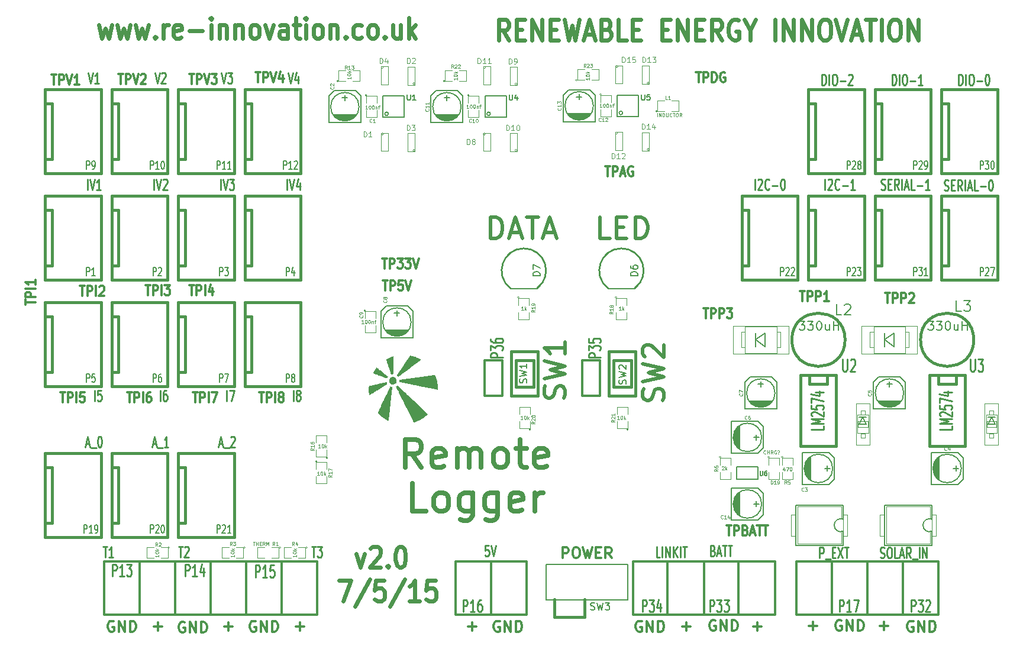
<source format=gto>
G04 (created by PCBNEW (2013-07-07 BZR 4022)-stable) date 07/05/2015 17:00:17*
%MOIN*%
G04 Gerber Fmt 3.4, Leading zero omitted, Abs format*
%FSLAX34Y34*%
G01*
G70*
G90*
G04 APERTURE LIST*
%ADD10C,0.00590551*%
%ADD11C,0.0246063*%
%ADD12C,0.0275591*%
%ADD13C,0.015*%
%ADD14C,0.0031*%
%ADD15C,0.0039*%
%ADD16C,0.011811*%
%ADD17C,0.008*%
%ADD18C,0.01*%
%ADD19C,0.005*%
%ADD20C,0.0026*%
%ADD21C,0.002*%
%ADD22C,0.004*%
%ADD23C,0.012*%
%ADD24C,0.006*%
%ADD25C,0.0001*%
%ADD26C,0.019685*%
%ADD27C,0.0047*%
%ADD28C,0.0043*%
%ADD29C,0.0107*%
%ADD30C,0.0147638*%
%ADD31C,0.01125*%
%ADD32C,0.00787402*%
G04 APERTURE END LIST*
G54D10*
G54D11*
X6597Y9659D02*
X6785Y8871D01*
X6972Y9434D01*
X7160Y8871D01*
X7347Y9659D01*
X7629Y9659D02*
X7816Y8871D01*
X8004Y9434D01*
X8191Y8871D01*
X8379Y9659D01*
X8660Y9659D02*
X8847Y8871D01*
X9035Y9434D01*
X9222Y8871D01*
X9410Y9659D01*
X9785Y8984D02*
X9831Y8928D01*
X9785Y8871D01*
X9738Y8928D01*
X9785Y8984D01*
X9785Y8871D01*
X10253Y8871D02*
X10253Y9659D01*
X10253Y9434D02*
X10300Y9546D01*
X10347Y9603D01*
X10441Y9659D01*
X10535Y9659D01*
X11238Y8928D02*
X11144Y8871D01*
X10956Y8871D01*
X10863Y8928D01*
X10816Y9040D01*
X10816Y9490D01*
X10863Y9603D01*
X10956Y9659D01*
X11144Y9659D01*
X11238Y9603D01*
X11284Y9490D01*
X11284Y9378D01*
X10816Y9265D01*
X11706Y9321D02*
X12456Y9321D01*
X12925Y8871D02*
X12925Y9659D01*
X12925Y10053D02*
X12878Y9996D01*
X12925Y9940D01*
X12972Y9996D01*
X12925Y10053D01*
X12925Y9940D01*
X13394Y9659D02*
X13394Y8871D01*
X13394Y9546D02*
X13440Y9603D01*
X13534Y9659D01*
X13675Y9659D01*
X13768Y9603D01*
X13815Y9490D01*
X13815Y8871D01*
X14284Y9659D02*
X14284Y8871D01*
X14284Y9546D02*
X14331Y9603D01*
X14425Y9659D01*
X14565Y9659D01*
X14659Y9603D01*
X14706Y9490D01*
X14706Y8871D01*
X15315Y8871D02*
X15221Y8928D01*
X15175Y8984D01*
X15128Y9096D01*
X15128Y9434D01*
X15175Y9546D01*
X15221Y9603D01*
X15315Y9659D01*
X15456Y9659D01*
X15550Y9603D01*
X15596Y9546D01*
X15643Y9434D01*
X15643Y9096D01*
X15596Y8984D01*
X15550Y8928D01*
X15456Y8871D01*
X15315Y8871D01*
X15971Y9659D02*
X16206Y8871D01*
X16440Y9659D01*
X17237Y8871D02*
X17237Y9490D01*
X17190Y9603D01*
X17096Y9659D01*
X16909Y9659D01*
X16815Y9603D01*
X17237Y8928D02*
X17143Y8871D01*
X16909Y8871D01*
X16815Y8928D01*
X16768Y9040D01*
X16768Y9153D01*
X16815Y9265D01*
X16909Y9321D01*
X17143Y9321D01*
X17237Y9378D01*
X17565Y9659D02*
X17940Y9659D01*
X17705Y10053D02*
X17705Y9040D01*
X17752Y8928D01*
X17846Y8871D01*
X17940Y8871D01*
X18268Y8871D02*
X18268Y9659D01*
X18268Y10053D02*
X18221Y9996D01*
X18268Y9940D01*
X18315Y9996D01*
X18268Y10053D01*
X18268Y9940D01*
X18877Y8871D02*
X18783Y8928D01*
X18737Y8984D01*
X18690Y9096D01*
X18690Y9434D01*
X18737Y9546D01*
X18783Y9603D01*
X18877Y9659D01*
X19018Y9659D01*
X19112Y9603D01*
X19158Y9546D01*
X19205Y9434D01*
X19205Y9096D01*
X19158Y8984D01*
X19112Y8928D01*
X19018Y8871D01*
X18877Y8871D01*
X19627Y9659D02*
X19627Y8871D01*
X19627Y9546D02*
X19674Y9603D01*
X19768Y9659D01*
X19908Y9659D01*
X20002Y9603D01*
X20049Y9490D01*
X20049Y8871D01*
X20518Y8984D02*
X20564Y8928D01*
X20518Y8871D01*
X20471Y8928D01*
X20518Y8984D01*
X20518Y8871D01*
X21408Y8928D02*
X21314Y8871D01*
X21127Y8871D01*
X21033Y8928D01*
X20986Y8984D01*
X20939Y9096D01*
X20939Y9434D01*
X20986Y9546D01*
X21033Y9603D01*
X21127Y9659D01*
X21314Y9659D01*
X21408Y9603D01*
X21971Y8871D02*
X21877Y8928D01*
X21830Y8984D01*
X21783Y9096D01*
X21783Y9434D01*
X21830Y9546D01*
X21877Y9603D01*
X21971Y9659D01*
X22111Y9659D01*
X22205Y9603D01*
X22252Y9546D01*
X22299Y9434D01*
X22299Y9096D01*
X22252Y8984D01*
X22205Y8928D01*
X22111Y8871D01*
X21971Y8871D01*
X22720Y8984D02*
X22767Y8928D01*
X22720Y8871D01*
X22674Y8928D01*
X22720Y8984D01*
X22720Y8871D01*
X23611Y9659D02*
X23611Y8871D01*
X23189Y9659D02*
X23189Y9040D01*
X23236Y8928D01*
X23330Y8871D01*
X23470Y8871D01*
X23564Y8928D01*
X23611Y8984D01*
X24080Y8871D02*
X24080Y10053D01*
X24173Y9321D02*
X24455Y8871D01*
X24455Y9659D02*
X24080Y9209D01*
X21118Y-20140D02*
X21353Y-20928D01*
X21587Y-20140D01*
X21915Y-19859D02*
X21962Y-19803D01*
X22056Y-19746D01*
X22290Y-19746D01*
X22384Y-19803D01*
X22431Y-19859D01*
X22478Y-19971D01*
X22478Y-20084D01*
X22431Y-20253D01*
X21868Y-20928D01*
X22478Y-20928D01*
X22900Y-20815D02*
X22946Y-20871D01*
X22900Y-20928D01*
X22853Y-20871D01*
X22900Y-20815D01*
X22900Y-20928D01*
X23556Y-19746D02*
X23649Y-19746D01*
X23743Y-19803D01*
X23790Y-19859D01*
X23837Y-19971D01*
X23884Y-20196D01*
X23884Y-20478D01*
X23837Y-20703D01*
X23790Y-20815D01*
X23743Y-20871D01*
X23649Y-20928D01*
X23556Y-20928D01*
X23462Y-20871D01*
X23415Y-20815D01*
X23368Y-20703D01*
X23321Y-20478D01*
X23321Y-20196D01*
X23368Y-19971D01*
X23415Y-19859D01*
X23462Y-19803D01*
X23556Y-19746D01*
X20134Y-21646D02*
X20790Y-21646D01*
X20369Y-22827D01*
X21868Y-21590D02*
X21025Y-23108D01*
X22665Y-21646D02*
X22196Y-21646D01*
X22150Y-22208D01*
X22196Y-22152D01*
X22290Y-22096D01*
X22525Y-22096D01*
X22618Y-22152D01*
X22665Y-22208D01*
X22712Y-22321D01*
X22712Y-22602D01*
X22665Y-22715D01*
X22618Y-22771D01*
X22525Y-22827D01*
X22290Y-22827D01*
X22196Y-22771D01*
X22150Y-22715D01*
X23837Y-21590D02*
X22993Y-23108D01*
X24681Y-22827D02*
X24118Y-22827D01*
X24399Y-22827D02*
X24399Y-21646D01*
X24306Y-21815D01*
X24212Y-21927D01*
X24118Y-21984D01*
X25571Y-21646D02*
X25102Y-21646D01*
X25055Y-22208D01*
X25102Y-22152D01*
X25196Y-22096D01*
X25430Y-22096D01*
X25524Y-22152D01*
X25571Y-22208D01*
X25618Y-22321D01*
X25618Y-22602D01*
X25571Y-22715D01*
X25524Y-22771D01*
X25430Y-22827D01*
X25196Y-22827D01*
X25102Y-22771D01*
X25055Y-22715D01*
G54D12*
X24775Y-15287D02*
X24250Y-14537D01*
X23875Y-15287D02*
X23875Y-13712D01*
X24475Y-13712D01*
X24625Y-13787D01*
X24700Y-13862D01*
X24775Y-14012D01*
X24775Y-14237D01*
X24700Y-14387D01*
X24625Y-14462D01*
X24475Y-14537D01*
X23875Y-14537D01*
X26050Y-15212D02*
X25900Y-15287D01*
X25600Y-15287D01*
X25450Y-15212D01*
X25375Y-15062D01*
X25375Y-14462D01*
X25450Y-14312D01*
X25600Y-14237D01*
X25900Y-14237D01*
X26050Y-14312D01*
X26125Y-14462D01*
X26125Y-14612D01*
X25375Y-14762D01*
X26800Y-15287D02*
X26800Y-14237D01*
X26800Y-14387D02*
X26875Y-14312D01*
X27025Y-14237D01*
X27250Y-14237D01*
X27400Y-14312D01*
X27475Y-14462D01*
X27475Y-15287D01*
X27475Y-14462D02*
X27550Y-14312D01*
X27700Y-14237D01*
X27924Y-14237D01*
X28074Y-14312D01*
X28149Y-14462D01*
X28149Y-15287D01*
X29124Y-15287D02*
X28974Y-15212D01*
X28899Y-15137D01*
X28824Y-14987D01*
X28824Y-14537D01*
X28899Y-14387D01*
X28974Y-14312D01*
X29124Y-14237D01*
X29349Y-14237D01*
X29499Y-14312D01*
X29574Y-14387D01*
X29649Y-14537D01*
X29649Y-14987D01*
X29574Y-15137D01*
X29499Y-15212D01*
X29349Y-15287D01*
X29124Y-15287D01*
X30099Y-14237D02*
X30699Y-14237D01*
X30324Y-13712D02*
X30324Y-15062D01*
X30399Y-15212D01*
X30549Y-15287D01*
X30699Y-15287D01*
X31824Y-15212D02*
X31674Y-15287D01*
X31374Y-15287D01*
X31224Y-15212D01*
X31149Y-15062D01*
X31149Y-14462D01*
X31224Y-14312D01*
X31374Y-14237D01*
X31674Y-14237D01*
X31824Y-14312D01*
X31899Y-14462D01*
X31899Y-14612D01*
X31149Y-14762D01*
X25037Y-17767D02*
X24287Y-17767D01*
X24287Y-16192D01*
X25787Y-17767D02*
X25637Y-17692D01*
X25562Y-17617D01*
X25487Y-17467D01*
X25487Y-17017D01*
X25562Y-16867D01*
X25637Y-16792D01*
X25787Y-16717D01*
X26012Y-16717D01*
X26162Y-16792D01*
X26237Y-16867D01*
X26312Y-17017D01*
X26312Y-17467D01*
X26237Y-17617D01*
X26162Y-17692D01*
X26012Y-17767D01*
X25787Y-17767D01*
X27662Y-16717D02*
X27662Y-17992D01*
X27587Y-18142D01*
X27512Y-18217D01*
X27362Y-18292D01*
X27137Y-18292D01*
X26987Y-18217D01*
X27662Y-17692D02*
X27512Y-17767D01*
X27212Y-17767D01*
X27062Y-17692D01*
X26987Y-17617D01*
X26912Y-17467D01*
X26912Y-17017D01*
X26987Y-16867D01*
X27062Y-16792D01*
X27212Y-16717D01*
X27512Y-16717D01*
X27662Y-16792D01*
X29087Y-16717D02*
X29087Y-17992D01*
X29012Y-18142D01*
X28937Y-18217D01*
X28787Y-18292D01*
X28562Y-18292D01*
X28412Y-18217D01*
X29087Y-17692D02*
X28937Y-17767D01*
X28637Y-17767D01*
X28487Y-17692D01*
X28412Y-17617D01*
X28337Y-17467D01*
X28337Y-17017D01*
X28412Y-16867D01*
X28487Y-16792D01*
X28637Y-16717D01*
X28937Y-16717D01*
X29087Y-16792D01*
X30437Y-17692D02*
X30287Y-17767D01*
X29987Y-17767D01*
X29837Y-17692D01*
X29762Y-17542D01*
X29762Y-16942D01*
X29837Y-16792D01*
X29987Y-16717D01*
X30287Y-16717D01*
X30437Y-16792D01*
X30512Y-16942D01*
X30512Y-17092D01*
X29762Y-17242D01*
X31187Y-17767D02*
X31187Y-16717D01*
X31187Y-17017D02*
X31262Y-16867D01*
X31337Y-16792D01*
X31487Y-16717D01*
X31637Y-16717D01*
G54D11*
X29701Y8771D02*
X29373Y9334D01*
X29138Y8771D02*
X29138Y9953D01*
X29513Y9953D01*
X29607Y9896D01*
X29654Y9840D01*
X29701Y9728D01*
X29701Y9559D01*
X29654Y9446D01*
X29607Y9390D01*
X29513Y9334D01*
X29138Y9334D01*
X30123Y9390D02*
X30451Y9390D01*
X30591Y8771D02*
X30123Y8771D01*
X30123Y9953D01*
X30591Y9953D01*
X31013Y8771D02*
X31013Y9953D01*
X31576Y8771D01*
X31576Y9953D01*
X32044Y9390D02*
X32372Y9390D01*
X32513Y8771D02*
X32044Y8771D01*
X32044Y9953D01*
X32513Y9953D01*
X32841Y9953D02*
X33075Y8771D01*
X33263Y9615D01*
X33450Y8771D01*
X33685Y9953D01*
X34013Y9109D02*
X34482Y9109D01*
X33919Y8771D02*
X34247Y9953D01*
X34575Y8771D01*
X35231Y9390D02*
X35372Y9334D01*
X35419Y9278D01*
X35466Y9165D01*
X35466Y8996D01*
X35419Y8884D01*
X35372Y8828D01*
X35278Y8771D01*
X34903Y8771D01*
X34903Y9953D01*
X35231Y9953D01*
X35325Y9896D01*
X35372Y9840D01*
X35419Y9728D01*
X35419Y9615D01*
X35372Y9503D01*
X35325Y9446D01*
X35231Y9390D01*
X34903Y9390D01*
X36356Y8771D02*
X35888Y8771D01*
X35888Y9953D01*
X36684Y9390D02*
X37012Y9390D01*
X37153Y8771D02*
X36684Y8771D01*
X36684Y9953D01*
X37153Y9953D01*
X38325Y9390D02*
X38653Y9390D01*
X38794Y8771D02*
X38325Y8771D01*
X38325Y9953D01*
X38794Y9953D01*
X39215Y8771D02*
X39215Y9953D01*
X39778Y8771D01*
X39778Y9953D01*
X40246Y9390D02*
X40575Y9390D01*
X40715Y8771D02*
X40246Y8771D01*
X40246Y9953D01*
X40715Y9953D01*
X41699Y8771D02*
X41371Y9334D01*
X41137Y8771D02*
X41137Y9953D01*
X41512Y9953D01*
X41606Y9896D01*
X41653Y9840D01*
X41699Y9728D01*
X41699Y9559D01*
X41653Y9446D01*
X41606Y9390D01*
X41512Y9334D01*
X41137Y9334D01*
X42637Y9896D02*
X42543Y9953D01*
X42402Y9953D01*
X42262Y9896D01*
X42168Y9784D01*
X42121Y9671D01*
X42074Y9446D01*
X42074Y9278D01*
X42121Y9053D01*
X42168Y8940D01*
X42262Y8828D01*
X42402Y8771D01*
X42496Y8771D01*
X42637Y8828D01*
X42684Y8884D01*
X42684Y9278D01*
X42496Y9278D01*
X43293Y9334D02*
X43293Y8771D01*
X42965Y9953D02*
X43293Y9334D01*
X43621Y9953D01*
X44699Y8771D02*
X44699Y9953D01*
X45168Y8771D02*
X45168Y9953D01*
X45730Y8771D01*
X45730Y9953D01*
X46199Y8771D02*
X46199Y9953D01*
X46761Y8771D01*
X46761Y9953D01*
X47417Y9953D02*
X47605Y9953D01*
X47699Y9896D01*
X47792Y9784D01*
X47839Y9559D01*
X47839Y9165D01*
X47792Y8940D01*
X47699Y8828D01*
X47605Y8771D01*
X47417Y8771D01*
X47324Y8828D01*
X47230Y8940D01*
X47183Y9165D01*
X47183Y9559D01*
X47230Y9784D01*
X47324Y9896D01*
X47417Y9953D01*
X48120Y9953D02*
X48449Y8771D01*
X48777Y9953D01*
X49058Y9109D02*
X49527Y9109D01*
X48964Y8771D02*
X49292Y9953D01*
X49620Y8771D01*
X49808Y9953D02*
X50370Y9953D01*
X50089Y8771D02*
X50089Y9953D01*
X50698Y8771D02*
X50698Y9953D01*
X51354Y9953D02*
X51542Y9953D01*
X51636Y9896D01*
X51729Y9784D01*
X51776Y9559D01*
X51776Y9165D01*
X51729Y8940D01*
X51636Y8828D01*
X51542Y8771D01*
X51354Y8771D01*
X51261Y8828D01*
X51167Y8940D01*
X51120Y9165D01*
X51120Y9559D01*
X51167Y9784D01*
X51261Y9896D01*
X51354Y9953D01*
X52198Y8771D02*
X52198Y9953D01*
X52761Y8771D01*
X52761Y9953D01*
G54D13*
X36600Y-9250D02*
X35600Y-9250D01*
X35600Y-9250D02*
X35600Y-10500D01*
X35600Y-10500D02*
X35600Y-10750D01*
X35600Y-10750D02*
X36600Y-10750D01*
X36600Y-10750D02*
X36600Y-9250D01*
X36850Y-8750D02*
X35350Y-8750D01*
X35350Y-8750D02*
X35350Y-11250D01*
X35350Y-11250D02*
X36850Y-11250D01*
X36850Y-11250D02*
X36850Y-8750D01*
X30100Y-10750D02*
X31100Y-10750D01*
X31100Y-10750D02*
X31100Y-9500D01*
X31100Y-9500D02*
X31100Y-9250D01*
X31100Y-9250D02*
X30100Y-9250D01*
X30100Y-9250D02*
X30100Y-10750D01*
X29850Y-11250D02*
X31350Y-11250D01*
X31350Y-11250D02*
X31350Y-8750D01*
X31350Y-8750D02*
X29850Y-8750D01*
X29850Y-8750D02*
X29850Y-11250D01*
G54D14*
X28392Y7245D02*
G75*
G03X28392Y7245I-62J0D01*
G74*
G01*
X28667Y6282D02*
X28267Y6282D01*
X28667Y7307D02*
X28267Y7307D01*
X28267Y6282D02*
X28267Y7307D01*
X28667Y7307D02*
X28667Y6282D01*
X30168Y6319D02*
G75*
G03X30168Y6319I-62J0D01*
G74*
G01*
X29767Y7282D02*
X30167Y7282D01*
X29767Y6257D02*
X30167Y6257D01*
X30167Y7282D02*
X30167Y6257D01*
X29767Y6257D02*
X29767Y7282D01*
X22642Y3495D02*
G75*
G03X22642Y3495I-62J0D01*
G74*
G01*
X22917Y2532D02*
X22517Y2532D01*
X22917Y3557D02*
X22517Y3557D01*
X22517Y2532D02*
X22517Y3557D01*
X22917Y3557D02*
X22917Y2532D01*
X24418Y2569D02*
G75*
G03X24418Y2569I-62J0D01*
G74*
G01*
X24017Y3532D02*
X24417Y3532D01*
X24017Y2507D02*
X24417Y2507D01*
X24417Y3532D02*
X24417Y2507D01*
X24017Y2507D02*
X24017Y3532D01*
X24418Y6319D02*
G75*
G03X24418Y6319I-62J0D01*
G74*
G01*
X24017Y7282D02*
X24417Y7282D01*
X24017Y6257D02*
X24417Y6257D01*
X24417Y7282D02*
X24417Y6257D01*
X24017Y6257D02*
X24017Y7282D01*
X22642Y7245D02*
G75*
G03X22642Y7245I-62J0D01*
G74*
G01*
X22917Y6282D02*
X22517Y6282D01*
X22917Y7307D02*
X22517Y7307D01*
X22517Y6282D02*
X22517Y7307D01*
X22917Y7307D02*
X22917Y6282D01*
X35842Y3545D02*
G75*
G03X35842Y3545I-62J0D01*
G74*
G01*
X36117Y2582D02*
X35717Y2582D01*
X36117Y3607D02*
X35717Y3607D01*
X35717Y2582D02*
X35717Y3607D01*
X36117Y3607D02*
X36117Y2582D01*
X37618Y2619D02*
G75*
G03X37618Y2619I-62J0D01*
G74*
G01*
X37217Y3582D02*
X37617Y3582D01*
X37217Y2557D02*
X37617Y2557D01*
X37617Y3582D02*
X37617Y2557D01*
X37217Y2557D02*
X37217Y3582D01*
X37618Y6369D02*
G75*
G03X37618Y6369I-62J0D01*
G74*
G01*
X37217Y7332D02*
X37617Y7332D01*
X37217Y6307D02*
X37617Y6307D01*
X37617Y7332D02*
X37617Y6307D01*
X37217Y6307D02*
X37217Y7332D01*
X35842Y7295D02*
G75*
G03X35842Y7295I-62J0D01*
G74*
G01*
X36117Y6332D02*
X35717Y6332D01*
X36117Y7357D02*
X35717Y7357D01*
X35717Y6332D02*
X35717Y7357D01*
X36117Y7357D02*
X36117Y6332D01*
X30168Y2569D02*
G75*
G03X30168Y2569I-62J0D01*
G74*
G01*
X29767Y3532D02*
X30167Y3532D01*
X29767Y2507D02*
X30167Y2507D01*
X30167Y3532D02*
X30167Y2507D01*
X29767Y2507D02*
X29767Y3532D01*
X28392Y3495D02*
G75*
G03X28392Y3495I-62J0D01*
G74*
G01*
X28667Y2532D02*
X28267Y2532D01*
X28667Y3557D02*
X28267Y3557D01*
X28267Y2532D02*
X28267Y3557D01*
X28667Y3557D02*
X28667Y2532D01*
G54D15*
X35800Y-5700D02*
G75*
G03X35800Y-5700I-50J0D01*
G74*
G01*
X35750Y-6150D02*
X35750Y-5750D01*
X35750Y-5750D02*
X36350Y-5750D01*
X36350Y-5750D02*
X36350Y-6150D01*
X36350Y-6550D02*
X36350Y-6950D01*
X36350Y-6950D02*
X35750Y-6950D01*
X35750Y-6950D02*
X35750Y-6550D01*
X26117Y6482D02*
G75*
G03X26117Y6482I-50J0D01*
G74*
G01*
X26517Y6482D02*
X26117Y6482D01*
X26117Y6482D02*
X26117Y7082D01*
X26117Y7082D02*
X26517Y7082D01*
X26917Y7082D02*
X27317Y7082D01*
X27317Y7082D02*
X27317Y6482D01*
X27317Y6482D02*
X26917Y6482D01*
X27467Y5682D02*
G75*
G03X27467Y5682I-50J0D01*
G74*
G01*
X27417Y5232D02*
X27417Y5632D01*
X27417Y5632D02*
X28017Y5632D01*
X28017Y5632D02*
X28017Y5232D01*
X28017Y4832D02*
X28017Y4432D01*
X28017Y4432D02*
X27417Y4432D01*
X27417Y4432D02*
X27417Y4832D01*
X36450Y-13150D02*
G75*
G03X36450Y-13150I-50J0D01*
G74*
G01*
X36400Y-12700D02*
X36400Y-13100D01*
X36400Y-13100D02*
X35800Y-13100D01*
X35800Y-13100D02*
X35800Y-12700D01*
X35800Y-12300D02*
X35800Y-11900D01*
X35800Y-11900D02*
X36400Y-11900D01*
X36400Y-11900D02*
X36400Y-12300D01*
X30950Y-13150D02*
G75*
G03X30950Y-13150I-50J0D01*
G74*
G01*
X30900Y-12700D02*
X30900Y-13100D01*
X30900Y-13100D02*
X30300Y-13100D01*
X30300Y-13100D02*
X30300Y-12700D01*
X30300Y-12300D02*
X30300Y-11900D01*
X30300Y-11900D02*
X30900Y-11900D01*
X30900Y-11900D02*
X30900Y-12300D01*
X18900Y-14950D02*
G75*
G03X18900Y-14950I-50J0D01*
G74*
G01*
X18850Y-15400D02*
X18850Y-15000D01*
X18850Y-15000D02*
X19450Y-15000D01*
X19450Y-15000D02*
X19450Y-15400D01*
X19450Y-15800D02*
X19450Y-16200D01*
X19450Y-16200D02*
X18850Y-16200D01*
X18850Y-16200D02*
X18850Y-15800D01*
X19500Y-14750D02*
G75*
G03X19500Y-14750I-50J0D01*
G74*
G01*
X19450Y-14300D02*
X19450Y-14700D01*
X19450Y-14700D02*
X18850Y-14700D01*
X18850Y-14700D02*
X18850Y-14300D01*
X18850Y-13900D02*
X18850Y-13500D01*
X18850Y-13500D02*
X19450Y-13500D01*
X19450Y-13500D02*
X19450Y-13900D01*
X30300Y-5700D02*
G75*
G03X30300Y-5700I-50J0D01*
G74*
G01*
X30250Y-6150D02*
X30250Y-5750D01*
X30250Y-5750D02*
X30850Y-5750D01*
X30850Y-5750D02*
X30850Y-6150D01*
X30850Y-6550D02*
X30850Y-6950D01*
X30850Y-6950D02*
X30250Y-6950D01*
X30250Y-6950D02*
X30250Y-6550D01*
X20117Y6482D02*
G75*
G03X20117Y6482I-50J0D01*
G74*
G01*
X20517Y6482D02*
X20117Y6482D01*
X20117Y6482D02*
X20117Y7082D01*
X20117Y7082D02*
X20517Y7082D01*
X20917Y7082D02*
X21317Y7082D01*
X21317Y7082D02*
X21317Y6482D01*
X21317Y6482D02*
X20917Y6482D01*
X21650Y-6450D02*
G75*
G03X21650Y-6450I-50J0D01*
G74*
G01*
X21600Y-6900D02*
X21600Y-6500D01*
X21600Y-6500D02*
X22200Y-6500D01*
X22200Y-6500D02*
X22200Y-6900D01*
X22200Y-7300D02*
X22200Y-7700D01*
X22200Y-7700D02*
X21600Y-7700D01*
X21600Y-7700D02*
X21600Y-7300D01*
X38067Y4782D02*
G75*
G03X38067Y4782I-50J0D01*
G74*
G01*
X38467Y4782D02*
X38067Y4782D01*
X38067Y4782D02*
X38067Y5382D01*
X38067Y5382D02*
X38467Y5382D01*
X38867Y5382D02*
X39267Y5382D01*
X39267Y5382D02*
X39267Y4782D01*
X39267Y4782D02*
X38867Y4782D01*
X21717Y5682D02*
G75*
G03X21717Y5682I-50J0D01*
G74*
G01*
X21667Y5232D02*
X21667Y5632D01*
X21667Y5632D02*
X22267Y5632D01*
X22267Y5632D02*
X22267Y5232D01*
X22267Y4832D02*
X22267Y4432D01*
X22267Y4432D02*
X21667Y4432D01*
X21667Y4432D02*
X21667Y4832D01*
X16850Y-19800D02*
G75*
G03X16850Y-19800I-50J0D01*
G74*
G01*
X16350Y-19800D02*
X16750Y-19800D01*
X16750Y-19800D02*
X16750Y-20400D01*
X16750Y-20400D02*
X16350Y-20400D01*
X15950Y-20400D02*
X15550Y-20400D01*
X15550Y-20400D02*
X15550Y-19800D01*
X15550Y-19800D02*
X15950Y-19800D01*
X34917Y5732D02*
G75*
G03X34917Y5732I-50J0D01*
G74*
G01*
X34867Y5282D02*
X34867Y5682D01*
X34867Y5682D02*
X35467Y5682D01*
X35467Y5682D02*
X35467Y5282D01*
X35467Y4882D02*
X35467Y4482D01*
X35467Y4482D02*
X34867Y4482D01*
X34867Y4482D02*
X34867Y4882D01*
X33567Y6532D02*
G75*
G03X33567Y6532I-50J0D01*
G74*
G01*
X33967Y6532D02*
X33567Y6532D01*
X33567Y6532D02*
X33567Y7132D01*
X33567Y7132D02*
X33967Y7132D01*
X34367Y7132D02*
X34767Y7132D01*
X34767Y7132D02*
X34767Y6532D01*
X34767Y6532D02*
X34367Y6532D01*
X18350Y-19800D02*
G75*
G03X18350Y-19800I-50J0D01*
G74*
G01*
X17850Y-19800D02*
X18250Y-19800D01*
X18250Y-19800D02*
X18250Y-20400D01*
X18250Y-20400D02*
X17850Y-20400D01*
X17450Y-20400D02*
X17050Y-20400D01*
X17050Y-20400D02*
X17050Y-19800D01*
X17050Y-19800D02*
X17450Y-19800D01*
X14850Y-19800D02*
G75*
G03X14850Y-19800I-50J0D01*
G74*
G01*
X14350Y-19800D02*
X14750Y-19800D01*
X14750Y-19800D02*
X14750Y-20400D01*
X14750Y-20400D02*
X14350Y-20400D01*
X13950Y-20400D02*
X13550Y-20400D01*
X13550Y-20400D02*
X13550Y-19800D01*
X13550Y-19800D02*
X13950Y-19800D01*
X10600Y-19800D02*
G75*
G03X10600Y-19800I-50J0D01*
G74*
G01*
X10100Y-19800D02*
X10500Y-19800D01*
X10500Y-19800D02*
X10500Y-20400D01*
X10500Y-20400D02*
X10100Y-20400D01*
X9700Y-20400D02*
X9300Y-20400D01*
X9300Y-20400D02*
X9300Y-19800D01*
X9300Y-19800D02*
X9700Y-19800D01*
G54D16*
X45900Y-23600D02*
X49900Y-23600D01*
X45900Y-20600D02*
X49900Y-20600D01*
X49900Y-23600D02*
X49900Y-20600D01*
X47900Y-20600D02*
X47900Y-23600D01*
X45900Y-23600D02*
X45900Y-20600D01*
X6900Y-23600D02*
X10900Y-23600D01*
X6900Y-20600D02*
X10900Y-20600D01*
X10900Y-23600D02*
X10900Y-20600D01*
X8900Y-20600D02*
X8900Y-23600D01*
X6900Y-23600D02*
X6900Y-20600D01*
X10900Y-23600D02*
X14900Y-23600D01*
X10900Y-20600D02*
X14900Y-20600D01*
X14900Y-23600D02*
X14900Y-20600D01*
X12900Y-20600D02*
X12900Y-23600D01*
X10900Y-23600D02*
X10900Y-20600D01*
X14900Y-23600D02*
X18900Y-23600D01*
X14900Y-20600D02*
X18900Y-20600D01*
X18900Y-23600D02*
X18900Y-20600D01*
X16900Y-20600D02*
X16900Y-23600D01*
X14900Y-23600D02*
X14900Y-20600D01*
X26700Y-23600D02*
X30700Y-23600D01*
X26700Y-20600D02*
X30700Y-20600D01*
X30700Y-23600D02*
X30700Y-20600D01*
X28700Y-20600D02*
X28700Y-23600D01*
X26700Y-23600D02*
X26700Y-20600D01*
G54D17*
X36117Y4682D02*
G75*
G03X36117Y4682I-100J0D01*
G74*
G01*
X37017Y4482D02*
X35817Y4482D01*
X35817Y4482D02*
X35817Y5682D01*
X35817Y5682D02*
X37017Y5682D01*
X37017Y5682D02*
X37017Y4482D01*
X28667Y4632D02*
G75*
G03X28667Y4632I-100J0D01*
G74*
G01*
X29567Y4432D02*
X28367Y4432D01*
X28367Y4432D02*
X28367Y5632D01*
X28367Y5632D02*
X29567Y5632D01*
X29567Y5632D02*
X29567Y4432D01*
X22917Y4632D02*
G75*
G03X22917Y4632I-100J0D01*
G74*
G01*
X23817Y4432D02*
X22617Y4432D01*
X22617Y4432D02*
X22617Y5632D01*
X22617Y5632D02*
X23817Y5632D01*
X23817Y5632D02*
X23817Y4432D01*
X29800Y-5220D02*
X31300Y-5220D01*
G54D18*
X31300Y-5199D02*
G75*
G03X29799Y-5199I-750J999D01*
G74*
G01*
G54D17*
X35300Y-5220D02*
X36800Y-5220D01*
G54D18*
X36800Y-5199D02*
G75*
G03X35299Y-5199I-750J999D01*
G74*
G01*
G54D19*
X26217Y5682D02*
X26217Y5382D01*
X26067Y5532D02*
X26367Y5532D01*
X27117Y5632D02*
X27117Y4132D01*
X25617Y5932D02*
X26817Y5932D01*
X27117Y5632D02*
X26817Y5932D01*
X25317Y5632D02*
X25317Y4132D01*
X25317Y5632D02*
X25617Y5932D01*
X26267Y4232D02*
X26167Y4232D01*
X25967Y4282D02*
X26467Y4282D01*
X26567Y4332D02*
X25867Y4332D01*
X26667Y4382D02*
X25767Y4382D01*
X25717Y4432D02*
X26717Y4432D01*
X26767Y4482D02*
X25667Y4482D01*
X25617Y4532D02*
X26817Y4532D01*
X25567Y4582D02*
X26867Y4582D01*
X27017Y5032D02*
G75*
G03X27017Y5032I-800J0D01*
G74*
G01*
X25317Y4132D02*
X27117Y4132D01*
X20467Y5682D02*
X20467Y5382D01*
X20317Y5532D02*
X20617Y5532D01*
X21367Y5632D02*
X21367Y4132D01*
X19867Y5932D02*
X21067Y5932D01*
X21367Y5632D02*
X21067Y5932D01*
X19567Y5632D02*
X19567Y4132D01*
X19567Y5632D02*
X19867Y5932D01*
X20517Y4232D02*
X20417Y4232D01*
X20217Y4282D02*
X20717Y4282D01*
X20817Y4332D02*
X20117Y4332D01*
X20917Y4382D02*
X20017Y4382D01*
X19967Y4432D02*
X20967Y4432D01*
X21017Y4482D02*
X19917Y4482D01*
X19867Y4532D02*
X21067Y4532D01*
X19817Y4582D02*
X21117Y4582D01*
X21267Y5032D02*
G75*
G03X21267Y5032I-800J0D01*
G74*
G01*
X19567Y4132D02*
X21367Y4132D01*
X23400Y-6450D02*
X23400Y-6750D01*
X23250Y-6600D02*
X23550Y-6600D01*
X24300Y-6500D02*
X24300Y-8000D01*
X22800Y-6200D02*
X24000Y-6200D01*
X24300Y-6500D02*
X24000Y-6200D01*
X22500Y-6500D02*
X22500Y-8000D01*
X22500Y-6500D02*
X22800Y-6200D01*
X23450Y-7900D02*
X23350Y-7900D01*
X23150Y-7850D02*
X23650Y-7850D01*
X23750Y-7800D02*
X23050Y-7800D01*
X23850Y-7750D02*
X22950Y-7750D01*
X22900Y-7700D02*
X23900Y-7700D01*
X23950Y-7650D02*
X22850Y-7650D01*
X22800Y-7600D02*
X24000Y-7600D01*
X22750Y-7550D02*
X24050Y-7550D01*
X24200Y-7100D02*
G75*
G03X24200Y-7100I-800J0D01*
G74*
G01*
X22500Y-8000D02*
X24300Y-8000D01*
X33667Y5732D02*
X33667Y5432D01*
X33517Y5582D02*
X33817Y5582D01*
X34567Y5682D02*
X34567Y4182D01*
X33067Y5982D02*
X34267Y5982D01*
X34567Y5682D02*
X34267Y5982D01*
X32767Y5682D02*
X32767Y4182D01*
X32767Y5682D02*
X33067Y5982D01*
X33717Y4282D02*
X33617Y4282D01*
X33417Y4332D02*
X33917Y4332D01*
X34017Y4382D02*
X33317Y4382D01*
X34117Y4432D02*
X33217Y4432D01*
X33167Y4482D02*
X34167Y4482D01*
X34217Y4532D02*
X33117Y4532D01*
X33067Y4582D02*
X34267Y4582D01*
X33017Y4632D02*
X34317Y4632D01*
X34467Y5082D02*
G75*
G03X34467Y5082I-800J0D01*
G74*
G01*
X32767Y4182D02*
X34567Y4182D01*
G54D10*
X31800Y-22650D02*
X31800Y-20750D01*
X31800Y-20750D02*
X36400Y-20750D01*
X36400Y-20750D02*
X36400Y-22750D01*
X36400Y-22750D02*
X31800Y-22750D01*
X31800Y-22750D02*
X31800Y-22550D01*
G54D13*
X32267Y-22733D02*
X32267Y-23733D01*
X32267Y-23733D02*
X33967Y-23733D01*
X33967Y-23733D02*
X33967Y-22733D01*
G54D19*
X43750Y-15250D02*
X43750Y-15950D01*
X43750Y-15950D02*
X42550Y-15950D01*
X42550Y-15950D02*
X42550Y-15250D01*
X42550Y-15250D02*
X43750Y-15250D01*
G54D20*
X56780Y-12080D02*
X56780Y-12310D01*
X56780Y-12310D02*
X57020Y-12310D01*
X57020Y-12080D02*
X57020Y-12310D01*
X56780Y-12080D02*
X57020Y-12080D01*
X56780Y-13390D02*
X56780Y-13620D01*
X56780Y-13620D02*
X57020Y-13620D01*
X57020Y-13390D02*
X57020Y-13620D01*
X56780Y-13390D02*
X57020Y-13390D01*
X56625Y-12693D02*
X56625Y-13007D01*
X56625Y-13007D02*
X57175Y-13007D01*
X57175Y-12693D02*
X57175Y-13007D01*
X56625Y-12693D02*
X57175Y-12693D01*
G54D21*
X57287Y-11680D02*
X57287Y-14020D01*
X56513Y-14020D02*
X56513Y-11680D01*
X56513Y-11680D02*
X57287Y-11680D01*
X57287Y-14020D02*
X56513Y-14020D01*
G54D22*
X57209Y-12330D02*
X57209Y-13370D01*
X56591Y-12330D02*
X56591Y-13370D01*
X56591Y-12330D02*
X57209Y-12330D01*
X56591Y-13370D02*
X57209Y-13370D01*
G54D17*
X56900Y-12457D02*
X57096Y-12850D01*
X57096Y-12850D02*
X56704Y-12850D01*
X56704Y-12850D02*
X56900Y-12457D01*
X57096Y-12457D02*
X56900Y-12457D01*
X56900Y-12457D02*
X56704Y-12457D01*
G54D15*
X44400Y-14700D02*
G75*
G03X44400Y-14700I-50J0D01*
G74*
G01*
X44350Y-15150D02*
X44350Y-14750D01*
X44350Y-14750D02*
X44950Y-14750D01*
X44950Y-14750D02*
X44950Y-15150D01*
X44950Y-15550D02*
X44950Y-15950D01*
X44950Y-15950D02*
X44350Y-15950D01*
X44350Y-15950D02*
X44350Y-15550D01*
G54D16*
X49900Y-23600D02*
X53900Y-23600D01*
X49900Y-20600D02*
X53900Y-20600D01*
X53900Y-23600D02*
X53900Y-20600D01*
X51900Y-20600D02*
X51900Y-23600D01*
X49900Y-23600D02*
X49900Y-20600D01*
G54D13*
X55900Y-8100D02*
G75*
G03X55900Y-8100I-1500J0D01*
G74*
G01*
G54D19*
X51150Y-10450D02*
X51150Y-10750D01*
X51000Y-10600D02*
X51300Y-10600D01*
X52050Y-10500D02*
X52050Y-12000D01*
X50550Y-10200D02*
X51750Y-10200D01*
X52050Y-10500D02*
X51750Y-10200D01*
X50250Y-10500D02*
X50250Y-12000D01*
X50250Y-10500D02*
X50550Y-10200D01*
X51200Y-11900D02*
X51100Y-11900D01*
X50900Y-11850D02*
X51400Y-11850D01*
X51500Y-11800D02*
X50800Y-11800D01*
X51600Y-11750D02*
X50700Y-11750D01*
X50650Y-11700D02*
X51650Y-11700D01*
X51700Y-11650D02*
X50600Y-11650D01*
X50550Y-11600D02*
X51750Y-11600D01*
X50500Y-11550D02*
X51800Y-11550D01*
X51950Y-11100D02*
G75*
G03X51950Y-11100I-800J0D01*
G74*
G01*
X50250Y-12000D02*
X52050Y-12000D01*
X43800Y-17350D02*
X43500Y-17350D01*
X43650Y-17200D02*
X43650Y-17500D01*
X43750Y-18250D02*
X42250Y-18250D01*
X44050Y-16750D02*
X44050Y-17950D01*
X43750Y-18250D02*
X44050Y-17950D01*
X43750Y-16450D02*
X42250Y-16450D01*
X43750Y-16450D02*
X44050Y-16750D01*
X42350Y-17400D02*
X42350Y-17300D01*
X42400Y-17100D02*
X42400Y-17600D01*
X42450Y-17700D02*
X42450Y-17000D01*
X42500Y-17800D02*
X42500Y-16900D01*
X42550Y-16850D02*
X42550Y-17850D01*
X42600Y-17900D02*
X42600Y-16800D01*
X42650Y-16750D02*
X42650Y-17950D01*
X42700Y-16700D02*
X42700Y-18000D01*
X43950Y-17350D02*
G75*
G03X43950Y-17350I-800J0D01*
G74*
G01*
X42250Y-16450D02*
X42250Y-18250D01*
G54D20*
X42800Y-8529D02*
X43010Y-8529D01*
X43010Y-8529D02*
X43010Y-7671D01*
X42800Y-7671D02*
X43010Y-7671D01*
X42800Y-8529D02*
X42800Y-7671D01*
X44790Y-8529D02*
X45000Y-8529D01*
X45000Y-8529D02*
X45000Y-7671D01*
X44790Y-7671D02*
X45000Y-7671D01*
X44790Y-8529D02*
X44790Y-7671D01*
G54D21*
X42336Y-7320D02*
X45464Y-7320D01*
X45464Y-8880D02*
X42336Y-8880D01*
X42336Y-8880D02*
X42336Y-7320D01*
X45464Y-7320D02*
X45464Y-8880D01*
G54D22*
X43010Y-7350D02*
X44790Y-7350D01*
X43010Y-8850D02*
X44790Y-8850D01*
X43010Y-8850D02*
X43010Y-7350D01*
X44790Y-8850D02*
X44790Y-7350D01*
G54D17*
X44153Y-7707D02*
X43613Y-8100D01*
X43613Y-8100D02*
X44153Y-8493D01*
X44153Y-8493D02*
X44153Y-7707D01*
X43613Y-7707D02*
X43613Y-8493D01*
G54D20*
X50050Y-8529D02*
X50260Y-8529D01*
X50260Y-8529D02*
X50260Y-7671D01*
X50050Y-7671D02*
X50260Y-7671D01*
X50050Y-8529D02*
X50050Y-7671D01*
X52040Y-8529D02*
X52250Y-8529D01*
X52250Y-8529D02*
X52250Y-7671D01*
X52040Y-7671D02*
X52250Y-7671D01*
X52040Y-8529D02*
X52040Y-7671D01*
G54D21*
X49586Y-7320D02*
X52714Y-7320D01*
X52714Y-8880D02*
X49586Y-8880D01*
X49586Y-8880D02*
X49586Y-7320D01*
X52714Y-7320D02*
X52714Y-8880D01*
G54D22*
X50260Y-7350D02*
X52040Y-7350D01*
X50260Y-8850D02*
X52040Y-8850D01*
X50260Y-8850D02*
X50260Y-7350D01*
X52040Y-8850D02*
X52040Y-7350D01*
G54D17*
X51403Y-7707D02*
X50863Y-8100D01*
X50863Y-8100D02*
X51403Y-8493D01*
X51403Y-8493D02*
X51403Y-7707D01*
X50863Y-7707D02*
X50863Y-8493D01*
G54D13*
X54900Y-10100D02*
X54900Y-10600D01*
X54900Y-10600D02*
X53900Y-10600D01*
X53900Y-10600D02*
X53900Y-10100D01*
X55400Y-10100D02*
X55400Y-14100D01*
X55400Y-14100D02*
X53400Y-14100D01*
X53400Y-14100D02*
X53400Y-10100D01*
X53400Y-10100D02*
X55400Y-10100D01*
X47650Y-10100D02*
X47650Y-10600D01*
X47650Y-10600D02*
X46650Y-10600D01*
X46650Y-10600D02*
X46650Y-10100D01*
X48150Y-10100D02*
X48150Y-14100D01*
X48150Y-14100D02*
X46150Y-14100D01*
X46150Y-14100D02*
X46150Y-10100D01*
X46150Y-10100D02*
X48150Y-10100D01*
X48650Y-8100D02*
G75*
G03X48650Y-8100I-1500J0D01*
G74*
G01*
G54D19*
X43800Y-13600D02*
X43500Y-13600D01*
X43650Y-13450D02*
X43650Y-13750D01*
X43750Y-14500D02*
X42250Y-14500D01*
X44050Y-13000D02*
X44050Y-14200D01*
X43750Y-14500D02*
X44050Y-14200D01*
X43750Y-12700D02*
X42250Y-12700D01*
X43750Y-12700D02*
X44050Y-13000D01*
X42350Y-13650D02*
X42350Y-13550D01*
X42400Y-13350D02*
X42400Y-13850D01*
X42450Y-13950D02*
X42450Y-13250D01*
X42500Y-14050D02*
X42500Y-13150D01*
X42550Y-13100D02*
X42550Y-14100D01*
X42600Y-14150D02*
X42600Y-13050D01*
X42650Y-13000D02*
X42650Y-14200D01*
X42700Y-12950D02*
X42700Y-14250D01*
X43950Y-13600D02*
G75*
G03X43950Y-13600I-800J0D01*
G74*
G01*
X42250Y-12700D02*
X42250Y-14500D01*
G54D15*
X45150Y-14700D02*
G75*
G03X45150Y-14700I-50J0D01*
G74*
G01*
X45100Y-15150D02*
X45100Y-14750D01*
X45100Y-14750D02*
X45700Y-14750D01*
X45700Y-14750D02*
X45700Y-15150D01*
X45700Y-15550D02*
X45700Y-15950D01*
X45700Y-15950D02*
X45100Y-15950D01*
X45100Y-15950D02*
X45100Y-15550D01*
X41650Y-14700D02*
G75*
G03X41650Y-14700I-50J0D01*
G74*
G01*
X41600Y-15150D02*
X41600Y-14750D01*
X41600Y-14750D02*
X42200Y-14750D01*
X42200Y-14750D02*
X42200Y-15150D01*
X42200Y-15550D02*
X42200Y-15950D01*
X42200Y-15950D02*
X41600Y-15950D01*
X41600Y-15950D02*
X41600Y-15550D01*
G54D19*
X47800Y-15350D02*
X47500Y-15350D01*
X47650Y-15200D02*
X47650Y-15500D01*
X47750Y-16250D02*
X46250Y-16250D01*
X48050Y-14750D02*
X48050Y-15950D01*
X47750Y-16250D02*
X48050Y-15950D01*
X47750Y-14450D02*
X46250Y-14450D01*
X47750Y-14450D02*
X48050Y-14750D01*
X46350Y-15400D02*
X46350Y-15300D01*
X46400Y-15100D02*
X46400Y-15600D01*
X46450Y-15700D02*
X46450Y-15000D01*
X46500Y-15800D02*
X46500Y-14900D01*
X46550Y-14850D02*
X46550Y-15850D01*
X46600Y-15900D02*
X46600Y-14800D01*
X46650Y-14750D02*
X46650Y-15950D01*
X46700Y-14700D02*
X46700Y-16000D01*
X47950Y-15350D02*
G75*
G03X47950Y-15350I-800J0D01*
G74*
G01*
X46250Y-14450D02*
X46250Y-16250D01*
X43900Y-10450D02*
X43900Y-10750D01*
X43750Y-10600D02*
X44050Y-10600D01*
X44800Y-10500D02*
X44800Y-12000D01*
X43300Y-10200D02*
X44500Y-10200D01*
X44800Y-10500D02*
X44500Y-10200D01*
X43000Y-10500D02*
X43000Y-12000D01*
X43000Y-10500D02*
X43300Y-10200D01*
X43950Y-11900D02*
X43850Y-11900D01*
X43650Y-11850D02*
X44150Y-11850D01*
X44250Y-11800D02*
X43550Y-11800D01*
X44350Y-11750D02*
X43450Y-11750D01*
X43400Y-11700D02*
X44400Y-11700D01*
X44450Y-11650D02*
X43350Y-11650D01*
X43300Y-11600D02*
X44500Y-11600D01*
X43250Y-11550D02*
X44550Y-11550D01*
X44700Y-11100D02*
G75*
G03X44700Y-11100I-800J0D01*
G74*
G01*
X43000Y-12000D02*
X44800Y-12000D01*
X55050Y-15350D02*
X54750Y-15350D01*
X54900Y-15200D02*
X54900Y-15500D01*
X55000Y-16250D02*
X53500Y-16250D01*
X55300Y-14750D02*
X55300Y-15950D01*
X55000Y-16250D02*
X55300Y-15950D01*
X55000Y-14450D02*
X53500Y-14450D01*
X55000Y-14450D02*
X55300Y-14750D01*
X53600Y-15400D02*
X53600Y-15300D01*
X53650Y-15100D02*
X53650Y-15600D01*
X53700Y-15700D02*
X53700Y-15000D01*
X53750Y-15800D02*
X53750Y-14900D01*
X53800Y-14850D02*
X53800Y-15850D01*
X53850Y-15900D02*
X53850Y-14800D01*
X53900Y-14750D02*
X53900Y-15950D01*
X53950Y-14700D02*
X53950Y-16000D01*
X55200Y-15350D02*
G75*
G03X55200Y-15350I-800J0D01*
G74*
G01*
X53500Y-14450D02*
X53500Y-16250D01*
G54D20*
X49530Y-12080D02*
X49530Y-12310D01*
X49530Y-12310D02*
X49770Y-12310D01*
X49770Y-12080D02*
X49770Y-12310D01*
X49530Y-12080D02*
X49770Y-12080D01*
X49530Y-13390D02*
X49530Y-13620D01*
X49530Y-13620D02*
X49770Y-13620D01*
X49770Y-13390D02*
X49770Y-13620D01*
X49530Y-13390D02*
X49770Y-13390D01*
X49375Y-12693D02*
X49375Y-13007D01*
X49375Y-13007D02*
X49925Y-13007D01*
X49925Y-12693D02*
X49925Y-13007D01*
X49375Y-12693D02*
X49925Y-12693D01*
G54D21*
X50037Y-11680D02*
X50037Y-14020D01*
X49263Y-14020D02*
X49263Y-11680D01*
X49263Y-11680D02*
X50037Y-11680D01*
X50037Y-14020D02*
X49263Y-14020D01*
G54D22*
X49959Y-12330D02*
X49959Y-13370D01*
X49341Y-12330D02*
X49341Y-13370D01*
X49341Y-12330D02*
X49959Y-12330D01*
X49341Y-13370D02*
X49959Y-13370D01*
G54D17*
X49650Y-12457D02*
X49846Y-12850D01*
X49846Y-12850D02*
X49454Y-12850D01*
X49454Y-12850D02*
X49650Y-12457D01*
X49846Y-12457D02*
X49650Y-12457D01*
X49650Y-12457D02*
X49454Y-12457D01*
G54D23*
X29350Y-11250D02*
X28350Y-11250D01*
X28350Y-11250D02*
X28350Y-9250D01*
X28350Y-9250D02*
X29350Y-9250D01*
X29350Y-9250D02*
X29350Y-11250D01*
X34850Y-11250D02*
X33850Y-11250D01*
X33850Y-11250D02*
X33850Y-9250D01*
X33850Y-9250D02*
X34850Y-9250D01*
X34850Y-9250D02*
X34850Y-11250D01*
G54D16*
X44700Y-20600D02*
X40700Y-20600D01*
X44700Y-23600D02*
X40700Y-23600D01*
X40700Y-20600D02*
X40700Y-23600D01*
X42650Y-23600D02*
X42650Y-20600D01*
X44700Y-20600D02*
X44700Y-23600D01*
X40700Y-20600D02*
X36700Y-20600D01*
X40700Y-23600D02*
X36700Y-23600D01*
X36700Y-20600D02*
X36700Y-23600D01*
X38650Y-23600D02*
X38650Y-20600D01*
X40700Y-20600D02*
X40700Y-23600D01*
G54D20*
X45850Y-17950D02*
X45620Y-17950D01*
X45620Y-17950D02*
X45620Y-19150D01*
X45850Y-19150D02*
X45620Y-19150D01*
X45850Y-17950D02*
X45850Y-19150D01*
X48780Y-17950D02*
X48550Y-17950D01*
X48550Y-17950D02*
X48550Y-19150D01*
X48780Y-19150D02*
X48550Y-19150D01*
X48780Y-17950D02*
X48780Y-19150D01*
G54D24*
X48530Y-19680D02*
X45870Y-19680D01*
X45870Y-17420D02*
X48530Y-17420D01*
X48530Y-19680D02*
X48530Y-19320D01*
X48530Y-19320D02*
X48530Y-18890D01*
X48530Y-17420D02*
X48530Y-17780D01*
X48530Y-17780D02*
X48530Y-18210D01*
X45870Y-17420D02*
X45870Y-17780D01*
X45870Y-19680D02*
X45870Y-19320D01*
X45870Y-19320D02*
X45870Y-17780D01*
G54D21*
X48440Y-19590D02*
X45960Y-19590D01*
X45960Y-19309D02*
X45960Y-19590D01*
X45960Y-19309D02*
X45960Y-17790D01*
X45960Y-17790D02*
X45960Y-17490D01*
X48440Y-17490D02*
X45960Y-17490D01*
X48440Y-17490D02*
X48440Y-17790D01*
X48440Y-17790D02*
X48440Y-18180D01*
X48440Y-18910D02*
X48440Y-19309D01*
X48440Y-19309D02*
X48440Y-19590D01*
G54D24*
X48543Y-18213D02*
G75*
G03X48539Y-18890I-143J-337D01*
G74*
G01*
G54D20*
X50850Y-17950D02*
X50620Y-17950D01*
X50620Y-17950D02*
X50620Y-19150D01*
X50850Y-19150D02*
X50620Y-19150D01*
X50850Y-17950D02*
X50850Y-19150D01*
X53780Y-17950D02*
X53550Y-17950D01*
X53550Y-17950D02*
X53550Y-19150D01*
X53780Y-19150D02*
X53550Y-19150D01*
X53780Y-17950D02*
X53780Y-19150D01*
G54D24*
X53530Y-19680D02*
X50870Y-19680D01*
X50870Y-17420D02*
X53530Y-17420D01*
X53530Y-19680D02*
X53530Y-19320D01*
X53530Y-19320D02*
X53530Y-18890D01*
X53530Y-17420D02*
X53530Y-17780D01*
X53530Y-17780D02*
X53530Y-18210D01*
X50870Y-17420D02*
X50870Y-17780D01*
X50870Y-19680D02*
X50870Y-19320D01*
X50870Y-19320D02*
X50870Y-17780D01*
G54D21*
X53440Y-19590D02*
X50960Y-19590D01*
X50960Y-19309D02*
X50960Y-19590D01*
X50960Y-19309D02*
X50960Y-17790D01*
X50960Y-17790D02*
X50960Y-17490D01*
X53440Y-17490D02*
X50960Y-17490D01*
X53440Y-17490D02*
X53440Y-17790D01*
X53440Y-17790D02*
X53440Y-18180D01*
X53440Y-18910D02*
X53440Y-19309D01*
X53440Y-19309D02*
X53440Y-19590D01*
G54D24*
X53543Y-18213D02*
G75*
G03X53539Y-18890I-143J-337D01*
G74*
G01*
G54D13*
X7325Y-6775D02*
X7718Y-6775D01*
X7718Y-6775D02*
X7718Y-9924D01*
X7718Y-9924D02*
X7325Y-9924D01*
X7325Y-5987D02*
X7325Y-10712D01*
X7325Y-10712D02*
X10474Y-10712D01*
X10474Y-5987D02*
X10474Y-10712D01*
X10474Y-5987D02*
X7325Y-5987D01*
X3575Y-6775D02*
X3968Y-6775D01*
X3968Y-6775D02*
X3968Y-9924D01*
X3968Y-9924D02*
X3575Y-9924D01*
X3575Y-5987D02*
X3575Y-10712D01*
X3575Y-10712D02*
X6724Y-10712D01*
X6724Y-5987D02*
X6724Y-10712D01*
X6724Y-5987D02*
X3575Y-5987D01*
X11075Y-6775D02*
X11468Y-6775D01*
X11468Y-6775D02*
X11468Y-9924D01*
X11468Y-9924D02*
X11075Y-9924D01*
X11075Y-5987D02*
X11075Y-10712D01*
X11075Y-10712D02*
X14224Y-10712D01*
X14224Y-5987D02*
X14224Y-10712D01*
X14224Y-5987D02*
X11075Y-5987D01*
X14825Y-6775D02*
X15218Y-6775D01*
X15218Y-6775D02*
X15218Y-9924D01*
X15218Y-9924D02*
X14825Y-9924D01*
X14825Y-5987D02*
X14825Y-10712D01*
X14825Y-10712D02*
X17974Y-10712D01*
X17974Y-5987D02*
X17974Y-10712D01*
X17974Y-5987D02*
X14825Y-5987D01*
X7325Y-775D02*
X7718Y-775D01*
X7718Y-775D02*
X7718Y-3924D01*
X7718Y-3924D02*
X7325Y-3924D01*
X7325Y12D02*
X7325Y-4712D01*
X7325Y-4712D02*
X10474Y-4712D01*
X10474Y12D02*
X10474Y-4712D01*
X10474Y12D02*
X7325Y12D01*
X3575Y-775D02*
X3968Y-775D01*
X3968Y-775D02*
X3968Y-3924D01*
X3968Y-3924D02*
X3575Y-3924D01*
X3575Y12D02*
X3575Y-4712D01*
X3575Y-4712D02*
X6724Y-4712D01*
X6724Y12D02*
X6724Y-4712D01*
X6724Y12D02*
X3575Y12D01*
X11075Y-775D02*
X11468Y-775D01*
X11468Y-775D02*
X11468Y-3924D01*
X11468Y-3924D02*
X11075Y-3924D01*
X11075Y12D02*
X11075Y-4712D01*
X11075Y-4712D02*
X14224Y-4712D01*
X14224Y12D02*
X14224Y-4712D01*
X14224Y12D02*
X11075Y12D01*
X14825Y-775D02*
X15218Y-775D01*
X15218Y-775D02*
X15218Y-3924D01*
X15218Y-3924D02*
X14825Y-3924D01*
X14825Y12D02*
X14825Y-4712D01*
X14825Y-4712D02*
X17974Y-4712D01*
X17974Y12D02*
X17974Y-4712D01*
X17974Y12D02*
X14825Y12D01*
X14825Y5224D02*
X15218Y5224D01*
X15218Y5224D02*
X15218Y2075D01*
X15218Y2075D02*
X14825Y2075D01*
X14825Y6012D02*
X14825Y1287D01*
X14825Y1287D02*
X17974Y1287D01*
X17974Y6012D02*
X17974Y1287D01*
X17974Y6012D02*
X14825Y6012D01*
X11075Y5224D02*
X11468Y5224D01*
X11468Y5224D02*
X11468Y2075D01*
X11468Y2075D02*
X11075Y2075D01*
X11075Y6012D02*
X11075Y1287D01*
X11075Y1287D02*
X14224Y1287D01*
X14224Y6012D02*
X14224Y1287D01*
X14224Y6012D02*
X11075Y6012D01*
X7325Y5224D02*
X7718Y5224D01*
X7718Y5224D02*
X7718Y2075D01*
X7718Y2075D02*
X7325Y2075D01*
X7325Y6012D02*
X7325Y1287D01*
X7325Y1287D02*
X10474Y1287D01*
X10474Y6012D02*
X10474Y1287D01*
X10474Y6012D02*
X7325Y6012D01*
X3575Y5224D02*
X3968Y5224D01*
X3968Y5224D02*
X3968Y2075D01*
X3968Y2075D02*
X3575Y2075D01*
X3575Y6012D02*
X3575Y1287D01*
X3575Y1287D02*
X6724Y1287D01*
X6724Y6012D02*
X6724Y1287D01*
X6724Y6012D02*
X3575Y6012D01*
X7325Y-15275D02*
X7718Y-15275D01*
X7718Y-15275D02*
X7718Y-18424D01*
X7718Y-18424D02*
X7325Y-18424D01*
X7325Y-14487D02*
X7325Y-19212D01*
X7325Y-19212D02*
X10474Y-19212D01*
X10474Y-14487D02*
X10474Y-19212D01*
X10474Y-14487D02*
X7325Y-14487D01*
X11075Y-15275D02*
X11468Y-15275D01*
X11468Y-15275D02*
X11468Y-18424D01*
X11468Y-18424D02*
X11075Y-18424D01*
X11075Y-14487D02*
X11075Y-19212D01*
X11075Y-19212D02*
X14224Y-19212D01*
X14224Y-14487D02*
X14224Y-19212D01*
X14224Y-14487D02*
X11075Y-14487D01*
X42825Y-775D02*
X43218Y-775D01*
X43218Y-775D02*
X43218Y-3924D01*
X43218Y-3924D02*
X42825Y-3924D01*
X42825Y12D02*
X42825Y-4712D01*
X42825Y-4712D02*
X45974Y-4712D01*
X45974Y12D02*
X45974Y-4712D01*
X45974Y12D02*
X42825Y12D01*
X46575Y-775D02*
X46968Y-775D01*
X46968Y-775D02*
X46968Y-3924D01*
X46968Y-3924D02*
X46575Y-3924D01*
X46575Y12D02*
X46575Y-4712D01*
X46575Y-4712D02*
X49724Y-4712D01*
X49724Y12D02*
X49724Y-4712D01*
X49724Y12D02*
X46575Y12D01*
X3575Y-15275D02*
X3968Y-15275D01*
X3968Y-15275D02*
X3968Y-18424D01*
X3968Y-18424D02*
X3575Y-18424D01*
X3575Y-14487D02*
X3575Y-19212D01*
X3575Y-19212D02*
X6724Y-19212D01*
X6724Y-14487D02*
X6724Y-19212D01*
X6724Y-14487D02*
X3575Y-14487D01*
X46575Y5224D02*
X46968Y5224D01*
X46968Y5224D02*
X46968Y2075D01*
X46968Y2075D02*
X46575Y2075D01*
X46575Y6012D02*
X46575Y1287D01*
X46575Y1287D02*
X49724Y1287D01*
X49724Y6012D02*
X49724Y1287D01*
X49724Y6012D02*
X46575Y6012D01*
X54075Y5224D02*
X54468Y5224D01*
X54468Y5224D02*
X54468Y2075D01*
X54468Y2075D02*
X54075Y2075D01*
X54075Y6012D02*
X54075Y1287D01*
X54075Y1287D02*
X57224Y1287D01*
X57224Y6012D02*
X57224Y1287D01*
X57224Y6012D02*
X54075Y6012D01*
X54075Y-775D02*
X54468Y-775D01*
X54468Y-775D02*
X54468Y-3924D01*
X54468Y-3924D02*
X54075Y-3924D01*
X54075Y12D02*
X54075Y-4712D01*
X54075Y-4712D02*
X57224Y-4712D01*
X57224Y12D02*
X57224Y-4712D01*
X57224Y12D02*
X54075Y12D01*
X50325Y-775D02*
X50718Y-775D01*
X50718Y-775D02*
X50718Y-3924D01*
X50718Y-3924D02*
X50325Y-3924D01*
X50325Y12D02*
X50325Y-4712D01*
X50325Y-4712D02*
X53474Y-4712D01*
X53474Y12D02*
X53474Y-4712D01*
X53474Y12D02*
X50325Y12D01*
X50325Y5224D02*
X50718Y5224D01*
X50718Y5224D02*
X50718Y2075D01*
X50718Y2075D02*
X50325Y2075D01*
X50325Y6012D02*
X50325Y1287D01*
X50325Y1287D02*
X53474Y1287D01*
X53474Y6012D02*
X53474Y1287D01*
X53474Y6012D02*
X50325Y6012D01*
G54D25*
G36*
X25132Y-12298D02*
X25106Y-12323D01*
X25034Y-12386D01*
X24956Y-12448D01*
X24873Y-12507D01*
X24786Y-12563D01*
X24698Y-12615D01*
X24609Y-12661D01*
X24520Y-12701D01*
X24502Y-12709D01*
X24484Y-12716D01*
X24464Y-12724D01*
X24442Y-12732D01*
X24420Y-12740D01*
X24400Y-12748D01*
X24382Y-12754D01*
X24369Y-12758D01*
X24361Y-12760D01*
X24360Y-12760D01*
X24358Y-12757D01*
X24353Y-12746D01*
X24344Y-12730D01*
X24333Y-12707D01*
X24318Y-12678D01*
X24300Y-12643D01*
X24280Y-12603D01*
X24257Y-12558D01*
X24232Y-12509D01*
X24205Y-12454D01*
X24175Y-12396D01*
X24144Y-12333D01*
X24110Y-12267D01*
X24076Y-12197D01*
X24039Y-12124D01*
X24001Y-12048D01*
X23962Y-11970D01*
X23921Y-11889D01*
X23880Y-11807D01*
X23850Y-11748D01*
X23808Y-11664D01*
X23767Y-11581D01*
X23727Y-11501D01*
X23689Y-11424D01*
X23651Y-11349D01*
X23615Y-11277D01*
X23581Y-11208D01*
X23549Y-11143D01*
X23518Y-11081D01*
X23490Y-11024D01*
X23463Y-10971D01*
X23439Y-10922D01*
X23418Y-10879D01*
X23399Y-10840D01*
X23383Y-10807D01*
X23369Y-10780D01*
X23359Y-10759D01*
X23352Y-10744D01*
X23348Y-10736D01*
X23347Y-10734D01*
X23355Y-10730D01*
X23367Y-10723D01*
X23381Y-10713D01*
X23396Y-10702D01*
X23409Y-10691D01*
X23419Y-10683D01*
X23439Y-10665D01*
X23496Y-10719D01*
X23504Y-10727D01*
X23517Y-10739D01*
X23535Y-10757D01*
X23558Y-10779D01*
X23586Y-10806D01*
X23619Y-10837D01*
X23655Y-10872D01*
X23695Y-10911D01*
X23739Y-10954D01*
X23787Y-11000D01*
X23837Y-11048D01*
X23891Y-11100D01*
X23947Y-11154D01*
X24006Y-11211D01*
X24067Y-11269D01*
X24129Y-11330D01*
X24194Y-11392D01*
X24260Y-11455D01*
X24326Y-11520D01*
X24343Y-11536D01*
X25132Y-12298D01*
X25132Y-12298D01*
X25132Y-12298D01*
G37*
G36*
X23136Y-10770D02*
X23134Y-10784D01*
X23133Y-10789D01*
X23132Y-10801D01*
X23130Y-10821D01*
X23127Y-10848D01*
X23124Y-10881D01*
X23120Y-10920D01*
X23115Y-10965D01*
X23109Y-11015D01*
X23104Y-11070D01*
X23097Y-11130D01*
X23091Y-11194D01*
X23083Y-11263D01*
X23076Y-11334D01*
X23068Y-11410D01*
X23060Y-11488D01*
X23051Y-11568D01*
X23043Y-11651D01*
X23036Y-11717D01*
X23025Y-11819D01*
X23015Y-11913D01*
X23006Y-12001D01*
X22998Y-12081D01*
X22990Y-12154D01*
X22983Y-12221D01*
X22976Y-12282D01*
X22970Y-12338D01*
X22965Y-12387D01*
X22961Y-12432D01*
X22956Y-12472D01*
X22953Y-12506D01*
X22949Y-12537D01*
X22946Y-12564D01*
X22944Y-12586D01*
X22942Y-12605D01*
X22940Y-12622D01*
X22938Y-12635D01*
X22937Y-12645D01*
X22936Y-12653D01*
X22935Y-12659D01*
X22935Y-12664D01*
X22934Y-12667D01*
X22934Y-12669D01*
X22933Y-12669D01*
X22933Y-12670D01*
X22932Y-12670D01*
X22932Y-12670D01*
X22928Y-12668D01*
X22918Y-12663D01*
X22904Y-12656D01*
X22886Y-12647D01*
X22874Y-12641D01*
X22765Y-12579D01*
X22661Y-12512D01*
X22563Y-12440D01*
X22470Y-12363D01*
X22384Y-12281D01*
X22373Y-12271D01*
X22357Y-12254D01*
X22343Y-12239D01*
X22332Y-12226D01*
X22324Y-12218D01*
X22321Y-12214D01*
X22321Y-12213D01*
X22323Y-12210D01*
X22328Y-12199D01*
X22336Y-12182D01*
X22347Y-12159D01*
X22360Y-12130D01*
X22376Y-12096D01*
X22395Y-12056D01*
X22416Y-12012D01*
X22439Y-11963D01*
X22464Y-11910D01*
X22491Y-11854D01*
X22519Y-11794D01*
X22549Y-11730D01*
X22580Y-11664D01*
X22613Y-11596D01*
X22646Y-11526D01*
X22670Y-11476D01*
X22704Y-11405D01*
X22737Y-11335D01*
X22769Y-11267D01*
X22800Y-11202D01*
X22829Y-11140D01*
X22857Y-11081D01*
X22884Y-11025D01*
X22908Y-10974D01*
X22931Y-10927D01*
X22951Y-10884D01*
X22969Y-10846D01*
X22984Y-10813D01*
X22997Y-10786D01*
X23007Y-10765D01*
X23014Y-10750D01*
X23018Y-10741D01*
X23019Y-10739D01*
X23023Y-10739D01*
X23032Y-10742D01*
X23044Y-10746D01*
X23060Y-10752D01*
X23079Y-10757D01*
X23099Y-10762D01*
X23102Y-10763D01*
X23136Y-10770D01*
X23136Y-10770D01*
X23136Y-10770D01*
G37*
G36*
X22862Y-10593D02*
X22862Y-10595D01*
X22858Y-10597D01*
X22849Y-10604D01*
X22833Y-10613D01*
X22812Y-10626D01*
X22786Y-10642D01*
X22756Y-10661D01*
X22721Y-10682D01*
X22684Y-10706D01*
X22642Y-10731D01*
X22599Y-10758D01*
X22553Y-10786D01*
X22505Y-10816D01*
X22456Y-10846D01*
X22406Y-10877D01*
X22355Y-10909D01*
X22304Y-10940D01*
X22254Y-10971D01*
X22205Y-11001D01*
X22157Y-11031D01*
X22111Y-11059D01*
X22067Y-11086D01*
X22026Y-11112D01*
X21987Y-11135D01*
X21953Y-11157D01*
X21922Y-11176D01*
X21896Y-11192D01*
X21874Y-11205D01*
X21858Y-11215D01*
X21848Y-11221D01*
X21844Y-11223D01*
X21842Y-11221D01*
X21840Y-11212D01*
X21838Y-11199D01*
X21837Y-11198D01*
X21828Y-11125D01*
X21821Y-11049D01*
X21818Y-10968D01*
X21817Y-10920D01*
X21818Y-10894D01*
X21818Y-10866D01*
X21819Y-10837D01*
X21820Y-10808D01*
X21821Y-10782D01*
X21822Y-10757D01*
X21824Y-10737D01*
X21825Y-10721D01*
X21826Y-10712D01*
X21827Y-10710D01*
X21831Y-10709D01*
X21842Y-10706D01*
X21860Y-10702D01*
X21884Y-10696D01*
X21913Y-10690D01*
X21947Y-10682D01*
X21985Y-10673D01*
X22027Y-10663D01*
X22072Y-10653D01*
X22120Y-10642D01*
X22171Y-10630D01*
X22222Y-10619D01*
X22275Y-10607D01*
X22328Y-10595D01*
X22381Y-10582D01*
X22434Y-10571D01*
X22485Y-10559D01*
X22534Y-10548D01*
X22581Y-10537D01*
X22626Y-10527D01*
X22666Y-10518D01*
X22703Y-10510D01*
X22735Y-10502D01*
X22762Y-10496D01*
X22784Y-10492D01*
X22799Y-10488D01*
X22808Y-10486D01*
X22808Y-10486D01*
X22815Y-10485D01*
X22820Y-10487D01*
X22823Y-10493D01*
X22827Y-10505D01*
X22831Y-10518D01*
X22838Y-10536D01*
X22846Y-10554D01*
X22849Y-10559D01*
X22856Y-10574D01*
X22860Y-10586D01*
X22862Y-10593D01*
X22862Y-10593D01*
X22862Y-10593D01*
G37*
G36*
X25719Y-10871D02*
X25719Y-10891D01*
X25718Y-10904D01*
X25717Y-10912D01*
X25716Y-10916D01*
X25713Y-10917D01*
X25712Y-10917D01*
X25708Y-10916D01*
X25696Y-10914D01*
X25677Y-10910D01*
X25651Y-10905D01*
X25619Y-10899D01*
X25581Y-10891D01*
X25537Y-10882D01*
X25487Y-10872D01*
X25432Y-10861D01*
X25372Y-10849D01*
X25308Y-10836D01*
X25239Y-10823D01*
X25167Y-10808D01*
X25091Y-10793D01*
X25011Y-10777D01*
X24929Y-10760D01*
X24843Y-10743D01*
X24755Y-10725D01*
X24666Y-10707D01*
X24636Y-10701D01*
X24546Y-10683D01*
X24457Y-10665D01*
X24371Y-10647D01*
X24287Y-10631D01*
X24206Y-10614D01*
X24129Y-10599D01*
X24055Y-10584D01*
X23985Y-10569D01*
X23918Y-10556D01*
X23857Y-10544D01*
X23800Y-10532D01*
X23748Y-10522D01*
X23702Y-10512D01*
X23661Y-10504D01*
X23627Y-10497D01*
X23598Y-10492D01*
X23577Y-10487D01*
X23562Y-10484D01*
X23555Y-10483D01*
X23554Y-10483D01*
X23546Y-10481D01*
X23543Y-10477D01*
X23543Y-10470D01*
X23544Y-10464D01*
X23545Y-10453D01*
X23546Y-10437D01*
X23546Y-10417D01*
X23546Y-10404D01*
X23546Y-10360D01*
X24533Y-10221D01*
X24620Y-10209D01*
X24706Y-10197D01*
X24789Y-10185D01*
X24869Y-10174D01*
X24946Y-10163D01*
X25020Y-10153D01*
X25091Y-10143D01*
X25157Y-10133D01*
X25219Y-10125D01*
X25277Y-10116D01*
X25329Y-10109D01*
X25376Y-10102D01*
X25418Y-10096D01*
X25453Y-10091D01*
X25482Y-10087D01*
X25505Y-10084D01*
X25520Y-10082D01*
X25529Y-10081D01*
X25530Y-10080D01*
X25535Y-10080D01*
X25538Y-10082D01*
X25542Y-10087D01*
X25547Y-10096D01*
X25554Y-10111D01*
X25557Y-10119D01*
X25595Y-10218D01*
X25629Y-10322D01*
X25659Y-10429D01*
X25682Y-10538D01*
X25699Y-10637D01*
X25704Y-10677D01*
X25709Y-10719D01*
X25713Y-10761D01*
X25716Y-10802D01*
X25718Y-10839D01*
X25719Y-10870D01*
X25719Y-10871D01*
X25719Y-10871D01*
X25719Y-10871D01*
G37*
G36*
X23387Y-10403D02*
X23383Y-10440D01*
X23373Y-10476D01*
X23357Y-10510D01*
X23335Y-10541D01*
X23308Y-10567D01*
X23277Y-10589D01*
X23242Y-10605D01*
X23231Y-10608D01*
X23207Y-10613D01*
X23182Y-10616D01*
X23161Y-10616D01*
X23158Y-10616D01*
X23116Y-10608D01*
X23078Y-10593D01*
X23044Y-10572D01*
X23015Y-10546D01*
X22991Y-10514D01*
X22973Y-10477D01*
X22970Y-10470D01*
X22966Y-10455D01*
X22963Y-10441D01*
X22962Y-10425D01*
X22961Y-10404D01*
X22961Y-10400D01*
X22962Y-10379D01*
X22963Y-10363D01*
X22965Y-10351D01*
X22969Y-10338D01*
X22972Y-10330D01*
X22991Y-10292D01*
X23015Y-10259D01*
X23044Y-10233D01*
X23077Y-10212D01*
X23114Y-10198D01*
X23153Y-10191D01*
X23189Y-10190D01*
X23228Y-10197D01*
X23265Y-10210D01*
X23298Y-10230D01*
X23327Y-10255D01*
X23351Y-10286D01*
X23370Y-10321D01*
X23382Y-10361D01*
X23383Y-10365D01*
X23387Y-10403D01*
X23387Y-10403D01*
X23387Y-10403D01*
G37*
G36*
X22895Y-10168D02*
X22894Y-10171D01*
X22889Y-10180D01*
X22881Y-10192D01*
X22877Y-10199D01*
X22867Y-10215D01*
X22857Y-10233D01*
X22850Y-10247D01*
X22849Y-10250D01*
X22843Y-10262D01*
X22838Y-10269D01*
X22835Y-10272D01*
X22831Y-10270D01*
X22820Y-10266D01*
X22803Y-10260D01*
X22779Y-10252D01*
X22750Y-10241D01*
X22716Y-10229D01*
X22678Y-10215D01*
X22636Y-10200D01*
X22590Y-10183D01*
X22541Y-10165D01*
X22490Y-10146D01*
X22439Y-10128D01*
X22386Y-10109D01*
X22335Y-10090D01*
X22287Y-10072D01*
X22241Y-10056D01*
X22199Y-10040D01*
X22162Y-10027D01*
X22128Y-10014D01*
X22100Y-10004D01*
X22077Y-9996D01*
X22060Y-9990D01*
X22050Y-9986D01*
X22047Y-9985D01*
X22047Y-9981D01*
X22051Y-9973D01*
X22058Y-9960D01*
X22067Y-9944D01*
X22076Y-9926D01*
X22086Y-9908D01*
X22096Y-9891D01*
X22104Y-9879D01*
X22116Y-9860D01*
X22130Y-9838D01*
X22146Y-9814D01*
X22163Y-9789D01*
X22181Y-9764D01*
X22198Y-9740D01*
X22215Y-9717D01*
X22230Y-9696D01*
X22244Y-9679D01*
X22254Y-9665D01*
X22262Y-9657D01*
X22265Y-9654D01*
X22269Y-9656D01*
X22278Y-9663D01*
X22291Y-9675D01*
X22310Y-9690D01*
X22333Y-9708D01*
X22359Y-9729D01*
X22389Y-9753D01*
X22421Y-9779D01*
X22455Y-9807D01*
X22491Y-9836D01*
X22528Y-9867D01*
X22566Y-9897D01*
X22604Y-9929D01*
X22641Y-9959D01*
X22678Y-9989D01*
X22714Y-10019D01*
X22748Y-10046D01*
X22779Y-10072D01*
X22808Y-10096D01*
X22834Y-10117D01*
X22855Y-10134D01*
X22873Y-10149D01*
X22886Y-10160D01*
X22893Y-10166D01*
X22895Y-10168D01*
X22895Y-10168D01*
X22895Y-10168D01*
G37*
G36*
X24774Y-9223D02*
X24128Y-9703D01*
X24065Y-9750D01*
X24003Y-9796D01*
X23943Y-9841D01*
X23886Y-9883D01*
X23831Y-9924D01*
X23779Y-9963D01*
X23730Y-9999D01*
X23684Y-10033D01*
X23643Y-10064D01*
X23605Y-10092D01*
X23572Y-10116D01*
X23543Y-10138D01*
X23520Y-10155D01*
X23501Y-10169D01*
X23488Y-10178D01*
X23481Y-10183D01*
X23480Y-10184D01*
X23476Y-10182D01*
X23468Y-10175D01*
X23457Y-10164D01*
X23447Y-10154D01*
X23434Y-10141D01*
X23420Y-10128D01*
X23410Y-10118D01*
X23405Y-10114D01*
X23392Y-10105D01*
X23764Y-9552D01*
X23804Y-9492D01*
X23843Y-9434D01*
X23881Y-9378D01*
X23917Y-9325D01*
X23951Y-9274D01*
X23983Y-9226D01*
X24013Y-9182D01*
X24040Y-9142D01*
X24065Y-9105D01*
X24086Y-9073D01*
X24104Y-9046D01*
X24119Y-9024D01*
X24130Y-9008D01*
X24137Y-8997D01*
X24140Y-8993D01*
X24140Y-8992D01*
X24142Y-8990D01*
X24147Y-8989D01*
X24155Y-8990D01*
X24167Y-8992D01*
X24186Y-8995D01*
X24190Y-8996D01*
X24245Y-9008D01*
X24304Y-9024D01*
X24367Y-9044D01*
X24431Y-9065D01*
X24496Y-9090D01*
X24540Y-9107D01*
X24558Y-9115D01*
X24581Y-9125D01*
X24607Y-9137D01*
X24634Y-9150D01*
X24662Y-9164D01*
X24689Y-9177D01*
X24714Y-9189D01*
X24735Y-9200D01*
X24751Y-9209D01*
X24759Y-9214D01*
X24774Y-9223D01*
X24774Y-9223D01*
X24774Y-9223D01*
G37*
G36*
X23215Y-9059D02*
X23215Y-9069D01*
X23215Y-9086D01*
X23214Y-9110D01*
X23214Y-9140D01*
X23213Y-9175D01*
X23212Y-9215D01*
X23211Y-9259D01*
X23210Y-9306D01*
X23209Y-9356D01*
X23208Y-9407D01*
X23206Y-9460D01*
X23205Y-9514D01*
X23204Y-9568D01*
X23203Y-9622D01*
X23201Y-9674D01*
X23200Y-9724D01*
X23199Y-9772D01*
X23198Y-9817D01*
X23197Y-9858D01*
X23196Y-9894D01*
X23195Y-9925D01*
X23194Y-9951D01*
X23193Y-9970D01*
X23193Y-9982D01*
X23193Y-9983D01*
X23191Y-10035D01*
X23161Y-10038D01*
X23141Y-10040D01*
X23119Y-10044D01*
X23103Y-10047D01*
X23089Y-10051D01*
X23078Y-10053D01*
X23073Y-10053D01*
X23073Y-10053D01*
X23072Y-10049D01*
X23069Y-10038D01*
X23063Y-10021D01*
X23056Y-9997D01*
X23046Y-9968D01*
X23035Y-9934D01*
X23023Y-9896D01*
X23009Y-9853D01*
X22994Y-9806D01*
X22978Y-9756D01*
X22961Y-9704D01*
X22943Y-9649D01*
X22937Y-9632D01*
X22919Y-9577D01*
X22902Y-9523D01*
X22886Y-9472D01*
X22870Y-9425D01*
X22856Y-9380D01*
X22843Y-9340D01*
X22832Y-9304D01*
X22822Y-9274D01*
X22814Y-9248D01*
X22808Y-9229D01*
X22804Y-9216D01*
X22802Y-9209D01*
X22802Y-9209D01*
X22805Y-9206D01*
X22815Y-9201D01*
X22830Y-9193D01*
X22849Y-9183D01*
X22872Y-9170D01*
X22899Y-9157D01*
X22915Y-9149D01*
X22979Y-9118D01*
X23038Y-9091D01*
X23092Y-9068D01*
X23140Y-9049D01*
X23182Y-9035D01*
X23182Y-9035D01*
X23215Y-9025D01*
X23215Y-9059D01*
X23215Y-9059D01*
X23215Y-9059D01*
G37*
G54D26*
X38371Y-11524D02*
X38428Y-11356D01*
X38428Y-11074D01*
X38371Y-10962D01*
X38315Y-10906D01*
X38203Y-10849D01*
X38090Y-10849D01*
X37978Y-10906D01*
X37921Y-10962D01*
X37865Y-11074D01*
X37809Y-11299D01*
X37753Y-11412D01*
X37696Y-11468D01*
X37584Y-11524D01*
X37471Y-11524D01*
X37359Y-11468D01*
X37303Y-11412D01*
X37246Y-11299D01*
X37246Y-11018D01*
X37303Y-10849D01*
X37246Y-10456D02*
X38428Y-10174D01*
X37584Y-9949D01*
X38428Y-9725D01*
X37246Y-9443D01*
X37359Y-9050D02*
X37303Y-8993D01*
X37246Y-8881D01*
X37246Y-8600D01*
X37303Y-8487D01*
X37359Y-8431D01*
X37471Y-8375D01*
X37584Y-8375D01*
X37753Y-8431D01*
X38428Y-9106D01*
X38428Y-8375D01*
G54D17*
X36292Y-10583D02*
X36311Y-10526D01*
X36311Y-10430D01*
X36292Y-10392D01*
X36273Y-10373D01*
X36235Y-10354D01*
X36197Y-10354D01*
X36159Y-10373D01*
X36140Y-10392D01*
X36121Y-10430D01*
X36102Y-10507D01*
X36083Y-10545D01*
X36064Y-10564D01*
X36026Y-10583D01*
X35988Y-10583D01*
X35950Y-10564D01*
X35930Y-10545D01*
X35911Y-10507D01*
X35911Y-10411D01*
X35930Y-10354D01*
X35911Y-10221D02*
X36311Y-10126D01*
X36026Y-10050D01*
X36311Y-9973D01*
X35911Y-9878D01*
X35950Y-9745D02*
X35930Y-9726D01*
X35911Y-9688D01*
X35911Y-9592D01*
X35930Y-9554D01*
X35950Y-9535D01*
X35988Y-9516D01*
X36026Y-9516D01*
X36083Y-9535D01*
X36311Y-9764D01*
X36311Y-9516D01*
X30692Y-10533D02*
X30711Y-10476D01*
X30711Y-10380D01*
X30692Y-10342D01*
X30673Y-10323D01*
X30635Y-10304D01*
X30597Y-10304D01*
X30559Y-10323D01*
X30540Y-10342D01*
X30521Y-10380D01*
X30502Y-10457D01*
X30483Y-10495D01*
X30464Y-10514D01*
X30426Y-10533D01*
X30388Y-10533D01*
X30350Y-10514D01*
X30330Y-10495D01*
X30311Y-10457D01*
X30311Y-10361D01*
X30330Y-10304D01*
X30311Y-10171D02*
X30711Y-10076D01*
X30426Y-10000D01*
X30711Y-9923D01*
X30311Y-9828D01*
X30711Y-9466D02*
X30711Y-9695D01*
X30711Y-9580D02*
X30311Y-9580D01*
X30369Y-9619D01*
X30407Y-9657D01*
X30426Y-9695D01*
G54D26*
X32821Y-11374D02*
X32878Y-11206D01*
X32878Y-10924D01*
X32821Y-10812D01*
X32765Y-10756D01*
X32653Y-10699D01*
X32540Y-10699D01*
X32428Y-10756D01*
X32371Y-10812D01*
X32315Y-10924D01*
X32259Y-11149D01*
X32203Y-11262D01*
X32146Y-11318D01*
X32034Y-11374D01*
X31921Y-11374D01*
X31809Y-11318D01*
X31753Y-11262D01*
X31696Y-11149D01*
X31696Y-10868D01*
X31753Y-10699D01*
X31696Y-10306D02*
X32878Y-10024D01*
X32034Y-9799D01*
X32878Y-9575D01*
X31696Y-9293D01*
X32878Y-8225D02*
X32878Y-8900D01*
X32878Y-8562D02*
X31696Y-8562D01*
X31865Y-8675D01*
X31978Y-8787D01*
X32034Y-8900D01*
G54D27*
X27953Y7461D02*
X27953Y7761D01*
X28024Y7761D01*
X28067Y7746D01*
X28096Y7718D01*
X28110Y7689D01*
X28124Y7632D01*
X28124Y7589D01*
X28110Y7532D01*
X28096Y7503D01*
X28067Y7475D01*
X28024Y7461D01*
X27953Y7461D01*
X28410Y7461D02*
X28238Y7461D01*
X28324Y7461D02*
X28324Y7761D01*
X28296Y7718D01*
X28267Y7689D01*
X28238Y7675D01*
X28696Y7461D02*
X28524Y7461D01*
X28610Y7461D02*
X28610Y7761D01*
X28581Y7718D01*
X28553Y7689D01*
X28524Y7675D01*
X29707Y7448D02*
X29707Y7748D01*
X29778Y7748D01*
X29821Y7733D01*
X29849Y7705D01*
X29864Y7676D01*
X29878Y7619D01*
X29878Y7576D01*
X29864Y7519D01*
X29849Y7490D01*
X29821Y7462D01*
X29778Y7448D01*
X29707Y7448D01*
X30021Y7448D02*
X30078Y7448D01*
X30107Y7462D01*
X30121Y7476D01*
X30149Y7519D01*
X30164Y7576D01*
X30164Y7690D01*
X30149Y7719D01*
X30135Y7733D01*
X30107Y7748D01*
X30049Y7748D01*
X30021Y7733D01*
X30007Y7719D01*
X29992Y7690D01*
X29992Y7619D01*
X30007Y7590D01*
X30021Y7576D01*
X30049Y7562D01*
X30107Y7562D01*
X30135Y7576D01*
X30149Y7590D01*
X30164Y7619D01*
X21528Y3328D02*
X21528Y3628D01*
X21600Y3628D01*
X21642Y3614D01*
X21671Y3585D01*
X21685Y3557D01*
X21700Y3500D01*
X21700Y3457D01*
X21685Y3400D01*
X21671Y3371D01*
X21642Y3342D01*
X21600Y3328D01*
X21528Y3328D01*
X21985Y3328D02*
X21814Y3328D01*
X21900Y3328D02*
X21900Y3628D01*
X21871Y3585D01*
X21842Y3557D01*
X21814Y3542D01*
X23957Y3698D02*
X23957Y3998D01*
X24028Y3998D01*
X24071Y3983D01*
X24099Y3955D01*
X24114Y3926D01*
X24128Y3869D01*
X24128Y3826D01*
X24114Y3769D01*
X24099Y3740D01*
X24071Y3712D01*
X24028Y3698D01*
X23957Y3698D01*
X24228Y3998D02*
X24414Y3998D01*
X24314Y3883D01*
X24357Y3883D01*
X24385Y3869D01*
X24399Y3855D01*
X24414Y3826D01*
X24414Y3755D01*
X24399Y3726D01*
X24385Y3712D01*
X24357Y3698D01*
X24271Y3698D01*
X24242Y3712D01*
X24228Y3726D01*
X23978Y7478D02*
X23978Y7778D01*
X24050Y7778D01*
X24092Y7764D01*
X24121Y7735D01*
X24135Y7707D01*
X24150Y7650D01*
X24150Y7607D01*
X24135Y7550D01*
X24121Y7521D01*
X24092Y7492D01*
X24050Y7478D01*
X23978Y7478D01*
X24264Y7750D02*
X24278Y7764D01*
X24307Y7778D01*
X24378Y7778D01*
X24407Y7764D01*
X24421Y7750D01*
X24435Y7721D01*
X24435Y7692D01*
X24421Y7650D01*
X24250Y7478D01*
X24435Y7478D01*
X22428Y7478D02*
X22428Y7778D01*
X22500Y7778D01*
X22542Y7764D01*
X22571Y7735D01*
X22585Y7707D01*
X22600Y7650D01*
X22600Y7607D01*
X22585Y7550D01*
X22571Y7521D01*
X22542Y7492D01*
X22500Y7478D01*
X22428Y7478D01*
X22857Y7678D02*
X22857Y7478D01*
X22785Y7792D02*
X22714Y7578D01*
X22900Y7578D01*
X35503Y2111D02*
X35503Y2411D01*
X35574Y2411D01*
X35617Y2396D01*
X35646Y2368D01*
X35660Y2339D01*
X35674Y2282D01*
X35674Y2239D01*
X35660Y2182D01*
X35646Y2153D01*
X35617Y2125D01*
X35574Y2111D01*
X35503Y2111D01*
X35960Y2111D02*
X35788Y2111D01*
X35874Y2111D02*
X35874Y2411D01*
X35846Y2368D01*
X35817Y2339D01*
X35788Y2325D01*
X36074Y2382D02*
X36088Y2396D01*
X36117Y2411D01*
X36188Y2411D01*
X36217Y2396D01*
X36231Y2382D01*
X36246Y2353D01*
X36246Y2325D01*
X36231Y2282D01*
X36060Y2111D01*
X36246Y2111D01*
X37203Y3761D02*
X37203Y4061D01*
X37274Y4061D01*
X37317Y4046D01*
X37346Y4018D01*
X37360Y3989D01*
X37374Y3932D01*
X37374Y3889D01*
X37360Y3832D01*
X37346Y3803D01*
X37317Y3775D01*
X37274Y3761D01*
X37203Y3761D01*
X37660Y3761D02*
X37488Y3761D01*
X37574Y3761D02*
X37574Y4061D01*
X37546Y4018D01*
X37517Y3989D01*
X37488Y3975D01*
X37917Y3961D02*
X37917Y3761D01*
X37846Y4075D02*
X37774Y3861D01*
X37960Y3861D01*
X37235Y7528D02*
X37235Y7828D01*
X37307Y7828D01*
X37350Y7814D01*
X37378Y7785D01*
X37392Y7757D01*
X37407Y7700D01*
X37407Y7657D01*
X37392Y7600D01*
X37378Y7571D01*
X37350Y7542D01*
X37307Y7528D01*
X37235Y7528D01*
X37692Y7528D02*
X37521Y7528D01*
X37607Y7528D02*
X37607Y7828D01*
X37578Y7785D01*
X37550Y7757D01*
X37521Y7742D01*
X37792Y7828D02*
X37978Y7828D01*
X37878Y7714D01*
X37921Y7714D01*
X37950Y7700D01*
X37964Y7685D01*
X37978Y7657D01*
X37978Y7585D01*
X37964Y7557D01*
X37950Y7542D01*
X37921Y7528D01*
X37835Y7528D01*
X37807Y7542D01*
X37792Y7557D01*
X36085Y7528D02*
X36085Y7828D01*
X36157Y7828D01*
X36200Y7814D01*
X36228Y7785D01*
X36242Y7757D01*
X36257Y7700D01*
X36257Y7657D01*
X36242Y7600D01*
X36228Y7571D01*
X36200Y7542D01*
X36157Y7528D01*
X36085Y7528D01*
X36542Y7528D02*
X36371Y7528D01*
X36457Y7528D02*
X36457Y7828D01*
X36428Y7785D01*
X36400Y7757D01*
X36371Y7742D01*
X36814Y7828D02*
X36671Y7828D01*
X36657Y7685D01*
X36671Y7700D01*
X36700Y7714D01*
X36771Y7714D01*
X36800Y7700D01*
X36814Y7685D01*
X36828Y7657D01*
X36828Y7585D01*
X36814Y7557D01*
X36800Y7542D01*
X36771Y7528D01*
X36700Y7528D01*
X36671Y7542D01*
X36657Y7557D01*
X29564Y3698D02*
X29564Y3998D01*
X29635Y3998D01*
X29678Y3983D01*
X29707Y3955D01*
X29721Y3926D01*
X29735Y3869D01*
X29735Y3826D01*
X29721Y3769D01*
X29707Y3740D01*
X29678Y3712D01*
X29635Y3698D01*
X29564Y3698D01*
X30021Y3698D02*
X29849Y3698D01*
X29935Y3698D02*
X29935Y3998D01*
X29907Y3955D01*
X29878Y3926D01*
X29849Y3912D01*
X30207Y3998D02*
X30235Y3998D01*
X30264Y3983D01*
X30278Y3969D01*
X30292Y3940D01*
X30307Y3883D01*
X30307Y3812D01*
X30292Y3755D01*
X30278Y3726D01*
X30264Y3712D01*
X30235Y3698D01*
X30207Y3698D01*
X30178Y3712D01*
X30164Y3726D01*
X30149Y3755D01*
X30135Y3812D01*
X30135Y3883D01*
X30149Y3940D01*
X30164Y3969D01*
X30178Y3983D01*
X30207Y3998D01*
X27346Y2911D02*
X27346Y3211D01*
X27417Y3211D01*
X27460Y3196D01*
X27488Y3168D01*
X27503Y3139D01*
X27517Y3082D01*
X27517Y3039D01*
X27503Y2982D01*
X27488Y2953D01*
X27460Y2925D01*
X27417Y2911D01*
X27346Y2911D01*
X27688Y3082D02*
X27660Y3096D01*
X27646Y3111D01*
X27631Y3139D01*
X27631Y3153D01*
X27646Y3182D01*
X27660Y3196D01*
X27688Y3211D01*
X27746Y3211D01*
X27774Y3196D01*
X27788Y3182D01*
X27803Y3153D01*
X27803Y3139D01*
X27788Y3111D01*
X27774Y3096D01*
X27746Y3082D01*
X27688Y3082D01*
X27660Y3068D01*
X27646Y3053D01*
X27631Y3025D01*
X27631Y2968D01*
X27646Y2939D01*
X27660Y2925D01*
X27688Y2911D01*
X27746Y2911D01*
X27774Y2925D01*
X27788Y2939D01*
X27803Y2968D01*
X27803Y3025D01*
X27788Y3053D01*
X27774Y3068D01*
X27746Y3082D01*
G54D28*
X35579Y-6526D02*
X35485Y-6592D01*
X35579Y-6639D02*
X35382Y-6639D01*
X35382Y-6564D01*
X35392Y-6545D01*
X35401Y-6536D01*
X35420Y-6526D01*
X35448Y-6526D01*
X35467Y-6536D01*
X35476Y-6545D01*
X35485Y-6564D01*
X35485Y-6639D01*
X35579Y-6339D02*
X35579Y-6451D01*
X35579Y-6395D02*
X35382Y-6395D01*
X35410Y-6414D01*
X35429Y-6432D01*
X35439Y-6451D01*
X35467Y-6226D02*
X35457Y-6245D01*
X35448Y-6254D01*
X35429Y-6263D01*
X35420Y-6263D01*
X35401Y-6254D01*
X35392Y-6245D01*
X35382Y-6226D01*
X35382Y-6188D01*
X35392Y-6170D01*
X35401Y-6160D01*
X35420Y-6151D01*
X35429Y-6151D01*
X35448Y-6160D01*
X35457Y-6170D01*
X35467Y-6188D01*
X35467Y-6226D01*
X35476Y-6245D01*
X35485Y-6254D01*
X35504Y-6263D01*
X35542Y-6263D01*
X35560Y-6254D01*
X35570Y-6245D01*
X35579Y-6226D01*
X35579Y-6188D01*
X35570Y-6170D01*
X35560Y-6160D01*
X35542Y-6151D01*
X35504Y-6151D01*
X35485Y-6160D01*
X35476Y-6170D01*
X35467Y-6188D01*
X36026Y-6429D02*
X35913Y-6429D01*
X35970Y-6429D02*
X35970Y-6232D01*
X35951Y-6260D01*
X35932Y-6279D01*
X35913Y-6289D01*
X36110Y-6429D02*
X36110Y-6232D01*
X36129Y-6354D02*
X36186Y-6429D01*
X36186Y-6298D02*
X36110Y-6373D01*
X26590Y7202D02*
X26525Y7296D01*
X26478Y7202D02*
X26478Y7399D01*
X26553Y7399D01*
X26572Y7390D01*
X26581Y7380D01*
X26590Y7362D01*
X26590Y7334D01*
X26581Y7315D01*
X26572Y7305D01*
X26553Y7296D01*
X26478Y7296D01*
X26665Y7380D02*
X26675Y7390D01*
X26694Y7399D01*
X26740Y7399D01*
X26759Y7390D01*
X26769Y7380D01*
X26778Y7362D01*
X26778Y7343D01*
X26769Y7315D01*
X26656Y7202D01*
X26778Y7202D01*
X26853Y7380D02*
X26862Y7390D01*
X26881Y7399D01*
X26928Y7399D01*
X26947Y7390D01*
X26956Y7380D01*
X26966Y7362D01*
X26966Y7343D01*
X26956Y7315D01*
X26844Y7202D01*
X26966Y7202D01*
X26797Y6665D02*
X26797Y6552D01*
X26797Y6608D02*
X26600Y6608D01*
X26628Y6590D01*
X26647Y6571D01*
X26656Y6552D01*
X26600Y6787D02*
X26600Y6805D01*
X26609Y6824D01*
X26619Y6834D01*
X26637Y6843D01*
X26675Y6852D01*
X26722Y6852D01*
X26759Y6843D01*
X26778Y6834D01*
X26787Y6824D01*
X26797Y6805D01*
X26797Y6787D01*
X26787Y6768D01*
X26778Y6759D01*
X26759Y6749D01*
X26722Y6740D01*
X26675Y6740D01*
X26637Y6749D01*
X26619Y6759D01*
X26609Y6768D01*
X26600Y6787D01*
X26797Y6937D02*
X26600Y6937D01*
X26722Y6956D02*
X26797Y7012D01*
X26665Y7012D02*
X26740Y6937D01*
X27590Y4171D02*
X27581Y4162D01*
X27553Y4152D01*
X27534Y4152D01*
X27506Y4162D01*
X27487Y4180D01*
X27478Y4199D01*
X27468Y4237D01*
X27468Y4265D01*
X27478Y4302D01*
X27487Y4321D01*
X27506Y4340D01*
X27534Y4349D01*
X27553Y4349D01*
X27581Y4340D01*
X27590Y4330D01*
X27778Y4152D02*
X27665Y4152D01*
X27722Y4152D02*
X27722Y4349D01*
X27703Y4321D01*
X27684Y4302D01*
X27665Y4293D01*
X27900Y4349D02*
X27919Y4349D01*
X27937Y4340D01*
X27947Y4330D01*
X27956Y4312D01*
X27966Y4274D01*
X27966Y4227D01*
X27956Y4190D01*
X27947Y4171D01*
X27937Y4162D01*
X27919Y4152D01*
X27900Y4152D01*
X27881Y4162D01*
X27872Y4171D01*
X27862Y4190D01*
X27853Y4227D01*
X27853Y4274D01*
X27862Y4312D01*
X27872Y4330D01*
X27881Y4340D01*
X27900Y4349D01*
X27440Y4952D02*
X27328Y4952D01*
X27384Y4952D02*
X27384Y5149D01*
X27365Y5121D01*
X27346Y5102D01*
X27328Y5093D01*
X27562Y5149D02*
X27581Y5149D01*
X27600Y5140D01*
X27609Y5130D01*
X27619Y5112D01*
X27628Y5074D01*
X27628Y5027D01*
X27619Y4990D01*
X27609Y4971D01*
X27600Y4962D01*
X27581Y4952D01*
X27562Y4952D01*
X27543Y4962D01*
X27534Y4971D01*
X27525Y4990D01*
X27515Y5027D01*
X27515Y5074D01*
X27525Y5112D01*
X27534Y5130D01*
X27543Y5140D01*
X27562Y5149D01*
X27750Y5149D02*
X27769Y5149D01*
X27787Y5140D01*
X27797Y5130D01*
X27806Y5112D01*
X27816Y5074D01*
X27816Y5027D01*
X27806Y4990D01*
X27797Y4971D01*
X27787Y4962D01*
X27769Y4952D01*
X27750Y4952D01*
X27731Y4962D01*
X27722Y4971D01*
X27712Y4990D01*
X27703Y5027D01*
X27703Y5074D01*
X27712Y5112D01*
X27722Y5130D01*
X27731Y5140D01*
X27750Y5149D01*
X27900Y5084D02*
X27900Y4952D01*
X27900Y5065D02*
X27909Y5074D01*
X27928Y5084D01*
X27956Y5084D01*
X27975Y5074D01*
X27984Y5055D01*
X27984Y4952D01*
X28050Y5084D02*
X28125Y5084D01*
X28078Y4952D02*
X28078Y5121D01*
X28088Y5140D01*
X28106Y5149D01*
X28125Y5149D01*
X35679Y-12626D02*
X35585Y-12692D01*
X35679Y-12739D02*
X35482Y-12739D01*
X35482Y-12664D01*
X35492Y-12645D01*
X35501Y-12636D01*
X35520Y-12626D01*
X35548Y-12626D01*
X35567Y-12636D01*
X35576Y-12645D01*
X35585Y-12664D01*
X35585Y-12739D01*
X35501Y-12551D02*
X35492Y-12542D01*
X35482Y-12523D01*
X35482Y-12476D01*
X35492Y-12457D01*
X35501Y-12448D01*
X35520Y-12439D01*
X35539Y-12439D01*
X35567Y-12448D01*
X35679Y-12560D01*
X35679Y-12439D01*
X35679Y-12251D02*
X35679Y-12363D01*
X35679Y-12307D02*
X35482Y-12307D01*
X35510Y-12326D01*
X35529Y-12345D01*
X35539Y-12363D01*
X35932Y-12579D02*
X35820Y-12579D01*
X35876Y-12579D02*
X35876Y-12382D01*
X35857Y-12410D01*
X35838Y-12429D01*
X35820Y-12439D01*
X36054Y-12382D02*
X36073Y-12382D01*
X36092Y-12392D01*
X36101Y-12401D01*
X36110Y-12420D01*
X36120Y-12457D01*
X36120Y-12504D01*
X36110Y-12542D01*
X36101Y-12560D01*
X36092Y-12570D01*
X36073Y-12579D01*
X36054Y-12579D01*
X36035Y-12570D01*
X36026Y-12560D01*
X36017Y-12542D01*
X36007Y-12504D01*
X36007Y-12457D01*
X36017Y-12420D01*
X36026Y-12401D01*
X36035Y-12392D01*
X36054Y-12382D01*
X36204Y-12579D02*
X36204Y-12382D01*
X36223Y-12504D02*
X36279Y-12579D01*
X36279Y-12448D02*
X36204Y-12523D01*
X31179Y-12726D02*
X31085Y-12792D01*
X31179Y-12839D02*
X30982Y-12839D01*
X30982Y-12764D01*
X30992Y-12745D01*
X31001Y-12736D01*
X31020Y-12726D01*
X31048Y-12726D01*
X31067Y-12736D01*
X31076Y-12745D01*
X31085Y-12764D01*
X31085Y-12839D01*
X31001Y-12651D02*
X30992Y-12642D01*
X30982Y-12623D01*
X30982Y-12576D01*
X30992Y-12557D01*
X31001Y-12548D01*
X31020Y-12539D01*
X31039Y-12539D01*
X31067Y-12548D01*
X31179Y-12660D01*
X31179Y-12539D01*
X30982Y-12417D02*
X30982Y-12398D01*
X30992Y-12379D01*
X31001Y-12370D01*
X31020Y-12360D01*
X31057Y-12351D01*
X31104Y-12351D01*
X31142Y-12360D01*
X31160Y-12370D01*
X31170Y-12379D01*
X31179Y-12398D01*
X31179Y-12417D01*
X31170Y-12435D01*
X31160Y-12445D01*
X31142Y-12454D01*
X31104Y-12463D01*
X31057Y-12463D01*
X31020Y-12454D01*
X31001Y-12445D01*
X30992Y-12435D01*
X30982Y-12417D01*
X30482Y-12579D02*
X30370Y-12579D01*
X30426Y-12579D02*
X30426Y-12382D01*
X30407Y-12410D01*
X30388Y-12429D01*
X30370Y-12439D01*
X30604Y-12382D02*
X30623Y-12382D01*
X30642Y-12392D01*
X30651Y-12401D01*
X30660Y-12420D01*
X30670Y-12457D01*
X30670Y-12504D01*
X30660Y-12542D01*
X30651Y-12560D01*
X30642Y-12570D01*
X30623Y-12579D01*
X30604Y-12579D01*
X30585Y-12570D01*
X30576Y-12560D01*
X30567Y-12542D01*
X30557Y-12504D01*
X30557Y-12457D01*
X30567Y-12420D01*
X30576Y-12401D01*
X30585Y-12392D01*
X30604Y-12382D01*
X30754Y-12579D02*
X30754Y-12382D01*
X30773Y-12504D02*
X30829Y-12579D01*
X30829Y-12448D02*
X30754Y-12523D01*
X19729Y-15726D02*
X19635Y-15792D01*
X19729Y-15839D02*
X19532Y-15839D01*
X19532Y-15764D01*
X19542Y-15745D01*
X19551Y-15736D01*
X19570Y-15726D01*
X19598Y-15726D01*
X19617Y-15736D01*
X19626Y-15745D01*
X19635Y-15764D01*
X19635Y-15839D01*
X19729Y-15539D02*
X19729Y-15651D01*
X19729Y-15595D02*
X19532Y-15595D01*
X19560Y-15614D01*
X19579Y-15632D01*
X19589Y-15651D01*
X19532Y-15473D02*
X19532Y-15342D01*
X19729Y-15426D01*
X19032Y-15729D02*
X18920Y-15729D01*
X18976Y-15729D02*
X18976Y-15532D01*
X18957Y-15560D01*
X18938Y-15579D01*
X18920Y-15589D01*
X19154Y-15532D02*
X19173Y-15532D01*
X19192Y-15542D01*
X19201Y-15551D01*
X19210Y-15570D01*
X19220Y-15607D01*
X19220Y-15654D01*
X19210Y-15692D01*
X19201Y-15710D01*
X19192Y-15720D01*
X19173Y-15729D01*
X19154Y-15729D01*
X19135Y-15720D01*
X19126Y-15710D01*
X19117Y-15692D01*
X19107Y-15654D01*
X19107Y-15607D01*
X19117Y-15570D01*
X19126Y-15551D01*
X19135Y-15542D01*
X19154Y-15532D01*
X19304Y-15729D02*
X19304Y-15532D01*
X19323Y-15654D02*
X19379Y-15729D01*
X19379Y-15598D02*
X19304Y-15673D01*
X18729Y-14226D02*
X18635Y-14292D01*
X18729Y-14339D02*
X18532Y-14339D01*
X18532Y-14264D01*
X18542Y-14245D01*
X18551Y-14236D01*
X18570Y-14226D01*
X18598Y-14226D01*
X18617Y-14236D01*
X18626Y-14245D01*
X18635Y-14264D01*
X18635Y-14339D01*
X18729Y-14039D02*
X18729Y-14151D01*
X18729Y-14095D02*
X18532Y-14095D01*
X18560Y-14114D01*
X18579Y-14132D01*
X18589Y-14151D01*
X18532Y-13870D02*
X18532Y-13907D01*
X18542Y-13926D01*
X18551Y-13935D01*
X18579Y-13954D01*
X18617Y-13963D01*
X18692Y-13963D01*
X18710Y-13954D01*
X18720Y-13945D01*
X18729Y-13926D01*
X18729Y-13888D01*
X18720Y-13870D01*
X18710Y-13860D01*
X18692Y-13851D01*
X18645Y-13851D01*
X18626Y-13860D01*
X18617Y-13870D01*
X18607Y-13888D01*
X18607Y-13926D01*
X18617Y-13945D01*
X18626Y-13954D01*
X18645Y-13963D01*
X19082Y-14179D02*
X18970Y-14179D01*
X19026Y-14179D02*
X19026Y-13982D01*
X19007Y-14010D01*
X18988Y-14029D01*
X18970Y-14039D01*
X19204Y-13982D02*
X19223Y-13982D01*
X19242Y-13992D01*
X19251Y-14001D01*
X19260Y-14020D01*
X19270Y-14057D01*
X19270Y-14104D01*
X19260Y-14142D01*
X19251Y-14160D01*
X19242Y-14170D01*
X19223Y-14179D01*
X19204Y-14179D01*
X19185Y-14170D01*
X19176Y-14160D01*
X19167Y-14142D01*
X19157Y-14104D01*
X19157Y-14057D01*
X19167Y-14020D01*
X19176Y-14001D01*
X19185Y-13992D01*
X19204Y-13982D01*
X19354Y-14179D02*
X19354Y-13982D01*
X19373Y-14104D02*
X19429Y-14179D01*
X19429Y-14048D02*
X19354Y-14123D01*
X31179Y-6426D02*
X31085Y-6492D01*
X31179Y-6539D02*
X30982Y-6539D01*
X30982Y-6464D01*
X30992Y-6445D01*
X31001Y-6436D01*
X31020Y-6426D01*
X31048Y-6426D01*
X31067Y-6436D01*
X31076Y-6445D01*
X31085Y-6464D01*
X31085Y-6539D01*
X31179Y-6239D02*
X31179Y-6351D01*
X31179Y-6295D02*
X30982Y-6295D01*
X31010Y-6314D01*
X31029Y-6332D01*
X31039Y-6351D01*
X31179Y-6145D02*
X31179Y-6107D01*
X31170Y-6088D01*
X31160Y-6079D01*
X31132Y-6060D01*
X31095Y-6051D01*
X31020Y-6051D01*
X31001Y-6060D01*
X30992Y-6070D01*
X30982Y-6088D01*
X30982Y-6126D01*
X30992Y-6145D01*
X31001Y-6154D01*
X31020Y-6163D01*
X31067Y-6163D01*
X31085Y-6154D01*
X31095Y-6145D01*
X31104Y-6126D01*
X31104Y-6088D01*
X31095Y-6070D01*
X31085Y-6060D01*
X31067Y-6051D01*
X30526Y-6429D02*
X30413Y-6429D01*
X30470Y-6429D02*
X30470Y-6232D01*
X30451Y-6260D01*
X30432Y-6279D01*
X30413Y-6289D01*
X30610Y-6429D02*
X30610Y-6232D01*
X30629Y-6354D02*
X30686Y-6429D01*
X30686Y-6298D02*
X30610Y-6373D01*
X20590Y7152D02*
X20525Y7246D01*
X20478Y7152D02*
X20478Y7349D01*
X20553Y7349D01*
X20572Y7340D01*
X20581Y7330D01*
X20590Y7312D01*
X20590Y7284D01*
X20581Y7265D01*
X20572Y7255D01*
X20553Y7246D01*
X20478Y7246D01*
X20778Y7152D02*
X20665Y7152D01*
X20722Y7152D02*
X20722Y7349D01*
X20703Y7321D01*
X20684Y7302D01*
X20665Y7293D01*
X20844Y7349D02*
X20966Y7349D01*
X20900Y7274D01*
X20928Y7274D01*
X20947Y7265D01*
X20956Y7255D01*
X20966Y7237D01*
X20966Y7190D01*
X20956Y7171D01*
X20947Y7162D01*
X20928Y7152D01*
X20872Y7152D01*
X20853Y7162D01*
X20844Y7171D01*
X20797Y6715D02*
X20797Y6602D01*
X20797Y6658D02*
X20600Y6658D01*
X20628Y6640D01*
X20647Y6621D01*
X20656Y6602D01*
X20600Y6837D02*
X20600Y6855D01*
X20609Y6874D01*
X20619Y6884D01*
X20637Y6893D01*
X20675Y6902D01*
X20722Y6902D01*
X20759Y6893D01*
X20778Y6884D01*
X20787Y6874D01*
X20797Y6855D01*
X20797Y6837D01*
X20787Y6818D01*
X20778Y6809D01*
X20759Y6799D01*
X20722Y6790D01*
X20675Y6790D01*
X20637Y6799D01*
X20619Y6809D01*
X20609Y6818D01*
X20600Y6837D01*
X20797Y6987D02*
X20600Y6987D01*
X20722Y7006D02*
X20797Y7062D01*
X20665Y7062D02*
X20740Y6987D01*
X21460Y-6732D02*
X21470Y-6742D01*
X21479Y-6770D01*
X21479Y-6789D01*
X21470Y-6817D01*
X21451Y-6836D01*
X21432Y-6845D01*
X21395Y-6854D01*
X21367Y-6854D01*
X21329Y-6845D01*
X21310Y-6836D01*
X21292Y-6817D01*
X21282Y-6789D01*
X21282Y-6770D01*
X21292Y-6742D01*
X21301Y-6732D01*
X21479Y-6639D02*
X21479Y-6601D01*
X21470Y-6582D01*
X21460Y-6573D01*
X21432Y-6554D01*
X21395Y-6545D01*
X21320Y-6545D01*
X21301Y-6554D01*
X21292Y-6563D01*
X21282Y-6582D01*
X21282Y-6620D01*
X21292Y-6639D01*
X21301Y-6648D01*
X21320Y-6657D01*
X21367Y-6657D01*
X21385Y-6648D01*
X21395Y-6639D01*
X21404Y-6620D01*
X21404Y-6582D01*
X21395Y-6563D01*
X21385Y-6554D01*
X21367Y-6545D01*
X21523Y-7179D02*
X21410Y-7179D01*
X21466Y-7179D02*
X21466Y-6982D01*
X21448Y-7010D01*
X21429Y-7029D01*
X21410Y-7039D01*
X21645Y-6982D02*
X21663Y-6982D01*
X21682Y-6992D01*
X21692Y-7001D01*
X21701Y-7020D01*
X21710Y-7057D01*
X21710Y-7104D01*
X21701Y-7142D01*
X21692Y-7160D01*
X21682Y-7170D01*
X21663Y-7179D01*
X21645Y-7179D01*
X21626Y-7170D01*
X21617Y-7160D01*
X21607Y-7142D01*
X21598Y-7104D01*
X21598Y-7057D01*
X21607Y-7020D01*
X21617Y-7001D01*
X21626Y-6992D01*
X21645Y-6982D01*
X21832Y-6982D02*
X21851Y-6982D01*
X21870Y-6992D01*
X21879Y-7001D01*
X21889Y-7020D01*
X21898Y-7057D01*
X21898Y-7104D01*
X21889Y-7142D01*
X21879Y-7160D01*
X21870Y-7170D01*
X21851Y-7179D01*
X21832Y-7179D01*
X21814Y-7170D01*
X21804Y-7160D01*
X21795Y-7142D01*
X21785Y-7104D01*
X21785Y-7057D01*
X21795Y-7020D01*
X21804Y-7001D01*
X21814Y-6992D01*
X21832Y-6982D01*
X21982Y-7048D02*
X21982Y-7179D01*
X21982Y-7067D02*
X21992Y-7057D01*
X22011Y-7048D01*
X22039Y-7048D01*
X22057Y-7057D01*
X22067Y-7076D01*
X22067Y-7179D01*
X22133Y-7048D02*
X22208Y-7048D01*
X22161Y-7179D02*
X22161Y-7010D01*
X22170Y-6992D01*
X22189Y-6982D01*
X22208Y-6982D01*
X38634Y5452D02*
X38540Y5452D01*
X38540Y5649D01*
X38803Y5452D02*
X38690Y5452D01*
X38747Y5452D02*
X38747Y5649D01*
X38728Y5621D01*
X38709Y5602D01*
X38690Y5593D01*
X38069Y4470D02*
X38069Y4667D01*
X38163Y4470D02*
X38163Y4667D01*
X38276Y4470D01*
X38276Y4667D01*
X38370Y4470D02*
X38370Y4667D01*
X38416Y4667D01*
X38445Y4657D01*
X38463Y4639D01*
X38473Y4620D01*
X38482Y4582D01*
X38482Y4554D01*
X38473Y4517D01*
X38463Y4498D01*
X38445Y4479D01*
X38416Y4470D01*
X38370Y4470D01*
X38567Y4667D02*
X38567Y4507D01*
X38576Y4489D01*
X38585Y4479D01*
X38604Y4470D01*
X38642Y4470D01*
X38660Y4479D01*
X38670Y4489D01*
X38679Y4507D01*
X38679Y4667D01*
X38886Y4489D02*
X38876Y4479D01*
X38848Y4470D01*
X38829Y4470D01*
X38801Y4479D01*
X38782Y4498D01*
X38773Y4517D01*
X38764Y4554D01*
X38764Y4582D01*
X38773Y4620D01*
X38782Y4639D01*
X38801Y4657D01*
X38829Y4667D01*
X38848Y4667D01*
X38876Y4657D01*
X38886Y4648D01*
X38942Y4667D02*
X39054Y4667D01*
X38998Y4470D02*
X38998Y4667D01*
X39158Y4667D02*
X39195Y4667D01*
X39214Y4657D01*
X39233Y4639D01*
X39242Y4601D01*
X39242Y4535D01*
X39233Y4498D01*
X39214Y4479D01*
X39195Y4470D01*
X39158Y4470D01*
X39139Y4479D01*
X39120Y4498D01*
X39111Y4535D01*
X39111Y4601D01*
X39120Y4639D01*
X39139Y4657D01*
X39158Y4667D01*
X39439Y4470D02*
X39373Y4564D01*
X39326Y4470D02*
X39326Y4667D01*
X39401Y4667D01*
X39420Y4657D01*
X39430Y4648D01*
X39439Y4629D01*
X39439Y4601D01*
X39430Y4582D01*
X39420Y4573D01*
X39401Y4564D01*
X39326Y4564D01*
X21984Y4171D02*
X21975Y4162D01*
X21947Y4152D01*
X21928Y4152D01*
X21900Y4162D01*
X21881Y4180D01*
X21872Y4199D01*
X21862Y4237D01*
X21862Y4265D01*
X21872Y4302D01*
X21881Y4321D01*
X21900Y4340D01*
X21928Y4349D01*
X21947Y4349D01*
X21975Y4340D01*
X21984Y4330D01*
X22172Y4152D02*
X22059Y4152D01*
X22116Y4152D02*
X22116Y4349D01*
X22097Y4321D01*
X22078Y4302D01*
X22059Y4293D01*
X21740Y4902D02*
X21628Y4902D01*
X21684Y4902D02*
X21684Y5099D01*
X21665Y5071D01*
X21646Y5052D01*
X21628Y5043D01*
X21862Y5099D02*
X21881Y5099D01*
X21900Y5090D01*
X21909Y5080D01*
X21919Y5062D01*
X21928Y5024D01*
X21928Y4977D01*
X21919Y4940D01*
X21909Y4921D01*
X21900Y4912D01*
X21881Y4902D01*
X21862Y4902D01*
X21843Y4912D01*
X21834Y4921D01*
X21825Y4940D01*
X21815Y4977D01*
X21815Y5024D01*
X21825Y5062D01*
X21834Y5080D01*
X21843Y5090D01*
X21862Y5099D01*
X22050Y5099D02*
X22069Y5099D01*
X22087Y5090D01*
X22097Y5080D01*
X22106Y5062D01*
X22116Y5024D01*
X22116Y4977D01*
X22106Y4940D01*
X22097Y4921D01*
X22087Y4912D01*
X22069Y4902D01*
X22050Y4902D01*
X22031Y4912D01*
X22022Y4921D01*
X22012Y4940D01*
X22003Y4977D01*
X22003Y5024D01*
X22012Y5062D01*
X22022Y5080D01*
X22031Y5090D01*
X22050Y5099D01*
X22200Y5034D02*
X22200Y4902D01*
X22200Y5015D02*
X22209Y5024D01*
X22228Y5034D01*
X22256Y5034D01*
X22275Y5024D01*
X22284Y5005D01*
X22284Y4902D01*
X22350Y5034D02*
X22425Y5034D01*
X22378Y4902D02*
X22378Y5071D01*
X22388Y5090D01*
X22406Y5099D01*
X22425Y5099D01*
X16517Y-19679D02*
X16451Y-19585D01*
X16404Y-19679D02*
X16404Y-19482D01*
X16479Y-19482D01*
X16498Y-19492D01*
X16507Y-19501D01*
X16517Y-19520D01*
X16517Y-19548D01*
X16507Y-19567D01*
X16498Y-19576D01*
X16479Y-19585D01*
X16404Y-19585D01*
X16704Y-19679D02*
X16592Y-19679D01*
X16648Y-19679D02*
X16648Y-19482D01*
X16629Y-19510D01*
X16610Y-19529D01*
X16592Y-19539D01*
X15290Y-19482D02*
X15402Y-19482D01*
X15346Y-19679D02*
X15346Y-19482D01*
X15468Y-19679D02*
X15468Y-19482D01*
X15468Y-19576D02*
X15581Y-19576D01*
X15581Y-19679D02*
X15581Y-19482D01*
X15674Y-19576D02*
X15740Y-19576D01*
X15768Y-19679D02*
X15674Y-19679D01*
X15674Y-19482D01*
X15768Y-19482D01*
X15965Y-19679D02*
X15900Y-19585D01*
X15853Y-19679D02*
X15853Y-19482D01*
X15928Y-19482D01*
X15947Y-19492D01*
X15956Y-19501D01*
X15965Y-19520D01*
X15965Y-19548D01*
X15956Y-19567D01*
X15947Y-19576D01*
X15928Y-19585D01*
X15853Y-19585D01*
X16050Y-19679D02*
X16050Y-19482D01*
X16115Y-19623D01*
X16181Y-19482D01*
X16181Y-19679D01*
X34890Y4221D02*
X34881Y4212D01*
X34853Y4202D01*
X34834Y4202D01*
X34806Y4212D01*
X34787Y4230D01*
X34778Y4249D01*
X34768Y4287D01*
X34768Y4315D01*
X34778Y4352D01*
X34787Y4371D01*
X34806Y4390D01*
X34834Y4399D01*
X34853Y4399D01*
X34881Y4390D01*
X34890Y4380D01*
X35078Y4202D02*
X34965Y4202D01*
X35022Y4202D02*
X35022Y4399D01*
X35003Y4371D01*
X34984Y4352D01*
X34965Y4343D01*
X35153Y4380D02*
X35162Y4390D01*
X35181Y4399D01*
X35228Y4399D01*
X35247Y4390D01*
X35256Y4380D01*
X35266Y4362D01*
X35266Y4343D01*
X35256Y4315D01*
X35144Y4202D01*
X35266Y4202D01*
X34940Y5002D02*
X34828Y5002D01*
X34884Y5002D02*
X34884Y5199D01*
X34865Y5171D01*
X34846Y5152D01*
X34828Y5143D01*
X35062Y5199D02*
X35081Y5199D01*
X35100Y5190D01*
X35109Y5180D01*
X35119Y5162D01*
X35128Y5124D01*
X35128Y5077D01*
X35119Y5040D01*
X35109Y5021D01*
X35100Y5012D01*
X35081Y5002D01*
X35062Y5002D01*
X35043Y5012D01*
X35034Y5021D01*
X35025Y5040D01*
X35015Y5077D01*
X35015Y5124D01*
X35025Y5162D01*
X35034Y5180D01*
X35043Y5190D01*
X35062Y5199D01*
X35250Y5199D02*
X35269Y5199D01*
X35287Y5190D01*
X35297Y5180D01*
X35306Y5162D01*
X35316Y5124D01*
X35316Y5077D01*
X35306Y5040D01*
X35297Y5021D01*
X35287Y5012D01*
X35269Y5002D01*
X35250Y5002D01*
X35231Y5012D01*
X35222Y5021D01*
X35212Y5040D01*
X35203Y5077D01*
X35203Y5124D01*
X35212Y5162D01*
X35222Y5180D01*
X35231Y5190D01*
X35250Y5199D01*
X35400Y5134D02*
X35400Y5002D01*
X35400Y5115D02*
X35409Y5124D01*
X35428Y5134D01*
X35456Y5134D01*
X35475Y5124D01*
X35484Y5105D01*
X35484Y5002D01*
X35550Y5134D02*
X35625Y5134D01*
X35578Y5002D02*
X35578Y5171D01*
X35588Y5190D01*
X35606Y5199D01*
X35625Y5199D01*
X34040Y7252D02*
X33975Y7346D01*
X33928Y7252D02*
X33928Y7449D01*
X34003Y7449D01*
X34022Y7440D01*
X34031Y7430D01*
X34040Y7412D01*
X34040Y7384D01*
X34031Y7365D01*
X34022Y7355D01*
X34003Y7346D01*
X33928Y7346D01*
X34115Y7430D02*
X34125Y7440D01*
X34144Y7449D01*
X34190Y7449D01*
X34209Y7440D01*
X34219Y7430D01*
X34228Y7412D01*
X34228Y7393D01*
X34219Y7365D01*
X34106Y7252D01*
X34228Y7252D01*
X34294Y7449D02*
X34416Y7449D01*
X34350Y7374D01*
X34378Y7374D01*
X34397Y7365D01*
X34406Y7355D01*
X34416Y7337D01*
X34416Y7290D01*
X34406Y7271D01*
X34397Y7262D01*
X34378Y7252D01*
X34322Y7252D01*
X34303Y7262D01*
X34294Y7271D01*
X34247Y6665D02*
X34247Y6552D01*
X34247Y6608D02*
X34050Y6608D01*
X34078Y6590D01*
X34097Y6571D01*
X34106Y6552D01*
X34050Y6787D02*
X34050Y6805D01*
X34059Y6824D01*
X34069Y6834D01*
X34087Y6843D01*
X34125Y6852D01*
X34172Y6852D01*
X34209Y6843D01*
X34228Y6834D01*
X34237Y6824D01*
X34247Y6805D01*
X34247Y6787D01*
X34237Y6768D01*
X34228Y6759D01*
X34209Y6749D01*
X34172Y6740D01*
X34125Y6740D01*
X34087Y6749D01*
X34069Y6759D01*
X34059Y6768D01*
X34050Y6787D01*
X34247Y6937D02*
X34050Y6937D01*
X34172Y6956D02*
X34247Y7012D01*
X34115Y7012D02*
X34190Y6937D01*
X17617Y-19679D02*
X17551Y-19585D01*
X17504Y-19679D02*
X17504Y-19482D01*
X17579Y-19482D01*
X17598Y-19492D01*
X17607Y-19501D01*
X17617Y-19520D01*
X17617Y-19548D01*
X17607Y-19567D01*
X17598Y-19576D01*
X17579Y-19585D01*
X17504Y-19585D01*
X17786Y-19548D02*
X17786Y-19679D01*
X17739Y-19473D02*
X17692Y-19614D01*
X17814Y-19614D01*
X17729Y-20217D02*
X17729Y-20329D01*
X17729Y-20273D02*
X17532Y-20273D01*
X17560Y-20292D01*
X17579Y-20311D01*
X17589Y-20329D01*
X17532Y-20095D02*
X17532Y-20076D01*
X17542Y-20057D01*
X17551Y-20048D01*
X17570Y-20039D01*
X17607Y-20029D01*
X17654Y-20029D01*
X17692Y-20039D01*
X17710Y-20048D01*
X17720Y-20057D01*
X17729Y-20076D01*
X17729Y-20095D01*
X17720Y-20114D01*
X17710Y-20123D01*
X17692Y-20132D01*
X17654Y-20142D01*
X17607Y-20142D01*
X17570Y-20132D01*
X17551Y-20123D01*
X17542Y-20114D01*
X17532Y-20095D01*
X17729Y-19945D02*
X17532Y-19945D01*
X17654Y-19926D02*
X17729Y-19870D01*
X17598Y-19870D02*
X17673Y-19945D01*
X14117Y-19679D02*
X14051Y-19585D01*
X14004Y-19679D02*
X14004Y-19482D01*
X14079Y-19482D01*
X14098Y-19492D01*
X14107Y-19501D01*
X14117Y-19520D01*
X14117Y-19548D01*
X14107Y-19567D01*
X14098Y-19576D01*
X14079Y-19585D01*
X14004Y-19585D01*
X14182Y-19482D02*
X14304Y-19482D01*
X14239Y-19557D01*
X14267Y-19557D01*
X14286Y-19567D01*
X14295Y-19576D01*
X14304Y-19595D01*
X14304Y-19642D01*
X14295Y-19660D01*
X14286Y-19670D01*
X14267Y-19679D01*
X14210Y-19679D01*
X14192Y-19670D01*
X14182Y-19660D01*
X14229Y-20217D02*
X14229Y-20329D01*
X14229Y-20273D02*
X14032Y-20273D01*
X14060Y-20292D01*
X14079Y-20311D01*
X14089Y-20329D01*
X14032Y-20095D02*
X14032Y-20076D01*
X14042Y-20057D01*
X14051Y-20048D01*
X14070Y-20039D01*
X14107Y-20029D01*
X14154Y-20029D01*
X14192Y-20039D01*
X14210Y-20048D01*
X14220Y-20057D01*
X14229Y-20076D01*
X14229Y-20095D01*
X14220Y-20114D01*
X14210Y-20123D01*
X14192Y-20132D01*
X14154Y-20142D01*
X14107Y-20142D01*
X14070Y-20132D01*
X14051Y-20123D01*
X14042Y-20114D01*
X14032Y-20095D01*
X14229Y-19945D02*
X14032Y-19945D01*
X14154Y-19926D02*
X14229Y-19870D01*
X14098Y-19870D02*
X14173Y-19945D01*
X9917Y-19729D02*
X9851Y-19635D01*
X9804Y-19729D02*
X9804Y-19532D01*
X9879Y-19532D01*
X9898Y-19542D01*
X9907Y-19551D01*
X9917Y-19570D01*
X9917Y-19598D01*
X9907Y-19617D01*
X9898Y-19626D01*
X9879Y-19635D01*
X9804Y-19635D01*
X9992Y-19551D02*
X10001Y-19542D01*
X10020Y-19532D01*
X10067Y-19532D01*
X10086Y-19542D01*
X10095Y-19551D01*
X10104Y-19570D01*
X10104Y-19589D01*
X10095Y-19617D01*
X9982Y-19729D01*
X10104Y-19729D01*
X9979Y-20217D02*
X9979Y-20329D01*
X9979Y-20273D02*
X9782Y-20273D01*
X9810Y-20292D01*
X9829Y-20311D01*
X9839Y-20329D01*
X9782Y-20095D02*
X9782Y-20076D01*
X9792Y-20057D01*
X9801Y-20048D01*
X9820Y-20039D01*
X9857Y-20029D01*
X9904Y-20029D01*
X9942Y-20039D01*
X9960Y-20048D01*
X9970Y-20057D01*
X9979Y-20076D01*
X9979Y-20095D01*
X9970Y-20114D01*
X9960Y-20123D01*
X9942Y-20132D01*
X9904Y-20142D01*
X9857Y-20142D01*
X9820Y-20132D01*
X9801Y-20123D01*
X9792Y-20114D01*
X9782Y-20095D01*
X9979Y-19945D02*
X9782Y-19945D01*
X9904Y-19926D02*
X9979Y-19870D01*
X9848Y-19870D02*
X9923Y-19945D01*
G54D29*
X48330Y-23425D02*
X48330Y-22744D01*
X48493Y-22744D01*
X48534Y-22777D01*
X48554Y-22809D01*
X48574Y-22874D01*
X48574Y-22971D01*
X48554Y-23036D01*
X48534Y-23068D01*
X48493Y-23101D01*
X48330Y-23101D01*
X48982Y-23425D02*
X48737Y-23425D01*
X48860Y-23425D02*
X48860Y-22744D01*
X48819Y-22841D01*
X48778Y-22906D01*
X48737Y-22939D01*
X49125Y-22744D02*
X49410Y-22744D01*
X49227Y-23425D01*
G54D18*
X47219Y-20392D02*
X47219Y-19792D01*
X47371Y-19792D01*
X47409Y-19821D01*
X47428Y-19850D01*
X47447Y-19907D01*
X47447Y-19992D01*
X47428Y-20050D01*
X47409Y-20078D01*
X47371Y-20107D01*
X47219Y-20107D01*
X47523Y-20450D02*
X47828Y-20450D01*
X47923Y-20078D02*
X48057Y-20078D01*
X48114Y-20392D02*
X47923Y-20392D01*
X47923Y-19792D01*
X48114Y-19792D01*
X48247Y-19792D02*
X48514Y-20392D01*
X48514Y-19792D02*
X48247Y-20392D01*
X48609Y-19792D02*
X48838Y-19792D01*
X48723Y-20392D02*
X48723Y-19792D01*
G54D23*
X48442Y-23921D02*
X48385Y-23892D01*
X48300Y-23892D01*
X48214Y-23921D01*
X48157Y-23978D01*
X48128Y-24035D01*
X48100Y-24150D01*
X48100Y-24235D01*
X48128Y-24350D01*
X48157Y-24407D01*
X48214Y-24464D01*
X48300Y-24492D01*
X48357Y-24492D01*
X48442Y-24464D01*
X48471Y-24435D01*
X48471Y-24235D01*
X48357Y-24235D01*
X48728Y-24492D02*
X48728Y-23892D01*
X49071Y-24492D01*
X49071Y-23892D01*
X49357Y-24492D02*
X49357Y-23892D01*
X49500Y-23892D01*
X49585Y-23921D01*
X49642Y-23978D01*
X49671Y-24035D01*
X49700Y-24150D01*
X49700Y-24235D01*
X49671Y-24350D01*
X49642Y-24407D01*
X49585Y-24464D01*
X49500Y-24492D01*
X49357Y-24492D01*
X46621Y-24214D02*
X47078Y-24214D01*
X46850Y-24442D02*
X46850Y-23985D01*
G54D29*
X7380Y-21425D02*
X7380Y-20744D01*
X7543Y-20744D01*
X7584Y-20777D01*
X7604Y-20809D01*
X7624Y-20874D01*
X7624Y-20971D01*
X7604Y-21036D01*
X7584Y-21068D01*
X7543Y-21101D01*
X7380Y-21101D01*
X8032Y-21425D02*
X7787Y-21425D01*
X7910Y-21425D02*
X7910Y-20744D01*
X7869Y-20841D01*
X7828Y-20906D01*
X7787Y-20939D01*
X8175Y-20744D02*
X8440Y-20744D01*
X8297Y-21004D01*
X8358Y-21004D01*
X8399Y-21036D01*
X8419Y-21068D01*
X8440Y-21133D01*
X8440Y-21295D01*
X8419Y-21360D01*
X8399Y-21393D01*
X8358Y-21425D01*
X8236Y-21425D01*
X8195Y-21393D01*
X8175Y-21360D01*
G54D18*
X6845Y-19742D02*
X7073Y-19742D01*
X6959Y-20342D02*
X6959Y-19742D01*
X7416Y-20342D02*
X7188Y-20342D01*
X7302Y-20342D02*
X7302Y-19742D01*
X7264Y-19828D01*
X7226Y-19885D01*
X7188Y-19914D01*
G54D23*
X7442Y-23971D02*
X7385Y-23942D01*
X7300Y-23942D01*
X7214Y-23971D01*
X7157Y-24028D01*
X7128Y-24085D01*
X7100Y-24200D01*
X7100Y-24285D01*
X7128Y-24400D01*
X7157Y-24457D01*
X7214Y-24514D01*
X7300Y-24542D01*
X7357Y-24542D01*
X7442Y-24514D01*
X7471Y-24485D01*
X7471Y-24285D01*
X7357Y-24285D01*
X7728Y-24542D02*
X7728Y-23942D01*
X8071Y-24542D01*
X8071Y-23942D01*
X8357Y-24542D02*
X8357Y-23942D01*
X8500Y-23942D01*
X8585Y-23971D01*
X8642Y-24028D01*
X8671Y-24085D01*
X8700Y-24200D01*
X8700Y-24285D01*
X8671Y-24400D01*
X8642Y-24457D01*
X8585Y-24514D01*
X8500Y-24542D01*
X8357Y-24542D01*
X9721Y-24264D02*
X10178Y-24264D01*
X9950Y-24492D02*
X9950Y-24035D01*
G54D29*
X11480Y-21425D02*
X11480Y-20744D01*
X11643Y-20744D01*
X11684Y-20777D01*
X11704Y-20809D01*
X11724Y-20874D01*
X11724Y-20971D01*
X11704Y-21036D01*
X11684Y-21068D01*
X11643Y-21101D01*
X11480Y-21101D01*
X12132Y-21425D02*
X11887Y-21425D01*
X12010Y-21425D02*
X12010Y-20744D01*
X11969Y-20841D01*
X11928Y-20906D01*
X11887Y-20939D01*
X12499Y-20971D02*
X12499Y-21425D01*
X12397Y-20712D02*
X12295Y-21198D01*
X12560Y-21198D01*
G54D18*
X11095Y-19742D02*
X11323Y-19742D01*
X11209Y-20342D02*
X11209Y-19742D01*
X11438Y-19800D02*
X11457Y-19771D01*
X11495Y-19742D01*
X11590Y-19742D01*
X11628Y-19771D01*
X11647Y-19800D01*
X11666Y-19857D01*
X11666Y-19914D01*
X11647Y-20000D01*
X11419Y-20342D01*
X11666Y-20342D01*
G54D23*
X11442Y-24021D02*
X11385Y-23992D01*
X11300Y-23992D01*
X11214Y-24021D01*
X11157Y-24078D01*
X11128Y-24135D01*
X11100Y-24250D01*
X11100Y-24335D01*
X11128Y-24450D01*
X11157Y-24507D01*
X11214Y-24564D01*
X11300Y-24592D01*
X11357Y-24592D01*
X11442Y-24564D01*
X11471Y-24535D01*
X11471Y-24335D01*
X11357Y-24335D01*
X11728Y-24592D02*
X11728Y-23992D01*
X12071Y-24592D01*
X12071Y-23992D01*
X12357Y-24592D02*
X12357Y-23992D01*
X12500Y-23992D01*
X12585Y-24021D01*
X12642Y-24078D01*
X12671Y-24135D01*
X12700Y-24250D01*
X12700Y-24335D01*
X12671Y-24450D01*
X12642Y-24507D01*
X12585Y-24564D01*
X12500Y-24592D01*
X12357Y-24592D01*
X13671Y-24264D02*
X14128Y-24264D01*
X13900Y-24492D02*
X13900Y-24035D01*
G54D29*
X15430Y-21475D02*
X15430Y-20794D01*
X15593Y-20794D01*
X15634Y-20827D01*
X15654Y-20859D01*
X15674Y-20924D01*
X15674Y-21021D01*
X15654Y-21086D01*
X15634Y-21118D01*
X15593Y-21151D01*
X15430Y-21151D01*
X16082Y-21475D02*
X15837Y-21475D01*
X15960Y-21475D02*
X15960Y-20794D01*
X15919Y-20891D01*
X15878Y-20956D01*
X15837Y-20989D01*
X16469Y-20794D02*
X16265Y-20794D01*
X16245Y-21118D01*
X16265Y-21086D01*
X16306Y-21054D01*
X16408Y-21054D01*
X16449Y-21086D01*
X16469Y-21118D01*
X16490Y-21183D01*
X16490Y-21345D01*
X16469Y-21410D01*
X16449Y-21443D01*
X16408Y-21475D01*
X16306Y-21475D01*
X16265Y-21443D01*
X16245Y-21410D01*
G54D18*
X18595Y-19742D02*
X18823Y-19742D01*
X18709Y-20342D02*
X18709Y-19742D01*
X18919Y-19742D02*
X19166Y-19742D01*
X19033Y-19971D01*
X19090Y-19971D01*
X19128Y-20000D01*
X19147Y-20028D01*
X19166Y-20085D01*
X19166Y-20228D01*
X19147Y-20285D01*
X19128Y-20314D01*
X19090Y-20342D01*
X18976Y-20342D01*
X18938Y-20314D01*
X18919Y-20285D01*
G54D23*
X15442Y-23971D02*
X15385Y-23942D01*
X15300Y-23942D01*
X15214Y-23971D01*
X15157Y-24028D01*
X15128Y-24085D01*
X15100Y-24200D01*
X15100Y-24285D01*
X15128Y-24400D01*
X15157Y-24457D01*
X15214Y-24514D01*
X15300Y-24542D01*
X15357Y-24542D01*
X15442Y-24514D01*
X15471Y-24485D01*
X15471Y-24285D01*
X15357Y-24285D01*
X15728Y-24542D02*
X15728Y-23942D01*
X16071Y-24542D01*
X16071Y-23942D01*
X16357Y-24542D02*
X16357Y-23942D01*
X16500Y-23942D01*
X16585Y-23971D01*
X16642Y-24028D01*
X16671Y-24085D01*
X16700Y-24200D01*
X16700Y-24285D01*
X16671Y-24400D01*
X16642Y-24457D01*
X16585Y-24514D01*
X16500Y-24542D01*
X16357Y-24542D01*
X17721Y-24264D02*
X18178Y-24264D01*
X17950Y-24492D02*
X17950Y-24035D01*
G54D29*
X27130Y-23425D02*
X27130Y-22744D01*
X27293Y-22744D01*
X27334Y-22777D01*
X27354Y-22809D01*
X27374Y-22874D01*
X27374Y-22971D01*
X27354Y-23036D01*
X27334Y-23068D01*
X27293Y-23101D01*
X27130Y-23101D01*
X27782Y-23425D02*
X27537Y-23425D01*
X27660Y-23425D02*
X27660Y-22744D01*
X27619Y-22841D01*
X27578Y-22906D01*
X27537Y-22939D01*
X28149Y-22744D02*
X28067Y-22744D01*
X28027Y-22777D01*
X28006Y-22809D01*
X27965Y-22906D01*
X27945Y-23036D01*
X27945Y-23295D01*
X27965Y-23360D01*
X27986Y-23393D01*
X28027Y-23425D01*
X28108Y-23425D01*
X28149Y-23393D01*
X28169Y-23360D01*
X28190Y-23295D01*
X28190Y-23133D01*
X28169Y-23068D01*
X28149Y-23036D01*
X28108Y-23004D01*
X28027Y-23004D01*
X27986Y-23036D01*
X27965Y-23068D01*
X27945Y-23133D01*
G54D18*
X28573Y-19692D02*
X28383Y-19692D01*
X28364Y-19978D01*
X28383Y-19950D01*
X28421Y-19921D01*
X28516Y-19921D01*
X28554Y-19950D01*
X28573Y-19978D01*
X28592Y-20035D01*
X28592Y-20178D01*
X28573Y-20235D01*
X28554Y-20264D01*
X28516Y-20292D01*
X28421Y-20292D01*
X28383Y-20264D01*
X28364Y-20235D01*
X28707Y-19692D02*
X28840Y-20292D01*
X28973Y-19692D01*
G54D23*
X29192Y-23971D02*
X29135Y-23942D01*
X29050Y-23942D01*
X28964Y-23971D01*
X28907Y-24028D01*
X28878Y-24085D01*
X28850Y-24200D01*
X28850Y-24285D01*
X28878Y-24400D01*
X28907Y-24457D01*
X28964Y-24514D01*
X29050Y-24542D01*
X29107Y-24542D01*
X29192Y-24514D01*
X29221Y-24485D01*
X29221Y-24285D01*
X29107Y-24285D01*
X29478Y-24542D02*
X29478Y-23942D01*
X29821Y-24542D01*
X29821Y-23942D01*
X30107Y-24542D02*
X30107Y-23942D01*
X30250Y-23942D01*
X30335Y-23971D01*
X30392Y-24028D01*
X30421Y-24085D01*
X30450Y-24200D01*
X30450Y-24285D01*
X30421Y-24400D01*
X30392Y-24457D01*
X30335Y-24514D01*
X30250Y-24542D01*
X30107Y-24542D01*
X27421Y-24264D02*
X27878Y-24264D01*
X27650Y-24492D02*
X27650Y-24035D01*
G54D24*
X37188Y5711D02*
X37188Y5468D01*
X37203Y5439D01*
X37217Y5425D01*
X37246Y5411D01*
X37303Y5411D01*
X37331Y5425D01*
X37346Y5439D01*
X37360Y5468D01*
X37360Y5711D01*
X37646Y5711D02*
X37503Y5711D01*
X37488Y5568D01*
X37503Y5582D01*
X37531Y5596D01*
X37603Y5596D01*
X37631Y5582D01*
X37646Y5568D01*
X37660Y5539D01*
X37660Y5468D01*
X37646Y5439D01*
X37631Y5425D01*
X37603Y5411D01*
X37531Y5411D01*
X37503Y5425D01*
X37488Y5439D01*
X29738Y5711D02*
X29738Y5468D01*
X29753Y5439D01*
X29767Y5425D01*
X29796Y5411D01*
X29853Y5411D01*
X29881Y5425D01*
X29896Y5439D01*
X29910Y5468D01*
X29910Y5711D01*
X30181Y5611D02*
X30181Y5411D01*
X30110Y5725D02*
X30038Y5511D01*
X30224Y5511D01*
X23988Y5711D02*
X23988Y5468D01*
X24003Y5439D01*
X24017Y5425D01*
X24046Y5411D01*
X24103Y5411D01*
X24131Y5425D01*
X24146Y5439D01*
X24160Y5468D01*
X24160Y5711D01*
X24460Y5411D02*
X24288Y5411D01*
X24374Y5411D02*
X24374Y5711D01*
X24346Y5668D01*
X24317Y5639D01*
X24288Y5625D01*
G54D10*
X31459Y-4490D02*
X31065Y-4490D01*
X31065Y-4396D01*
X31084Y-4340D01*
X31121Y-4303D01*
X31159Y-4284D01*
X31234Y-4265D01*
X31290Y-4265D01*
X31365Y-4284D01*
X31403Y-4303D01*
X31440Y-4340D01*
X31459Y-4396D01*
X31459Y-4490D01*
X31065Y-4134D02*
X31065Y-3871D01*
X31459Y-4040D01*
G54D26*
X28678Y-2378D02*
X28678Y-1196D01*
X28959Y-1196D01*
X29128Y-1253D01*
X29240Y-1365D01*
X29297Y-1478D01*
X29353Y-1703D01*
X29353Y-1871D01*
X29297Y-2096D01*
X29240Y-2209D01*
X29128Y-2321D01*
X28959Y-2378D01*
X28678Y-2378D01*
X29803Y-2040D02*
X30365Y-2040D01*
X29690Y-2378D02*
X30084Y-1196D01*
X30478Y-2378D01*
X30703Y-1196D02*
X31378Y-1196D01*
X31040Y-2378D02*
X31040Y-1196D01*
X31715Y-2040D02*
X32277Y-2040D01*
X31602Y-2378D02*
X31996Y-1196D01*
X32390Y-2378D01*
G54D10*
X36959Y-4490D02*
X36565Y-4490D01*
X36565Y-4396D01*
X36584Y-4340D01*
X36621Y-4303D01*
X36659Y-4284D01*
X36734Y-4265D01*
X36790Y-4265D01*
X36865Y-4284D01*
X36903Y-4303D01*
X36940Y-4340D01*
X36959Y-4396D01*
X36959Y-4490D01*
X36565Y-3928D02*
X36565Y-4003D01*
X36584Y-4040D01*
X36603Y-4059D01*
X36659Y-4096D01*
X36734Y-4115D01*
X36884Y-4115D01*
X36921Y-4096D01*
X36940Y-4078D01*
X36959Y-4040D01*
X36959Y-3965D01*
X36940Y-3928D01*
X36921Y-3909D01*
X36884Y-3890D01*
X36790Y-3890D01*
X36753Y-3909D01*
X36734Y-3928D01*
X36715Y-3965D01*
X36715Y-4040D01*
X36734Y-4078D01*
X36753Y-4096D01*
X36790Y-4115D01*
G54D26*
X35390Y-2378D02*
X34828Y-2378D01*
X34828Y-1196D01*
X35784Y-1759D02*
X36178Y-1759D01*
X36346Y-2378D02*
X35784Y-2378D01*
X35784Y-1196D01*
X36346Y-1196D01*
X36853Y-2378D02*
X36853Y-1196D01*
X37134Y-1196D01*
X37302Y-1253D01*
X37415Y-1365D01*
X37471Y-1478D01*
X37527Y-1703D01*
X37527Y-1871D01*
X37471Y-2096D01*
X37415Y-2209D01*
X37302Y-2321D01*
X37134Y-2378D01*
X36853Y-2378D01*
G54D27*
X25178Y4905D02*
X25187Y4896D01*
X25197Y4868D01*
X25197Y4849D01*
X25187Y4821D01*
X25169Y4802D01*
X25150Y4793D01*
X25112Y4783D01*
X25084Y4783D01*
X25047Y4793D01*
X25028Y4802D01*
X25009Y4821D01*
X25000Y4849D01*
X25000Y4868D01*
X25009Y4896D01*
X25019Y4905D01*
X25197Y5093D02*
X25197Y4980D01*
X25197Y5037D02*
X25000Y5037D01*
X25028Y5018D01*
X25047Y4999D01*
X25056Y4980D01*
X25197Y5281D02*
X25197Y5168D01*
X25197Y5224D02*
X25000Y5224D01*
X25028Y5206D01*
X25047Y5187D01*
X25056Y5168D01*
X19828Y6149D02*
X19837Y6140D01*
X19847Y6112D01*
X19847Y6093D01*
X19837Y6065D01*
X19819Y6046D01*
X19800Y6037D01*
X19762Y6027D01*
X19734Y6027D01*
X19697Y6037D01*
X19678Y6046D01*
X19659Y6065D01*
X19650Y6093D01*
X19650Y6112D01*
X19659Y6140D01*
X19669Y6149D01*
X19669Y6224D02*
X19659Y6234D01*
X19650Y6252D01*
X19650Y6299D01*
X19659Y6318D01*
X19669Y6327D01*
X19687Y6337D01*
X19706Y6337D01*
X19734Y6327D01*
X19847Y6215D01*
X19847Y6337D01*
X22810Y-5882D02*
X22820Y-5892D01*
X22829Y-5920D01*
X22829Y-5939D01*
X22820Y-5967D01*
X22801Y-5986D01*
X22782Y-5995D01*
X22745Y-6004D01*
X22717Y-6004D01*
X22679Y-5995D01*
X22660Y-5986D01*
X22642Y-5967D01*
X22632Y-5939D01*
X22632Y-5920D01*
X22642Y-5892D01*
X22651Y-5882D01*
X22717Y-5770D02*
X22707Y-5789D01*
X22698Y-5798D01*
X22679Y-5807D01*
X22670Y-5807D01*
X22651Y-5798D01*
X22642Y-5789D01*
X22632Y-5770D01*
X22632Y-5732D01*
X22642Y-5713D01*
X22651Y-5704D01*
X22670Y-5695D01*
X22679Y-5695D01*
X22698Y-5704D01*
X22707Y-5713D01*
X22717Y-5732D01*
X22717Y-5770D01*
X22726Y-5789D01*
X22735Y-5798D01*
X22754Y-5807D01*
X22792Y-5807D01*
X22810Y-5798D01*
X22820Y-5789D01*
X22829Y-5770D01*
X22829Y-5732D01*
X22820Y-5713D01*
X22810Y-5704D01*
X22792Y-5695D01*
X22754Y-5695D01*
X22735Y-5704D01*
X22726Y-5713D01*
X22717Y-5732D01*
X32628Y4955D02*
X32637Y4946D01*
X32647Y4918D01*
X32647Y4899D01*
X32637Y4871D01*
X32619Y4852D01*
X32600Y4843D01*
X32562Y4833D01*
X32534Y4833D01*
X32497Y4843D01*
X32478Y4852D01*
X32459Y4871D01*
X32450Y4899D01*
X32450Y4918D01*
X32459Y4946D01*
X32469Y4955D01*
X32647Y5143D02*
X32647Y5030D01*
X32647Y5087D02*
X32450Y5087D01*
X32478Y5068D01*
X32497Y5049D01*
X32506Y5030D01*
X32450Y5209D02*
X32450Y5331D01*
X32525Y5265D01*
X32525Y5293D01*
X32534Y5312D01*
X32544Y5321D01*
X32562Y5331D01*
X32609Y5331D01*
X32628Y5321D01*
X32637Y5312D01*
X32647Y5293D01*
X32647Y5237D01*
X32637Y5218D01*
X32628Y5209D01*
G54D17*
X34316Y-23292D02*
X34373Y-23311D01*
X34469Y-23311D01*
X34507Y-23292D01*
X34526Y-23273D01*
X34545Y-23235D01*
X34545Y-23197D01*
X34526Y-23159D01*
X34507Y-23140D01*
X34469Y-23121D01*
X34392Y-23102D01*
X34354Y-23083D01*
X34335Y-23064D01*
X34316Y-23026D01*
X34316Y-22988D01*
X34335Y-22950D01*
X34354Y-22930D01*
X34392Y-22911D01*
X34488Y-22911D01*
X34545Y-22930D01*
X34678Y-22911D02*
X34773Y-23311D01*
X34850Y-23026D01*
X34926Y-23311D01*
X35021Y-22911D01*
X35135Y-22911D02*
X35383Y-22911D01*
X35250Y-23064D01*
X35307Y-23064D01*
X35345Y-23083D01*
X35364Y-23102D01*
X35383Y-23140D01*
X35383Y-23235D01*
X35364Y-23273D01*
X35345Y-23292D01*
X35307Y-23311D01*
X35192Y-23311D01*
X35154Y-23292D01*
X35135Y-23273D01*
G54D30*
X32736Y-20389D02*
X32736Y-19798D01*
X32961Y-19798D01*
X33017Y-19826D01*
X33045Y-19854D01*
X33073Y-19910D01*
X33073Y-19995D01*
X33045Y-20051D01*
X33017Y-20079D01*
X32961Y-20107D01*
X32736Y-20107D01*
X33439Y-19798D02*
X33551Y-19798D01*
X33607Y-19826D01*
X33664Y-19882D01*
X33692Y-19995D01*
X33692Y-20192D01*
X33664Y-20304D01*
X33607Y-20360D01*
X33551Y-20389D01*
X33439Y-20389D01*
X33382Y-20360D01*
X33326Y-20304D01*
X33298Y-20192D01*
X33298Y-19995D01*
X33326Y-19882D01*
X33382Y-19826D01*
X33439Y-19798D01*
X33889Y-19798D02*
X34029Y-20389D01*
X34142Y-19967D01*
X34254Y-20389D01*
X34395Y-19798D01*
X34620Y-20079D02*
X34817Y-20079D01*
X34901Y-20389D02*
X34620Y-20389D01*
X34620Y-19798D01*
X34901Y-19798D01*
X35492Y-20389D02*
X35295Y-20107D01*
X35154Y-20389D02*
X35154Y-19798D01*
X35379Y-19798D01*
X35435Y-19826D01*
X35463Y-19854D01*
X35492Y-19910D01*
X35492Y-19995D01*
X35463Y-20051D01*
X35435Y-20079D01*
X35379Y-20107D01*
X35154Y-20107D01*
G54D19*
X43859Y-15501D02*
X43859Y-15703D01*
X43871Y-15727D01*
X43883Y-15739D01*
X43907Y-15751D01*
X43954Y-15751D01*
X43978Y-15739D01*
X43990Y-15727D01*
X44002Y-15703D01*
X44002Y-15501D01*
X44228Y-15501D02*
X44180Y-15501D01*
X44157Y-15513D01*
X44145Y-15525D01*
X44121Y-15560D01*
X44109Y-15608D01*
X44109Y-15703D01*
X44121Y-15727D01*
X44133Y-15739D01*
X44157Y-15751D01*
X44204Y-15751D01*
X44228Y-15739D01*
X44240Y-15727D01*
X44252Y-15703D01*
X44252Y-15644D01*
X44240Y-15620D01*
X44228Y-15608D01*
X44204Y-15596D01*
X44157Y-15596D01*
X44133Y-15608D01*
X44121Y-15620D01*
X44109Y-15644D01*
G54D28*
X44460Y-16229D02*
X44460Y-16032D01*
X44507Y-16032D01*
X44535Y-16042D01*
X44554Y-16060D01*
X44563Y-16079D01*
X44573Y-16117D01*
X44573Y-16145D01*
X44563Y-16182D01*
X44554Y-16201D01*
X44535Y-16220D01*
X44507Y-16229D01*
X44460Y-16229D01*
X44760Y-16229D02*
X44648Y-16229D01*
X44704Y-16229D02*
X44704Y-16032D01*
X44685Y-16060D01*
X44667Y-16079D01*
X44648Y-16089D01*
X44854Y-16229D02*
X44892Y-16229D01*
X44911Y-16220D01*
X44920Y-16210D01*
X44939Y-16182D01*
X44948Y-16145D01*
X44948Y-16070D01*
X44939Y-16051D01*
X44929Y-16042D01*
X44911Y-16032D01*
X44873Y-16032D01*
X44854Y-16042D01*
X44845Y-16051D01*
X44836Y-16070D01*
X44836Y-16117D01*
X44845Y-16135D01*
X44854Y-16145D01*
X44873Y-16154D01*
X44911Y-16154D01*
X44929Y-16145D01*
X44939Y-16135D01*
X44948Y-16117D01*
X44176Y-14510D02*
X44166Y-14520D01*
X44138Y-14529D01*
X44120Y-14529D01*
X44091Y-14520D01*
X44073Y-14501D01*
X44063Y-14482D01*
X44054Y-14445D01*
X44054Y-14417D01*
X44063Y-14379D01*
X44073Y-14360D01*
X44091Y-14342D01*
X44120Y-14332D01*
X44138Y-14332D01*
X44166Y-14342D01*
X44176Y-14351D01*
X44260Y-14529D02*
X44260Y-14332D01*
X44260Y-14426D02*
X44373Y-14426D01*
X44373Y-14529D02*
X44373Y-14332D01*
X44579Y-14529D02*
X44514Y-14435D01*
X44467Y-14529D02*
X44467Y-14332D01*
X44542Y-14332D01*
X44560Y-14342D01*
X44570Y-14351D01*
X44579Y-14370D01*
X44579Y-14398D01*
X44570Y-14417D01*
X44560Y-14426D01*
X44542Y-14435D01*
X44467Y-14435D01*
X44767Y-14342D02*
X44748Y-14332D01*
X44720Y-14332D01*
X44692Y-14342D01*
X44673Y-14360D01*
X44664Y-14379D01*
X44654Y-14417D01*
X44654Y-14445D01*
X44664Y-14482D01*
X44673Y-14501D01*
X44692Y-14520D01*
X44720Y-14529D01*
X44739Y-14529D01*
X44767Y-14520D01*
X44776Y-14510D01*
X44776Y-14445D01*
X44739Y-14445D01*
X44889Y-14510D02*
X44898Y-14520D01*
X44889Y-14529D01*
X44879Y-14520D01*
X44889Y-14510D01*
X44889Y-14529D01*
X44851Y-14342D02*
X44870Y-14332D01*
X44917Y-14332D01*
X44936Y-14342D01*
X44945Y-14360D01*
X44945Y-14379D01*
X44936Y-14398D01*
X44926Y-14407D01*
X44908Y-14417D01*
X44898Y-14426D01*
X44889Y-14445D01*
X44889Y-14454D01*
G54D29*
X52380Y-23425D02*
X52380Y-22744D01*
X52543Y-22744D01*
X52584Y-22777D01*
X52604Y-22809D01*
X52624Y-22874D01*
X52624Y-22971D01*
X52604Y-23036D01*
X52584Y-23068D01*
X52543Y-23101D01*
X52380Y-23101D01*
X52767Y-22744D02*
X53032Y-22744D01*
X52889Y-23004D01*
X52950Y-23004D01*
X52991Y-23036D01*
X53012Y-23068D01*
X53032Y-23133D01*
X53032Y-23295D01*
X53012Y-23360D01*
X52991Y-23393D01*
X52950Y-23425D01*
X52828Y-23425D01*
X52787Y-23393D01*
X52767Y-23360D01*
X53195Y-22809D02*
X53215Y-22777D01*
X53256Y-22744D01*
X53358Y-22744D01*
X53399Y-22777D01*
X53419Y-22809D01*
X53440Y-22874D01*
X53440Y-22939D01*
X53419Y-23036D01*
X53175Y-23425D01*
X53440Y-23425D01*
G54D18*
X50635Y-20364D02*
X50692Y-20392D01*
X50788Y-20392D01*
X50826Y-20364D01*
X50845Y-20335D01*
X50864Y-20278D01*
X50864Y-20221D01*
X50845Y-20164D01*
X50826Y-20135D01*
X50788Y-20107D01*
X50711Y-20078D01*
X50673Y-20050D01*
X50654Y-20021D01*
X50635Y-19964D01*
X50635Y-19907D01*
X50654Y-19850D01*
X50673Y-19821D01*
X50711Y-19792D01*
X50807Y-19792D01*
X50864Y-19821D01*
X51111Y-19792D02*
X51188Y-19792D01*
X51226Y-19821D01*
X51264Y-19878D01*
X51283Y-19992D01*
X51283Y-20192D01*
X51264Y-20307D01*
X51226Y-20364D01*
X51188Y-20392D01*
X51111Y-20392D01*
X51073Y-20364D01*
X51035Y-20307D01*
X51016Y-20192D01*
X51016Y-19992D01*
X51035Y-19878D01*
X51073Y-19821D01*
X51111Y-19792D01*
X51645Y-20392D02*
X51454Y-20392D01*
X51454Y-19792D01*
X51759Y-20221D02*
X51950Y-20221D01*
X51721Y-20392D02*
X51854Y-19792D01*
X51988Y-20392D01*
X52350Y-20392D02*
X52216Y-20107D01*
X52121Y-20392D02*
X52121Y-19792D01*
X52273Y-19792D01*
X52311Y-19821D01*
X52330Y-19850D01*
X52350Y-19907D01*
X52350Y-19992D01*
X52330Y-20050D01*
X52311Y-20078D01*
X52273Y-20107D01*
X52121Y-20107D01*
X52426Y-20450D02*
X52730Y-20450D01*
X52826Y-20392D02*
X52826Y-19792D01*
X53016Y-20392D02*
X53016Y-19792D01*
X53245Y-20392D01*
X53245Y-19792D01*
G54D23*
X52492Y-23971D02*
X52435Y-23942D01*
X52350Y-23942D01*
X52264Y-23971D01*
X52207Y-24028D01*
X52178Y-24085D01*
X52150Y-24200D01*
X52150Y-24285D01*
X52178Y-24400D01*
X52207Y-24457D01*
X52264Y-24514D01*
X52350Y-24542D01*
X52407Y-24542D01*
X52492Y-24514D01*
X52521Y-24485D01*
X52521Y-24285D01*
X52407Y-24285D01*
X52778Y-24542D02*
X52778Y-23942D01*
X53121Y-24542D01*
X53121Y-23942D01*
X53407Y-24542D02*
X53407Y-23942D01*
X53550Y-23942D01*
X53635Y-23971D01*
X53692Y-24028D01*
X53721Y-24085D01*
X53750Y-24200D01*
X53750Y-24285D01*
X53721Y-24400D01*
X53692Y-24457D01*
X53635Y-24514D01*
X53550Y-24542D01*
X53407Y-24542D01*
X50621Y-24214D02*
X51078Y-24214D01*
X50850Y-24442D02*
X50850Y-23985D01*
G54D17*
X55200Y-6492D02*
X54914Y-6492D01*
X54914Y-5892D01*
X55342Y-5892D02*
X55714Y-5892D01*
X55514Y-6121D01*
X55600Y-6121D01*
X55657Y-6150D01*
X55685Y-6178D01*
X55714Y-6235D01*
X55714Y-6378D01*
X55685Y-6435D01*
X55657Y-6464D01*
X55600Y-6492D01*
X55428Y-6492D01*
X55371Y-6464D01*
X55342Y-6435D01*
X53319Y-7052D02*
X53628Y-7052D01*
X53461Y-7242D01*
X53533Y-7242D01*
X53580Y-7266D01*
X53604Y-7290D01*
X53628Y-7338D01*
X53628Y-7457D01*
X53604Y-7504D01*
X53580Y-7528D01*
X53533Y-7552D01*
X53390Y-7552D01*
X53342Y-7528D01*
X53319Y-7504D01*
X53795Y-7052D02*
X54104Y-7052D01*
X53938Y-7242D01*
X54009Y-7242D01*
X54057Y-7266D01*
X54080Y-7290D01*
X54104Y-7338D01*
X54104Y-7457D01*
X54080Y-7504D01*
X54057Y-7528D01*
X54009Y-7552D01*
X53866Y-7552D01*
X53819Y-7528D01*
X53795Y-7504D01*
X54414Y-7052D02*
X54461Y-7052D01*
X54509Y-7076D01*
X54533Y-7100D01*
X54557Y-7147D01*
X54580Y-7242D01*
X54580Y-7361D01*
X54557Y-7457D01*
X54533Y-7504D01*
X54509Y-7528D01*
X54461Y-7552D01*
X54414Y-7552D01*
X54366Y-7528D01*
X54342Y-7504D01*
X54319Y-7457D01*
X54295Y-7361D01*
X54295Y-7242D01*
X54319Y-7147D01*
X54342Y-7100D01*
X54366Y-7076D01*
X54414Y-7052D01*
X55009Y-7219D02*
X55009Y-7552D01*
X54795Y-7219D02*
X54795Y-7480D01*
X54819Y-7528D01*
X54866Y-7552D01*
X54938Y-7552D01*
X54985Y-7528D01*
X55009Y-7504D01*
X55247Y-7552D02*
X55247Y-7052D01*
X55247Y-7290D02*
X55533Y-7290D01*
X55533Y-7552D02*
X55533Y-7052D01*
G54D27*
X50110Y-11132D02*
X50120Y-11142D01*
X50129Y-11170D01*
X50129Y-11189D01*
X50120Y-11217D01*
X50101Y-11236D01*
X50082Y-11245D01*
X50045Y-11254D01*
X50017Y-11254D01*
X49979Y-11245D01*
X49960Y-11236D01*
X49942Y-11217D01*
X49932Y-11189D01*
X49932Y-11170D01*
X49942Y-11142D01*
X49951Y-11132D01*
X49932Y-10954D02*
X49932Y-11048D01*
X50026Y-11057D01*
X50017Y-11048D01*
X50007Y-11029D01*
X50007Y-10982D01*
X50017Y-10963D01*
X50026Y-10954D01*
X50045Y-10945D01*
X50092Y-10945D01*
X50110Y-10954D01*
X50120Y-10963D01*
X50129Y-10982D01*
X50129Y-11029D01*
X50120Y-11048D01*
X50110Y-11057D01*
X41773Y-18160D02*
X41763Y-18170D01*
X41735Y-18179D01*
X41717Y-18179D01*
X41688Y-18170D01*
X41670Y-18151D01*
X41660Y-18132D01*
X41651Y-18095D01*
X41651Y-18067D01*
X41660Y-18029D01*
X41670Y-18010D01*
X41688Y-17992D01*
X41717Y-17982D01*
X41735Y-17982D01*
X41763Y-17992D01*
X41773Y-18001D01*
X41960Y-18179D02*
X41848Y-18179D01*
X41904Y-18179D02*
X41904Y-17982D01*
X41885Y-18010D01*
X41867Y-18029D01*
X41848Y-18039D01*
X42129Y-18048D02*
X42129Y-18179D01*
X42082Y-17973D02*
X42036Y-18114D01*
X42157Y-18114D01*
G54D31*
X55707Y-9183D02*
X55707Y-9750D01*
X55728Y-9816D01*
X55750Y-9850D01*
X55792Y-9883D01*
X55878Y-9883D01*
X55921Y-9850D01*
X55942Y-9816D01*
X55964Y-9750D01*
X55964Y-9183D01*
X56135Y-9183D02*
X56414Y-9183D01*
X56264Y-9450D01*
X56328Y-9450D01*
X56371Y-9483D01*
X56392Y-9516D01*
X56414Y-9583D01*
X56414Y-9750D01*
X56392Y-9816D01*
X56371Y-9850D01*
X56328Y-9883D01*
X56200Y-9883D01*
X56157Y-9850D01*
X56135Y-9816D01*
G54D23*
G54D18*
X54683Y-12966D02*
X54683Y-13157D01*
X53983Y-13157D01*
X54683Y-12833D02*
X53983Y-12833D01*
X54483Y-12700D01*
X53983Y-12566D01*
X54683Y-12566D01*
X54050Y-12395D02*
X54016Y-12376D01*
X53983Y-12338D01*
X53983Y-12242D01*
X54016Y-12204D01*
X54050Y-12185D01*
X54116Y-12166D01*
X54183Y-12166D01*
X54283Y-12185D01*
X54683Y-12414D01*
X54683Y-12166D01*
X53983Y-11804D02*
X53983Y-11995D01*
X54316Y-12014D01*
X54283Y-11995D01*
X54250Y-11957D01*
X54250Y-11861D01*
X54283Y-11823D01*
X54316Y-11804D01*
X54383Y-11785D01*
X54550Y-11785D01*
X54616Y-11804D01*
X54650Y-11823D01*
X54683Y-11861D01*
X54683Y-11957D01*
X54650Y-11995D01*
X54616Y-12014D01*
X53983Y-11652D02*
X53983Y-11385D01*
X54683Y-11557D01*
X54216Y-11061D02*
X54683Y-11061D01*
X53950Y-11157D02*
X54450Y-11252D01*
X54450Y-11004D01*
G54D23*
G54D31*
X48507Y-9183D02*
X48507Y-9750D01*
X48528Y-9816D01*
X48550Y-9850D01*
X48592Y-9883D01*
X48678Y-9883D01*
X48721Y-9850D01*
X48742Y-9816D01*
X48764Y-9750D01*
X48764Y-9183D01*
X48957Y-9250D02*
X48978Y-9216D01*
X49021Y-9183D01*
X49128Y-9183D01*
X49171Y-9216D01*
X49192Y-9250D01*
X49214Y-9316D01*
X49214Y-9383D01*
X49192Y-9483D01*
X48935Y-9883D01*
X49214Y-9883D01*
G54D23*
G54D18*
X47433Y-12966D02*
X47433Y-13157D01*
X46733Y-13157D01*
X47433Y-12833D02*
X46733Y-12833D01*
X47233Y-12700D01*
X46733Y-12566D01*
X47433Y-12566D01*
X46800Y-12395D02*
X46766Y-12376D01*
X46733Y-12338D01*
X46733Y-12242D01*
X46766Y-12204D01*
X46800Y-12185D01*
X46866Y-12166D01*
X46933Y-12166D01*
X47033Y-12185D01*
X47433Y-12414D01*
X47433Y-12166D01*
X46733Y-11804D02*
X46733Y-11995D01*
X47066Y-12014D01*
X47033Y-11995D01*
X47000Y-11957D01*
X47000Y-11861D01*
X47033Y-11823D01*
X47066Y-11804D01*
X47133Y-11785D01*
X47300Y-11785D01*
X47366Y-11804D01*
X47400Y-11823D01*
X47433Y-11861D01*
X47433Y-11957D01*
X47400Y-11995D01*
X47366Y-12014D01*
X46733Y-11652D02*
X46733Y-11385D01*
X47433Y-11557D01*
X46966Y-11061D02*
X47433Y-11061D01*
X46700Y-11157D02*
X47200Y-11252D01*
X47200Y-11004D01*
G54D23*
G54D17*
X48450Y-6692D02*
X48164Y-6692D01*
X48164Y-6092D01*
X48621Y-6150D02*
X48650Y-6121D01*
X48707Y-6092D01*
X48850Y-6092D01*
X48907Y-6121D01*
X48935Y-6150D01*
X48964Y-6207D01*
X48964Y-6264D01*
X48935Y-6350D01*
X48592Y-6692D01*
X48964Y-6692D01*
X46069Y-7052D02*
X46378Y-7052D01*
X46211Y-7242D01*
X46283Y-7242D01*
X46330Y-7266D01*
X46354Y-7290D01*
X46378Y-7338D01*
X46378Y-7457D01*
X46354Y-7504D01*
X46330Y-7528D01*
X46283Y-7552D01*
X46140Y-7552D01*
X46092Y-7528D01*
X46069Y-7504D01*
X46545Y-7052D02*
X46854Y-7052D01*
X46688Y-7242D01*
X46759Y-7242D01*
X46807Y-7266D01*
X46830Y-7290D01*
X46854Y-7338D01*
X46854Y-7457D01*
X46830Y-7504D01*
X46807Y-7528D01*
X46759Y-7552D01*
X46616Y-7552D01*
X46569Y-7528D01*
X46545Y-7504D01*
X47164Y-7052D02*
X47211Y-7052D01*
X47259Y-7076D01*
X47283Y-7100D01*
X47307Y-7147D01*
X47330Y-7242D01*
X47330Y-7361D01*
X47307Y-7457D01*
X47283Y-7504D01*
X47259Y-7528D01*
X47211Y-7552D01*
X47164Y-7552D01*
X47116Y-7528D01*
X47092Y-7504D01*
X47069Y-7457D01*
X47045Y-7361D01*
X47045Y-7242D01*
X47069Y-7147D01*
X47092Y-7100D01*
X47116Y-7076D01*
X47164Y-7052D01*
X47759Y-7219D02*
X47759Y-7552D01*
X47545Y-7219D02*
X47545Y-7480D01*
X47569Y-7528D01*
X47616Y-7552D01*
X47688Y-7552D01*
X47735Y-7528D01*
X47759Y-7504D01*
X47997Y-7552D02*
X47997Y-7052D01*
X47997Y-7290D02*
X48283Y-7290D01*
X48283Y-7552D02*
X48283Y-7052D01*
G54D27*
X43117Y-12560D02*
X43107Y-12570D01*
X43079Y-12579D01*
X43060Y-12579D01*
X43032Y-12570D01*
X43013Y-12551D01*
X43004Y-12532D01*
X42995Y-12495D01*
X42995Y-12467D01*
X43004Y-12429D01*
X43013Y-12410D01*
X43032Y-12392D01*
X43060Y-12382D01*
X43079Y-12382D01*
X43107Y-12392D01*
X43117Y-12401D01*
X43286Y-12382D02*
X43248Y-12382D01*
X43229Y-12392D01*
X43220Y-12401D01*
X43201Y-12429D01*
X43192Y-12467D01*
X43192Y-12542D01*
X43201Y-12560D01*
X43210Y-12570D01*
X43229Y-12579D01*
X43267Y-12579D01*
X43286Y-12570D01*
X43295Y-12560D01*
X43304Y-12542D01*
X43304Y-12495D01*
X43295Y-12476D01*
X43286Y-12467D01*
X43267Y-12457D01*
X43229Y-12457D01*
X43210Y-12467D01*
X43201Y-12476D01*
X43192Y-12495D01*
G54D28*
X45367Y-16229D02*
X45301Y-16135D01*
X45254Y-16229D02*
X45254Y-16032D01*
X45329Y-16032D01*
X45348Y-16042D01*
X45357Y-16051D01*
X45367Y-16070D01*
X45367Y-16098D01*
X45357Y-16117D01*
X45348Y-16126D01*
X45329Y-16135D01*
X45254Y-16135D01*
X45545Y-16032D02*
X45451Y-16032D01*
X45442Y-16126D01*
X45451Y-16117D01*
X45470Y-16107D01*
X45517Y-16107D01*
X45536Y-16117D01*
X45545Y-16126D01*
X45554Y-16145D01*
X45554Y-16192D01*
X45545Y-16210D01*
X45536Y-16220D01*
X45517Y-16229D01*
X45470Y-16229D01*
X45451Y-16220D01*
X45442Y-16210D01*
X45249Y-15348D02*
X45249Y-15479D01*
X45203Y-15273D02*
X45156Y-15414D01*
X45278Y-15414D01*
X45334Y-15282D02*
X45465Y-15282D01*
X45381Y-15479D01*
X45578Y-15282D02*
X45597Y-15282D01*
X45615Y-15292D01*
X45625Y-15301D01*
X45634Y-15320D01*
X45643Y-15357D01*
X45643Y-15404D01*
X45634Y-15442D01*
X45625Y-15460D01*
X45615Y-15470D01*
X45597Y-15479D01*
X45578Y-15479D01*
X45559Y-15470D01*
X45550Y-15460D01*
X45540Y-15442D01*
X45531Y-15404D01*
X45531Y-15357D01*
X45540Y-15320D01*
X45550Y-15301D01*
X45559Y-15292D01*
X45578Y-15282D01*
X41479Y-15382D02*
X41385Y-15448D01*
X41479Y-15495D02*
X41282Y-15495D01*
X41282Y-15420D01*
X41292Y-15401D01*
X41301Y-15392D01*
X41320Y-15382D01*
X41348Y-15382D01*
X41367Y-15392D01*
X41376Y-15401D01*
X41385Y-15420D01*
X41385Y-15495D01*
X41282Y-15213D02*
X41282Y-15251D01*
X41292Y-15270D01*
X41301Y-15279D01*
X41329Y-15298D01*
X41367Y-15307D01*
X41442Y-15307D01*
X41460Y-15298D01*
X41470Y-15289D01*
X41479Y-15270D01*
X41479Y-15232D01*
X41470Y-15213D01*
X41460Y-15204D01*
X41442Y-15195D01*
X41395Y-15195D01*
X41376Y-15204D01*
X41367Y-15213D01*
X41357Y-15232D01*
X41357Y-15270D01*
X41367Y-15289D01*
X41376Y-15298D01*
X41395Y-15307D01*
X41713Y-15251D02*
X41723Y-15242D01*
X41742Y-15232D01*
X41789Y-15232D01*
X41807Y-15242D01*
X41817Y-15251D01*
X41826Y-15270D01*
X41826Y-15289D01*
X41817Y-15317D01*
X41704Y-15429D01*
X41826Y-15429D01*
X41910Y-15429D02*
X41910Y-15232D01*
X41929Y-15354D02*
X41986Y-15429D01*
X41986Y-15298D02*
X41910Y-15373D01*
G54D27*
X46317Y-16610D02*
X46307Y-16620D01*
X46279Y-16629D01*
X46260Y-16629D01*
X46232Y-16620D01*
X46213Y-16601D01*
X46204Y-16582D01*
X46195Y-16545D01*
X46195Y-16517D01*
X46204Y-16479D01*
X46213Y-16460D01*
X46232Y-16442D01*
X46260Y-16432D01*
X46279Y-16432D01*
X46307Y-16442D01*
X46317Y-16451D01*
X46382Y-16432D02*
X46504Y-16432D01*
X46439Y-16507D01*
X46467Y-16507D01*
X46486Y-16517D01*
X46495Y-16526D01*
X46504Y-16545D01*
X46504Y-16592D01*
X46495Y-16610D01*
X46486Y-16620D01*
X46467Y-16629D01*
X46410Y-16629D01*
X46392Y-16620D01*
X46382Y-16610D01*
X42860Y-11132D02*
X42870Y-11142D01*
X42879Y-11170D01*
X42879Y-11189D01*
X42870Y-11217D01*
X42851Y-11236D01*
X42832Y-11245D01*
X42795Y-11254D01*
X42767Y-11254D01*
X42729Y-11245D01*
X42710Y-11236D01*
X42692Y-11217D01*
X42682Y-11189D01*
X42682Y-11170D01*
X42692Y-11142D01*
X42701Y-11132D01*
X42682Y-11067D02*
X42682Y-10935D01*
X42879Y-11020D01*
X54367Y-14310D02*
X54357Y-14320D01*
X54329Y-14329D01*
X54310Y-14329D01*
X54282Y-14320D01*
X54263Y-14301D01*
X54254Y-14282D01*
X54245Y-14245D01*
X54245Y-14217D01*
X54254Y-14179D01*
X54263Y-14160D01*
X54282Y-14142D01*
X54310Y-14132D01*
X54329Y-14132D01*
X54357Y-14142D01*
X54367Y-14151D01*
X54536Y-14198D02*
X54536Y-14329D01*
X54489Y-14123D02*
X54442Y-14264D01*
X54564Y-14264D01*
G54D29*
X29364Y-9078D02*
X28683Y-9078D01*
X28683Y-8915D01*
X28716Y-8874D01*
X28748Y-8854D01*
X28813Y-8833D01*
X28910Y-8833D01*
X28975Y-8854D01*
X29007Y-8874D01*
X29040Y-8915D01*
X29040Y-9078D01*
X28683Y-8691D02*
X28683Y-8426D01*
X28943Y-8568D01*
X28943Y-8507D01*
X28975Y-8466D01*
X29007Y-8446D01*
X29072Y-8426D01*
X29234Y-8426D01*
X29299Y-8446D01*
X29332Y-8466D01*
X29364Y-8507D01*
X29364Y-8629D01*
X29332Y-8670D01*
X29299Y-8691D01*
X28683Y-8059D02*
X28683Y-8140D01*
X28716Y-8181D01*
X28748Y-8201D01*
X28845Y-8242D01*
X28975Y-8263D01*
X29234Y-8263D01*
X29299Y-8242D01*
X29332Y-8222D01*
X29364Y-8181D01*
X29364Y-8100D01*
X29332Y-8059D01*
X29299Y-8038D01*
X29234Y-8018D01*
X29072Y-8018D01*
X29007Y-8038D01*
X28975Y-8059D01*
X28943Y-8100D01*
X28943Y-8181D01*
X28975Y-8222D01*
X29007Y-8242D01*
X29072Y-8263D01*
X34876Y-9078D02*
X34195Y-9078D01*
X34195Y-8915D01*
X34227Y-8874D01*
X34260Y-8854D01*
X34325Y-8833D01*
X34422Y-8833D01*
X34487Y-8854D01*
X34519Y-8874D01*
X34552Y-8915D01*
X34552Y-9078D01*
X34195Y-8691D02*
X34195Y-8426D01*
X34454Y-8568D01*
X34454Y-8507D01*
X34487Y-8466D01*
X34519Y-8446D01*
X34584Y-8426D01*
X34746Y-8426D01*
X34811Y-8446D01*
X34844Y-8466D01*
X34876Y-8507D01*
X34876Y-8629D01*
X34844Y-8670D01*
X34811Y-8691D01*
X34195Y-8038D02*
X34195Y-8242D01*
X34519Y-8263D01*
X34487Y-8242D01*
X34454Y-8201D01*
X34454Y-8100D01*
X34487Y-8059D01*
X34519Y-8038D01*
X34584Y-8018D01*
X34746Y-8018D01*
X34811Y-8038D01*
X34844Y-8059D01*
X34876Y-8100D01*
X34876Y-8201D01*
X34844Y-8242D01*
X34811Y-8263D01*
X41030Y-23425D02*
X41030Y-22744D01*
X41193Y-22744D01*
X41234Y-22777D01*
X41254Y-22809D01*
X41274Y-22874D01*
X41274Y-22971D01*
X41254Y-23036D01*
X41234Y-23068D01*
X41193Y-23101D01*
X41030Y-23101D01*
X41417Y-22744D02*
X41682Y-22744D01*
X41539Y-23004D01*
X41600Y-23004D01*
X41641Y-23036D01*
X41662Y-23068D01*
X41682Y-23133D01*
X41682Y-23295D01*
X41662Y-23360D01*
X41641Y-23393D01*
X41600Y-23425D01*
X41478Y-23425D01*
X41437Y-23393D01*
X41417Y-23360D01*
X41825Y-22744D02*
X42090Y-22744D01*
X41947Y-23004D01*
X42008Y-23004D01*
X42049Y-23036D01*
X42069Y-23068D01*
X42090Y-23133D01*
X42090Y-23295D01*
X42069Y-23360D01*
X42049Y-23393D01*
X42008Y-23425D01*
X41886Y-23425D01*
X41845Y-23393D01*
X41825Y-23360D01*
G54D18*
X41202Y-19978D02*
X41259Y-20007D01*
X41278Y-20035D01*
X41297Y-20092D01*
X41297Y-20178D01*
X41278Y-20235D01*
X41259Y-20264D01*
X41221Y-20292D01*
X41069Y-20292D01*
X41069Y-19692D01*
X41202Y-19692D01*
X41240Y-19721D01*
X41259Y-19750D01*
X41278Y-19807D01*
X41278Y-19864D01*
X41259Y-19921D01*
X41240Y-19950D01*
X41202Y-19978D01*
X41069Y-19978D01*
X41450Y-20121D02*
X41640Y-20121D01*
X41411Y-20292D02*
X41545Y-19692D01*
X41678Y-20292D01*
X41754Y-19692D02*
X41983Y-19692D01*
X41869Y-20292D02*
X41869Y-19692D01*
X42059Y-19692D02*
X42288Y-19692D01*
X42173Y-20292D02*
X42173Y-19692D01*
G54D23*
X41342Y-23921D02*
X41285Y-23892D01*
X41200Y-23892D01*
X41114Y-23921D01*
X41057Y-23978D01*
X41028Y-24035D01*
X41000Y-24150D01*
X41000Y-24235D01*
X41028Y-24350D01*
X41057Y-24407D01*
X41114Y-24464D01*
X41200Y-24492D01*
X41257Y-24492D01*
X41342Y-24464D01*
X41371Y-24435D01*
X41371Y-24235D01*
X41257Y-24235D01*
X41628Y-24492D02*
X41628Y-23892D01*
X41971Y-24492D01*
X41971Y-23892D01*
X42257Y-24492D02*
X42257Y-23892D01*
X42400Y-23892D01*
X42485Y-23921D01*
X42542Y-23978D01*
X42571Y-24035D01*
X42600Y-24150D01*
X42600Y-24235D01*
X42571Y-24350D01*
X42542Y-24407D01*
X42485Y-24464D01*
X42400Y-24492D01*
X42257Y-24492D01*
X43471Y-24264D02*
X43928Y-24264D01*
X43700Y-24492D02*
X43700Y-24035D01*
G54D29*
X37230Y-23425D02*
X37230Y-22744D01*
X37393Y-22744D01*
X37434Y-22777D01*
X37454Y-22809D01*
X37474Y-22874D01*
X37474Y-22971D01*
X37454Y-23036D01*
X37434Y-23068D01*
X37393Y-23101D01*
X37230Y-23101D01*
X37617Y-22744D02*
X37882Y-22744D01*
X37739Y-23004D01*
X37800Y-23004D01*
X37841Y-23036D01*
X37862Y-23068D01*
X37882Y-23133D01*
X37882Y-23295D01*
X37862Y-23360D01*
X37841Y-23393D01*
X37800Y-23425D01*
X37678Y-23425D01*
X37637Y-23393D01*
X37617Y-23360D01*
X38249Y-22971D02*
X38249Y-23425D01*
X38147Y-22712D02*
X38045Y-23198D01*
X38310Y-23198D01*
G54D18*
X38221Y-20342D02*
X38030Y-20342D01*
X38030Y-19742D01*
X38354Y-20342D02*
X38354Y-19742D01*
X38545Y-20342D02*
X38545Y-19742D01*
X38773Y-20342D01*
X38773Y-19742D01*
X38964Y-20342D02*
X38964Y-19742D01*
X39192Y-20342D02*
X39021Y-20000D01*
X39192Y-19742D02*
X38964Y-20085D01*
X39364Y-20342D02*
X39364Y-19742D01*
X39497Y-19742D02*
X39726Y-19742D01*
X39611Y-20342D02*
X39611Y-19742D01*
G54D23*
X37192Y-23971D02*
X37135Y-23942D01*
X37050Y-23942D01*
X36964Y-23971D01*
X36907Y-24028D01*
X36878Y-24085D01*
X36850Y-24200D01*
X36850Y-24285D01*
X36878Y-24400D01*
X36907Y-24457D01*
X36964Y-24514D01*
X37050Y-24542D01*
X37107Y-24542D01*
X37192Y-24514D01*
X37221Y-24485D01*
X37221Y-24285D01*
X37107Y-24285D01*
X37478Y-24542D02*
X37478Y-23942D01*
X37821Y-24542D01*
X37821Y-23942D01*
X38107Y-24542D02*
X38107Y-23942D01*
X38250Y-23942D01*
X38335Y-23971D01*
X38392Y-24028D01*
X38421Y-24085D01*
X38450Y-24200D01*
X38450Y-24285D01*
X38421Y-24400D01*
X38392Y-24457D01*
X38335Y-24514D01*
X38250Y-24542D01*
X38107Y-24542D01*
X39471Y-24264D02*
X39928Y-24264D01*
X39700Y-24492D02*
X39700Y-24035D01*
G54D16*
X40256Y6978D02*
X40526Y6978D01*
X40391Y6426D02*
X40391Y6978D01*
X40683Y6426D02*
X40683Y6978D01*
X40863Y6978D01*
X40908Y6951D01*
X40931Y6925D01*
X40953Y6873D01*
X40953Y6794D01*
X40931Y6741D01*
X40908Y6715D01*
X40863Y6689D01*
X40683Y6689D01*
X41156Y6426D02*
X41156Y6978D01*
X41268Y6978D01*
X41336Y6951D01*
X41381Y6899D01*
X41403Y6846D01*
X41426Y6741D01*
X41426Y6663D01*
X41403Y6558D01*
X41381Y6505D01*
X41336Y6453D01*
X41268Y6426D01*
X41156Y6426D01*
X41876Y6951D02*
X41831Y6978D01*
X41763Y6978D01*
X41696Y6951D01*
X41651Y6899D01*
X41628Y6846D01*
X41606Y6741D01*
X41606Y6663D01*
X41628Y6558D01*
X41651Y6505D01*
X41696Y6453D01*
X41763Y6426D01*
X41808Y6426D01*
X41876Y6453D01*
X41898Y6479D01*
X41898Y6663D01*
X41808Y6663D01*
X11691Y-5021D02*
X11961Y-5021D01*
X11826Y-5573D02*
X11826Y-5021D01*
X12118Y-5573D02*
X12118Y-5021D01*
X12298Y-5021D01*
X12343Y-5048D01*
X12366Y-5074D01*
X12388Y-5126D01*
X12388Y-5205D01*
X12366Y-5258D01*
X12343Y-5284D01*
X12298Y-5310D01*
X12118Y-5310D01*
X12591Y-5573D02*
X12591Y-5021D01*
X13018Y-5205D02*
X13018Y-5573D01*
X12906Y-4995D02*
X12793Y-5389D01*
X13086Y-5389D01*
X9241Y-5021D02*
X9511Y-5021D01*
X9376Y-5573D02*
X9376Y-5021D01*
X9668Y-5573D02*
X9668Y-5021D01*
X9848Y-5021D01*
X9893Y-5048D01*
X9916Y-5074D01*
X9938Y-5126D01*
X9938Y-5205D01*
X9916Y-5258D01*
X9893Y-5284D01*
X9848Y-5310D01*
X9668Y-5310D01*
X10141Y-5573D02*
X10141Y-5021D01*
X10321Y-5021D02*
X10613Y-5021D01*
X10456Y-5231D01*
X10523Y-5231D01*
X10568Y-5258D01*
X10591Y-5284D01*
X10613Y-5336D01*
X10613Y-5468D01*
X10591Y-5520D01*
X10568Y-5546D01*
X10523Y-5573D01*
X10388Y-5573D01*
X10343Y-5546D01*
X10321Y-5520D01*
X5541Y-5071D02*
X5811Y-5071D01*
X5676Y-5623D02*
X5676Y-5071D01*
X5968Y-5623D02*
X5968Y-5071D01*
X6148Y-5071D01*
X6193Y-5098D01*
X6216Y-5124D01*
X6238Y-5176D01*
X6238Y-5255D01*
X6216Y-5308D01*
X6193Y-5334D01*
X6148Y-5360D01*
X5968Y-5360D01*
X6441Y-5623D02*
X6441Y-5071D01*
X6643Y-5124D02*
X6666Y-5098D01*
X6711Y-5071D01*
X6823Y-5071D01*
X6868Y-5098D01*
X6891Y-5124D01*
X6913Y-5176D01*
X6913Y-5229D01*
X6891Y-5308D01*
X6621Y-5623D01*
X6913Y-5623D01*
X2471Y-6108D02*
X2471Y-5838D01*
X3023Y-5973D02*
X2471Y-5973D01*
X3023Y-5681D02*
X2471Y-5681D01*
X2471Y-5501D01*
X2498Y-5456D01*
X2524Y-5433D01*
X2576Y-5411D01*
X2655Y-5411D01*
X2708Y-5433D01*
X2734Y-5456D01*
X2760Y-5501D01*
X2760Y-5681D01*
X3023Y-5208D02*
X2471Y-5208D01*
X3023Y-4736D02*
X3023Y-5006D01*
X3023Y-4871D02*
X2471Y-4871D01*
X2550Y-4916D01*
X2603Y-4961D01*
X2629Y-5006D01*
X15641Y-11071D02*
X15911Y-11071D01*
X15776Y-11623D02*
X15776Y-11071D01*
X16068Y-11623D02*
X16068Y-11071D01*
X16248Y-11071D01*
X16293Y-11098D01*
X16316Y-11124D01*
X16338Y-11176D01*
X16338Y-11255D01*
X16316Y-11308D01*
X16293Y-11334D01*
X16248Y-11360D01*
X16068Y-11360D01*
X16541Y-11623D02*
X16541Y-11071D01*
X16833Y-11308D02*
X16788Y-11281D01*
X16766Y-11255D01*
X16743Y-11203D01*
X16743Y-11176D01*
X16766Y-11124D01*
X16788Y-11098D01*
X16833Y-11071D01*
X16923Y-11071D01*
X16968Y-11098D01*
X16991Y-11124D01*
X17013Y-11176D01*
X17013Y-11203D01*
X16991Y-11255D01*
X16968Y-11281D01*
X16923Y-11308D01*
X16833Y-11308D01*
X16788Y-11334D01*
X16766Y-11360D01*
X16743Y-11413D01*
X16743Y-11518D01*
X16766Y-11570D01*
X16788Y-11596D01*
X16833Y-11623D01*
X16923Y-11623D01*
X16968Y-11596D01*
X16991Y-11570D01*
X17013Y-11518D01*
X17013Y-11413D01*
X16991Y-11360D01*
X16968Y-11334D01*
X16923Y-11308D01*
X11891Y-11071D02*
X12161Y-11071D01*
X12026Y-11623D02*
X12026Y-11071D01*
X12318Y-11623D02*
X12318Y-11071D01*
X12498Y-11071D01*
X12543Y-11098D01*
X12566Y-11124D01*
X12588Y-11176D01*
X12588Y-11255D01*
X12566Y-11308D01*
X12543Y-11334D01*
X12498Y-11360D01*
X12318Y-11360D01*
X12791Y-11623D02*
X12791Y-11071D01*
X12971Y-11071D02*
X13286Y-11071D01*
X13083Y-11623D01*
X8191Y-11071D02*
X8461Y-11071D01*
X8326Y-11623D02*
X8326Y-11071D01*
X8618Y-11623D02*
X8618Y-11071D01*
X8798Y-11071D01*
X8843Y-11098D01*
X8866Y-11124D01*
X8888Y-11176D01*
X8888Y-11255D01*
X8866Y-11308D01*
X8843Y-11334D01*
X8798Y-11360D01*
X8618Y-11360D01*
X9091Y-11623D02*
X9091Y-11071D01*
X9518Y-11071D02*
X9428Y-11071D01*
X9383Y-11098D01*
X9361Y-11124D01*
X9316Y-11203D01*
X9293Y-11308D01*
X9293Y-11518D01*
X9316Y-11570D01*
X9338Y-11596D01*
X9383Y-11623D01*
X9473Y-11623D01*
X9518Y-11596D01*
X9541Y-11570D01*
X9563Y-11518D01*
X9563Y-11386D01*
X9541Y-11334D01*
X9518Y-11308D01*
X9473Y-11281D01*
X9383Y-11281D01*
X9338Y-11308D01*
X9316Y-11334D01*
X9293Y-11386D01*
X4441Y-11071D02*
X4711Y-11071D01*
X4576Y-11623D02*
X4576Y-11071D01*
X4868Y-11623D02*
X4868Y-11071D01*
X5048Y-11071D01*
X5093Y-11098D01*
X5116Y-11124D01*
X5138Y-11176D01*
X5138Y-11255D01*
X5116Y-11308D01*
X5093Y-11334D01*
X5048Y-11360D01*
X4868Y-11360D01*
X5341Y-11623D02*
X5341Y-11071D01*
X5791Y-11071D02*
X5566Y-11071D01*
X5543Y-11334D01*
X5566Y-11308D01*
X5611Y-11281D01*
X5723Y-11281D01*
X5768Y-11308D01*
X5791Y-11334D01*
X5813Y-11386D01*
X5813Y-11518D01*
X5791Y-11570D01*
X5768Y-11596D01*
X5723Y-11623D01*
X5611Y-11623D01*
X5566Y-11596D01*
X5543Y-11570D01*
X35140Y1678D02*
X35410Y1678D01*
X35275Y1126D02*
X35275Y1678D01*
X35567Y1126D02*
X35567Y1678D01*
X35747Y1678D01*
X35792Y1651D01*
X35815Y1625D01*
X35837Y1573D01*
X35837Y1494D01*
X35815Y1441D01*
X35792Y1415D01*
X35747Y1389D01*
X35567Y1389D01*
X36017Y1284D02*
X36242Y1284D01*
X35972Y1126D02*
X36129Y1678D01*
X36287Y1126D01*
X36692Y1651D02*
X36647Y1678D01*
X36579Y1678D01*
X36512Y1651D01*
X36467Y1599D01*
X36444Y1546D01*
X36422Y1441D01*
X36422Y1363D01*
X36444Y1258D01*
X36467Y1205D01*
X36512Y1153D01*
X36579Y1126D01*
X36624Y1126D01*
X36692Y1153D01*
X36714Y1179D01*
X36714Y1363D01*
X36624Y1363D01*
X22576Y-3521D02*
X22846Y-3521D01*
X22711Y-4073D02*
X22711Y-3521D01*
X23003Y-4073D02*
X23003Y-3521D01*
X23183Y-3521D01*
X23228Y-3548D01*
X23251Y-3574D01*
X23273Y-3626D01*
X23273Y-3705D01*
X23251Y-3758D01*
X23228Y-3784D01*
X23183Y-3810D01*
X23003Y-3810D01*
X23431Y-3521D02*
X23723Y-3521D01*
X23566Y-3731D01*
X23633Y-3731D01*
X23678Y-3758D01*
X23701Y-3784D01*
X23723Y-3836D01*
X23723Y-3968D01*
X23701Y-4020D01*
X23678Y-4046D01*
X23633Y-4073D01*
X23498Y-4073D01*
X23453Y-4046D01*
X23431Y-4020D01*
X23881Y-3521D02*
X24173Y-3521D01*
X24016Y-3731D01*
X24083Y-3731D01*
X24128Y-3758D01*
X24151Y-3784D01*
X24173Y-3836D01*
X24173Y-3968D01*
X24151Y-4020D01*
X24128Y-4046D01*
X24083Y-4073D01*
X23948Y-4073D01*
X23903Y-4046D01*
X23881Y-4020D01*
X24308Y-3521D02*
X24466Y-4073D01*
X24623Y-3521D01*
X41980Y-18571D02*
X42250Y-18571D01*
X42115Y-19123D02*
X42115Y-18571D01*
X42407Y-19123D02*
X42407Y-18571D01*
X42587Y-18571D01*
X42632Y-18598D01*
X42655Y-18624D01*
X42677Y-18676D01*
X42677Y-18755D01*
X42655Y-18808D01*
X42632Y-18834D01*
X42587Y-18860D01*
X42407Y-18860D01*
X43037Y-18834D02*
X43105Y-18860D01*
X43127Y-18886D01*
X43150Y-18939D01*
X43150Y-19018D01*
X43127Y-19070D01*
X43105Y-19096D01*
X43060Y-19123D01*
X42880Y-19123D01*
X42880Y-18571D01*
X43037Y-18571D01*
X43082Y-18598D01*
X43105Y-18624D01*
X43127Y-18676D01*
X43127Y-18729D01*
X43105Y-18781D01*
X43082Y-18808D01*
X43037Y-18834D01*
X42880Y-18834D01*
X43329Y-18965D02*
X43554Y-18965D01*
X43284Y-19123D02*
X43442Y-18571D01*
X43599Y-19123D01*
X43689Y-18571D02*
X43959Y-18571D01*
X43824Y-19123D02*
X43824Y-18571D01*
X44049Y-18571D02*
X44319Y-18571D01*
X44184Y-19123D02*
X44184Y-18571D01*
X40667Y-6321D02*
X40937Y-6321D01*
X40802Y-6873D02*
X40802Y-6321D01*
X41095Y-6873D02*
X41095Y-6321D01*
X41275Y-6321D01*
X41320Y-6348D01*
X41342Y-6374D01*
X41365Y-6426D01*
X41365Y-6505D01*
X41342Y-6558D01*
X41320Y-6584D01*
X41275Y-6610D01*
X41095Y-6610D01*
X41567Y-6873D02*
X41567Y-6321D01*
X41747Y-6321D01*
X41792Y-6348D01*
X41814Y-6374D01*
X41837Y-6426D01*
X41837Y-6505D01*
X41814Y-6558D01*
X41792Y-6584D01*
X41747Y-6610D01*
X41567Y-6610D01*
X41994Y-6321D02*
X42287Y-6321D01*
X42129Y-6531D01*
X42197Y-6531D01*
X42242Y-6558D01*
X42264Y-6584D01*
X42287Y-6636D01*
X42287Y-6768D01*
X42264Y-6820D01*
X42242Y-6846D01*
X42197Y-6873D01*
X42062Y-6873D01*
X42017Y-6846D01*
X41994Y-6820D01*
X50917Y-5471D02*
X51187Y-5471D01*
X51052Y-6023D02*
X51052Y-5471D01*
X51345Y-6023D02*
X51345Y-5471D01*
X51525Y-5471D01*
X51570Y-5498D01*
X51592Y-5524D01*
X51615Y-5576D01*
X51615Y-5655D01*
X51592Y-5708D01*
X51570Y-5734D01*
X51525Y-5760D01*
X51345Y-5760D01*
X51817Y-6023D02*
X51817Y-5471D01*
X51997Y-5471D01*
X52042Y-5498D01*
X52064Y-5524D01*
X52087Y-5576D01*
X52087Y-5655D01*
X52064Y-5708D01*
X52042Y-5734D01*
X51997Y-5760D01*
X51817Y-5760D01*
X52267Y-5524D02*
X52289Y-5498D01*
X52334Y-5471D01*
X52447Y-5471D01*
X52492Y-5498D01*
X52514Y-5524D01*
X52537Y-5576D01*
X52537Y-5629D01*
X52514Y-5708D01*
X52244Y-6023D01*
X52537Y-6023D01*
X46117Y-5371D02*
X46387Y-5371D01*
X46252Y-5923D02*
X46252Y-5371D01*
X46545Y-5923D02*
X46545Y-5371D01*
X46725Y-5371D01*
X46770Y-5398D01*
X46792Y-5424D01*
X46815Y-5476D01*
X46815Y-5555D01*
X46792Y-5608D01*
X46770Y-5634D01*
X46725Y-5660D01*
X46545Y-5660D01*
X47017Y-5923D02*
X47017Y-5371D01*
X47197Y-5371D01*
X47242Y-5398D01*
X47264Y-5424D01*
X47287Y-5476D01*
X47287Y-5555D01*
X47264Y-5608D01*
X47242Y-5634D01*
X47197Y-5660D01*
X47017Y-5660D01*
X47737Y-5923D02*
X47467Y-5923D01*
X47602Y-5923D02*
X47602Y-5371D01*
X47557Y-5450D01*
X47512Y-5503D01*
X47467Y-5529D01*
X15451Y6978D02*
X15721Y6978D01*
X15586Y6426D02*
X15586Y6978D01*
X15878Y6426D02*
X15878Y6978D01*
X16058Y6978D01*
X16103Y6951D01*
X16126Y6925D01*
X16148Y6873D01*
X16148Y6794D01*
X16126Y6741D01*
X16103Y6715D01*
X16058Y6689D01*
X15878Y6689D01*
X16283Y6978D02*
X16441Y6426D01*
X16598Y6978D01*
X16958Y6794D02*
X16958Y6426D01*
X16846Y7004D02*
X16733Y6610D01*
X17026Y6610D01*
X11701Y6878D02*
X11971Y6878D01*
X11836Y6326D02*
X11836Y6878D01*
X12128Y6326D02*
X12128Y6878D01*
X12308Y6878D01*
X12353Y6851D01*
X12376Y6825D01*
X12398Y6773D01*
X12398Y6694D01*
X12376Y6641D01*
X12353Y6615D01*
X12308Y6589D01*
X12128Y6589D01*
X12533Y6878D02*
X12691Y6326D01*
X12848Y6878D01*
X12961Y6878D02*
X13253Y6878D01*
X13096Y6668D01*
X13163Y6668D01*
X13208Y6641D01*
X13231Y6615D01*
X13253Y6563D01*
X13253Y6431D01*
X13231Y6379D01*
X13208Y6353D01*
X13163Y6326D01*
X13028Y6326D01*
X12983Y6353D01*
X12961Y6379D01*
X7701Y6878D02*
X7971Y6878D01*
X7836Y6326D02*
X7836Y6878D01*
X8128Y6326D02*
X8128Y6878D01*
X8308Y6878D01*
X8353Y6851D01*
X8376Y6825D01*
X8398Y6773D01*
X8398Y6694D01*
X8376Y6641D01*
X8353Y6615D01*
X8308Y6589D01*
X8128Y6589D01*
X8533Y6878D02*
X8691Y6326D01*
X8848Y6878D01*
X8983Y6825D02*
X9006Y6851D01*
X9051Y6878D01*
X9163Y6878D01*
X9208Y6851D01*
X9231Y6825D01*
X9253Y6773D01*
X9253Y6720D01*
X9231Y6641D01*
X8961Y6326D01*
X9253Y6326D01*
X3951Y6828D02*
X4221Y6828D01*
X4086Y6276D02*
X4086Y6828D01*
X4378Y6276D02*
X4378Y6828D01*
X4558Y6828D01*
X4603Y6801D01*
X4626Y6775D01*
X4648Y6723D01*
X4648Y6644D01*
X4626Y6591D01*
X4603Y6565D01*
X4558Y6539D01*
X4378Y6539D01*
X4783Y6828D02*
X4941Y6276D01*
X5098Y6828D01*
X5503Y6276D02*
X5233Y6276D01*
X5368Y6276D02*
X5368Y6828D01*
X5323Y6749D01*
X5278Y6696D01*
X5233Y6670D01*
X22601Y-4771D02*
X22871Y-4771D01*
X22736Y-5323D02*
X22736Y-4771D01*
X23028Y-5323D02*
X23028Y-4771D01*
X23208Y-4771D01*
X23253Y-4798D01*
X23276Y-4824D01*
X23298Y-4876D01*
X23298Y-4955D01*
X23276Y-5008D01*
X23253Y-5034D01*
X23208Y-5060D01*
X23028Y-5060D01*
X23726Y-4771D02*
X23501Y-4771D01*
X23478Y-5034D01*
X23501Y-5008D01*
X23546Y-4981D01*
X23658Y-4981D01*
X23703Y-5008D01*
X23726Y-5034D01*
X23748Y-5086D01*
X23748Y-5218D01*
X23726Y-5270D01*
X23703Y-5296D01*
X23658Y-5323D01*
X23546Y-5323D01*
X23501Y-5296D01*
X23478Y-5270D01*
X23883Y-4771D02*
X24041Y-5323D01*
X24198Y-4771D01*
G54D32*
X9667Y-10491D02*
X9667Y-10018D01*
X9787Y-10018D01*
X9817Y-10041D01*
X9832Y-10063D01*
X9847Y-10108D01*
X9847Y-10176D01*
X9832Y-10221D01*
X9817Y-10243D01*
X9787Y-10266D01*
X9667Y-10266D01*
X10117Y-10018D02*
X10057Y-10018D01*
X10027Y-10041D01*
X10012Y-10063D01*
X9982Y-10131D01*
X9967Y-10221D01*
X9967Y-10401D01*
X9982Y-10446D01*
X9997Y-10468D01*
X10027Y-10491D01*
X10087Y-10491D01*
X10117Y-10468D01*
X10132Y-10446D01*
X10147Y-10401D01*
X10147Y-10288D01*
X10132Y-10243D01*
X10117Y-10221D01*
X10087Y-10198D01*
X10027Y-10198D01*
X9997Y-10221D01*
X9982Y-10243D01*
X9967Y-10288D01*
G54D18*
X10059Y-11542D02*
X10059Y-10942D01*
X10421Y-10942D02*
X10345Y-10942D01*
X10307Y-10971D01*
X10288Y-11000D01*
X10250Y-11085D01*
X10230Y-11200D01*
X10230Y-11428D01*
X10250Y-11485D01*
X10269Y-11514D01*
X10307Y-11542D01*
X10383Y-11542D01*
X10421Y-11514D01*
X10440Y-11485D01*
X10459Y-11428D01*
X10459Y-11285D01*
X10440Y-11228D01*
X10421Y-11200D01*
X10383Y-11171D01*
X10307Y-11171D01*
X10269Y-11200D01*
X10250Y-11228D01*
X10230Y-11285D01*
G54D32*
X5917Y-10491D02*
X5917Y-10018D01*
X6037Y-10018D01*
X6067Y-10041D01*
X6082Y-10063D01*
X6097Y-10108D01*
X6097Y-10176D01*
X6082Y-10221D01*
X6067Y-10243D01*
X6037Y-10266D01*
X5917Y-10266D01*
X6382Y-10018D02*
X6232Y-10018D01*
X6217Y-10243D01*
X6232Y-10221D01*
X6262Y-10198D01*
X6337Y-10198D01*
X6367Y-10221D01*
X6382Y-10243D01*
X6397Y-10288D01*
X6397Y-10401D01*
X6382Y-10446D01*
X6367Y-10468D01*
X6337Y-10491D01*
X6262Y-10491D01*
X6232Y-10468D01*
X6217Y-10446D01*
G54D18*
X6359Y-11542D02*
X6359Y-10942D01*
X6740Y-10942D02*
X6550Y-10942D01*
X6530Y-11228D01*
X6550Y-11200D01*
X6588Y-11171D01*
X6683Y-11171D01*
X6721Y-11200D01*
X6740Y-11228D01*
X6759Y-11285D01*
X6759Y-11428D01*
X6740Y-11485D01*
X6721Y-11514D01*
X6683Y-11542D01*
X6588Y-11542D01*
X6550Y-11514D01*
X6530Y-11485D01*
G54D32*
X13417Y-10491D02*
X13417Y-10018D01*
X13537Y-10018D01*
X13567Y-10041D01*
X13582Y-10063D01*
X13597Y-10108D01*
X13597Y-10176D01*
X13582Y-10221D01*
X13567Y-10243D01*
X13537Y-10266D01*
X13417Y-10266D01*
X13702Y-10018D02*
X13912Y-10018D01*
X13777Y-10491D01*
G54D18*
X13809Y-11542D02*
X13809Y-10942D01*
X13961Y-10942D02*
X14228Y-10942D01*
X14057Y-11542D01*
G54D32*
X17167Y-10491D02*
X17167Y-10018D01*
X17287Y-10018D01*
X17317Y-10041D01*
X17332Y-10063D01*
X17347Y-10108D01*
X17347Y-10176D01*
X17332Y-10221D01*
X17317Y-10243D01*
X17287Y-10266D01*
X17167Y-10266D01*
X17527Y-10221D02*
X17497Y-10198D01*
X17482Y-10176D01*
X17467Y-10131D01*
X17467Y-10108D01*
X17482Y-10063D01*
X17497Y-10041D01*
X17527Y-10018D01*
X17587Y-10018D01*
X17617Y-10041D01*
X17632Y-10063D01*
X17647Y-10108D01*
X17647Y-10131D01*
X17632Y-10176D01*
X17617Y-10198D01*
X17587Y-10221D01*
X17527Y-10221D01*
X17497Y-10243D01*
X17482Y-10266D01*
X17467Y-10311D01*
X17467Y-10401D01*
X17482Y-10446D01*
X17497Y-10468D01*
X17527Y-10491D01*
X17587Y-10491D01*
X17617Y-10468D01*
X17632Y-10446D01*
X17647Y-10401D01*
X17647Y-10311D01*
X17632Y-10266D01*
X17617Y-10243D01*
X17587Y-10221D01*
G54D18*
X17559Y-11542D02*
X17559Y-10942D01*
X17807Y-11200D02*
X17769Y-11171D01*
X17750Y-11142D01*
X17730Y-11085D01*
X17730Y-11057D01*
X17750Y-11000D01*
X17769Y-10971D01*
X17807Y-10942D01*
X17883Y-10942D01*
X17921Y-10971D01*
X17940Y-11000D01*
X17959Y-11057D01*
X17959Y-11085D01*
X17940Y-11142D01*
X17921Y-11171D01*
X17883Y-11200D01*
X17807Y-11200D01*
X17769Y-11228D01*
X17750Y-11257D01*
X17730Y-11314D01*
X17730Y-11428D01*
X17750Y-11485D01*
X17769Y-11514D01*
X17807Y-11542D01*
X17883Y-11542D01*
X17921Y-11514D01*
X17940Y-11485D01*
X17959Y-11428D01*
X17959Y-11314D01*
X17940Y-11257D01*
X17921Y-11228D01*
X17883Y-11200D01*
G54D32*
X9667Y-4491D02*
X9667Y-4018D01*
X9787Y-4018D01*
X9817Y-4041D01*
X9832Y-4063D01*
X9847Y-4108D01*
X9847Y-4176D01*
X9832Y-4221D01*
X9817Y-4243D01*
X9787Y-4266D01*
X9667Y-4266D01*
X9967Y-4063D02*
X9982Y-4041D01*
X10012Y-4018D01*
X10087Y-4018D01*
X10117Y-4041D01*
X10132Y-4063D01*
X10147Y-4108D01*
X10147Y-4153D01*
X10132Y-4221D01*
X9952Y-4491D01*
X10147Y-4491D01*
G54D18*
X9719Y359D02*
X9719Y959D01*
X9852Y959D02*
X9985Y359D01*
X10119Y959D01*
X10233Y902D02*
X10252Y931D01*
X10290Y959D01*
X10385Y959D01*
X10423Y931D01*
X10443Y902D01*
X10462Y845D01*
X10462Y788D01*
X10443Y702D01*
X10214Y359D01*
X10462Y359D01*
G54D32*
X5917Y-4491D02*
X5917Y-4018D01*
X6037Y-4018D01*
X6067Y-4041D01*
X6082Y-4063D01*
X6097Y-4108D01*
X6097Y-4176D01*
X6082Y-4221D01*
X6067Y-4243D01*
X6037Y-4266D01*
X5917Y-4266D01*
X6397Y-4491D02*
X6217Y-4491D01*
X6307Y-4491D02*
X6307Y-4018D01*
X6277Y-4086D01*
X6247Y-4131D01*
X6217Y-4153D01*
G54D18*
X5969Y359D02*
X5969Y959D01*
X6102Y959D02*
X6235Y359D01*
X6369Y959D01*
X6712Y359D02*
X6483Y359D01*
X6597Y359D02*
X6597Y959D01*
X6559Y874D01*
X6521Y817D01*
X6483Y788D01*
G54D32*
X13417Y-4491D02*
X13417Y-4018D01*
X13537Y-4018D01*
X13567Y-4041D01*
X13582Y-4063D01*
X13597Y-4108D01*
X13597Y-4176D01*
X13582Y-4221D01*
X13567Y-4243D01*
X13537Y-4266D01*
X13417Y-4266D01*
X13702Y-4018D02*
X13897Y-4018D01*
X13792Y-4198D01*
X13837Y-4198D01*
X13867Y-4221D01*
X13882Y-4243D01*
X13897Y-4288D01*
X13897Y-4401D01*
X13882Y-4446D01*
X13867Y-4468D01*
X13837Y-4491D01*
X13747Y-4491D01*
X13717Y-4468D01*
X13702Y-4446D01*
G54D18*
X13469Y359D02*
X13469Y959D01*
X13602Y959D02*
X13735Y359D01*
X13869Y959D01*
X13964Y959D02*
X14212Y959D01*
X14078Y731D01*
X14135Y731D01*
X14173Y702D01*
X14193Y674D01*
X14212Y617D01*
X14212Y474D01*
X14193Y417D01*
X14173Y388D01*
X14135Y359D01*
X14021Y359D01*
X13983Y388D01*
X13964Y417D01*
G54D32*
X17167Y-4491D02*
X17167Y-4018D01*
X17287Y-4018D01*
X17317Y-4041D01*
X17332Y-4063D01*
X17347Y-4108D01*
X17347Y-4176D01*
X17332Y-4221D01*
X17317Y-4243D01*
X17287Y-4266D01*
X17167Y-4266D01*
X17617Y-4176D02*
X17617Y-4491D01*
X17542Y-3996D02*
X17467Y-4333D01*
X17662Y-4333D01*
G54D18*
X17219Y359D02*
X17219Y959D01*
X17352Y959D02*
X17485Y359D01*
X17619Y959D01*
X17923Y759D02*
X17923Y359D01*
X17828Y988D02*
X17733Y559D01*
X17981Y559D01*
G54D32*
X17017Y1508D02*
X17017Y1981D01*
X17137Y1981D01*
X17167Y1958D01*
X17182Y1936D01*
X17197Y1891D01*
X17197Y1823D01*
X17182Y1778D01*
X17167Y1756D01*
X17137Y1733D01*
X17017Y1733D01*
X17497Y1508D02*
X17317Y1508D01*
X17407Y1508D02*
X17407Y1981D01*
X17377Y1913D01*
X17347Y1868D01*
X17317Y1846D01*
X17617Y1936D02*
X17632Y1958D01*
X17662Y1981D01*
X17737Y1981D01*
X17767Y1958D01*
X17782Y1936D01*
X17797Y1891D01*
X17797Y1846D01*
X17782Y1778D01*
X17602Y1508D01*
X17797Y1508D01*
G54D18*
X17257Y6959D02*
X17390Y6359D01*
X17523Y6959D01*
X17828Y6759D02*
X17828Y6359D01*
X17733Y6988D02*
X17638Y6559D01*
X17885Y6559D01*
G54D32*
X13267Y1508D02*
X13267Y1981D01*
X13387Y1981D01*
X13417Y1958D01*
X13432Y1936D01*
X13447Y1891D01*
X13447Y1823D01*
X13432Y1778D01*
X13417Y1756D01*
X13387Y1733D01*
X13267Y1733D01*
X13747Y1508D02*
X13567Y1508D01*
X13657Y1508D02*
X13657Y1981D01*
X13627Y1913D01*
X13597Y1868D01*
X13567Y1846D01*
X14047Y1508D02*
X13867Y1508D01*
X13957Y1508D02*
X13957Y1981D01*
X13927Y1913D01*
X13897Y1868D01*
X13867Y1846D01*
G54D18*
X13507Y6959D02*
X13640Y6359D01*
X13773Y6959D01*
X13869Y6959D02*
X14116Y6959D01*
X13983Y6731D01*
X14040Y6731D01*
X14078Y6702D01*
X14097Y6674D01*
X14116Y6617D01*
X14116Y6474D01*
X14097Y6417D01*
X14078Y6388D01*
X14040Y6359D01*
X13926Y6359D01*
X13888Y6388D01*
X13869Y6417D01*
G54D32*
X9517Y1508D02*
X9517Y1981D01*
X9637Y1981D01*
X9667Y1958D01*
X9682Y1936D01*
X9697Y1891D01*
X9697Y1823D01*
X9682Y1778D01*
X9667Y1756D01*
X9637Y1733D01*
X9517Y1733D01*
X9997Y1508D02*
X9817Y1508D01*
X9907Y1508D02*
X9907Y1981D01*
X9877Y1913D01*
X9847Y1868D01*
X9817Y1846D01*
X10192Y1981D02*
X10222Y1981D01*
X10252Y1958D01*
X10267Y1936D01*
X10282Y1891D01*
X10297Y1801D01*
X10297Y1688D01*
X10282Y1598D01*
X10267Y1553D01*
X10252Y1531D01*
X10222Y1508D01*
X10192Y1508D01*
X10162Y1531D01*
X10147Y1553D01*
X10132Y1598D01*
X10117Y1688D01*
X10117Y1801D01*
X10132Y1891D01*
X10147Y1936D01*
X10162Y1958D01*
X10192Y1981D01*
G54D18*
X9757Y6959D02*
X9890Y6359D01*
X10023Y6959D01*
X10138Y6902D02*
X10157Y6931D01*
X10195Y6959D01*
X10290Y6959D01*
X10328Y6931D01*
X10347Y6902D01*
X10366Y6845D01*
X10366Y6788D01*
X10347Y6702D01*
X10119Y6359D01*
X10366Y6359D01*
G54D32*
X5917Y1508D02*
X5917Y1981D01*
X6037Y1981D01*
X6067Y1958D01*
X6082Y1936D01*
X6097Y1891D01*
X6097Y1823D01*
X6082Y1778D01*
X6067Y1756D01*
X6037Y1733D01*
X5917Y1733D01*
X6247Y1508D02*
X6307Y1508D01*
X6337Y1531D01*
X6352Y1553D01*
X6382Y1621D01*
X6397Y1711D01*
X6397Y1891D01*
X6382Y1936D01*
X6367Y1958D01*
X6337Y1981D01*
X6277Y1981D01*
X6247Y1958D01*
X6232Y1936D01*
X6217Y1891D01*
X6217Y1778D01*
X6232Y1733D01*
X6247Y1711D01*
X6277Y1688D01*
X6337Y1688D01*
X6367Y1711D01*
X6382Y1733D01*
X6397Y1778D01*
G54D18*
X6007Y6959D02*
X6140Y6359D01*
X6273Y6959D01*
X6616Y6359D02*
X6388Y6359D01*
X6502Y6359D02*
X6502Y6959D01*
X6464Y6874D01*
X6426Y6817D01*
X6388Y6788D01*
G54D32*
X9517Y-18991D02*
X9517Y-18518D01*
X9637Y-18518D01*
X9667Y-18541D01*
X9682Y-18563D01*
X9697Y-18608D01*
X9697Y-18676D01*
X9682Y-18721D01*
X9667Y-18743D01*
X9637Y-18766D01*
X9517Y-18766D01*
X9817Y-18563D02*
X9832Y-18541D01*
X9862Y-18518D01*
X9937Y-18518D01*
X9967Y-18541D01*
X9982Y-18563D01*
X9997Y-18608D01*
X9997Y-18653D01*
X9982Y-18721D01*
X9802Y-18991D01*
X9997Y-18991D01*
X10192Y-18518D02*
X10222Y-18518D01*
X10252Y-18541D01*
X10267Y-18563D01*
X10282Y-18608D01*
X10297Y-18698D01*
X10297Y-18811D01*
X10282Y-18901D01*
X10267Y-18946D01*
X10252Y-18968D01*
X10222Y-18991D01*
X10192Y-18991D01*
X10162Y-18968D01*
X10147Y-18946D01*
X10132Y-18901D01*
X10117Y-18811D01*
X10117Y-18698D01*
X10132Y-18608D01*
X10147Y-18563D01*
X10162Y-18541D01*
X10192Y-18518D01*
G54D18*
X9643Y-13968D02*
X9833Y-13968D01*
X9604Y-14140D02*
X9738Y-13540D01*
X9871Y-14140D01*
X9909Y-14197D02*
X10214Y-14197D01*
X10519Y-14140D02*
X10290Y-14140D01*
X10404Y-14140D02*
X10404Y-13540D01*
X10366Y-13625D01*
X10328Y-13682D01*
X10290Y-13711D01*
G54D32*
X13267Y-18991D02*
X13267Y-18518D01*
X13387Y-18518D01*
X13417Y-18541D01*
X13432Y-18563D01*
X13447Y-18608D01*
X13447Y-18676D01*
X13432Y-18721D01*
X13417Y-18743D01*
X13387Y-18766D01*
X13267Y-18766D01*
X13567Y-18563D02*
X13582Y-18541D01*
X13612Y-18518D01*
X13687Y-18518D01*
X13717Y-18541D01*
X13732Y-18563D01*
X13747Y-18608D01*
X13747Y-18653D01*
X13732Y-18721D01*
X13552Y-18991D01*
X13747Y-18991D01*
X14047Y-18991D02*
X13867Y-18991D01*
X13957Y-18991D02*
X13957Y-18518D01*
X13927Y-18586D01*
X13897Y-18631D01*
X13867Y-18653D01*
G54D18*
X13393Y-13968D02*
X13583Y-13968D01*
X13354Y-14140D02*
X13488Y-13540D01*
X13621Y-14140D01*
X13659Y-14197D02*
X13964Y-14197D01*
X14040Y-13597D02*
X14059Y-13568D01*
X14097Y-13540D01*
X14193Y-13540D01*
X14231Y-13568D01*
X14250Y-13597D01*
X14269Y-13654D01*
X14269Y-13711D01*
X14250Y-13797D01*
X14021Y-14140D01*
X14269Y-14140D01*
G54D32*
X45017Y-4491D02*
X45017Y-4018D01*
X45137Y-4018D01*
X45167Y-4041D01*
X45182Y-4063D01*
X45197Y-4108D01*
X45197Y-4176D01*
X45182Y-4221D01*
X45167Y-4243D01*
X45137Y-4266D01*
X45017Y-4266D01*
X45317Y-4063D02*
X45332Y-4041D01*
X45362Y-4018D01*
X45437Y-4018D01*
X45467Y-4041D01*
X45482Y-4063D01*
X45497Y-4108D01*
X45497Y-4153D01*
X45482Y-4221D01*
X45302Y-4491D01*
X45497Y-4491D01*
X45617Y-4063D02*
X45632Y-4041D01*
X45662Y-4018D01*
X45737Y-4018D01*
X45767Y-4041D01*
X45782Y-4063D01*
X45797Y-4108D01*
X45797Y-4153D01*
X45782Y-4221D01*
X45602Y-4491D01*
X45797Y-4491D01*
G54D18*
X43571Y357D02*
X43571Y957D01*
X43742Y900D02*
X43761Y928D01*
X43800Y957D01*
X43895Y957D01*
X43933Y928D01*
X43952Y900D01*
X43971Y842D01*
X43971Y785D01*
X43952Y700D01*
X43723Y357D01*
X43971Y357D01*
X44371Y414D02*
X44352Y385D01*
X44295Y357D01*
X44257Y357D01*
X44200Y385D01*
X44161Y442D01*
X44142Y500D01*
X44123Y614D01*
X44123Y700D01*
X44142Y814D01*
X44161Y871D01*
X44200Y928D01*
X44257Y957D01*
X44295Y957D01*
X44352Y928D01*
X44371Y900D01*
X44542Y585D02*
X44847Y585D01*
X45114Y957D02*
X45152Y957D01*
X45190Y928D01*
X45209Y900D01*
X45228Y842D01*
X45247Y728D01*
X45247Y585D01*
X45228Y471D01*
X45209Y414D01*
X45190Y385D01*
X45152Y357D01*
X45114Y357D01*
X45076Y385D01*
X45057Y414D01*
X45038Y471D01*
X45019Y585D01*
X45019Y728D01*
X45038Y842D01*
X45057Y900D01*
X45076Y928D01*
X45114Y957D01*
G54D32*
X48767Y-4491D02*
X48767Y-4018D01*
X48887Y-4018D01*
X48917Y-4041D01*
X48932Y-4063D01*
X48947Y-4108D01*
X48947Y-4176D01*
X48932Y-4221D01*
X48917Y-4243D01*
X48887Y-4266D01*
X48767Y-4266D01*
X49067Y-4063D02*
X49082Y-4041D01*
X49112Y-4018D01*
X49187Y-4018D01*
X49217Y-4041D01*
X49232Y-4063D01*
X49247Y-4108D01*
X49247Y-4153D01*
X49232Y-4221D01*
X49052Y-4491D01*
X49247Y-4491D01*
X49352Y-4018D02*
X49547Y-4018D01*
X49442Y-4198D01*
X49487Y-4198D01*
X49517Y-4221D01*
X49532Y-4243D01*
X49547Y-4288D01*
X49547Y-4401D01*
X49532Y-4446D01*
X49517Y-4468D01*
X49487Y-4491D01*
X49397Y-4491D01*
X49367Y-4468D01*
X49352Y-4446D01*
G54D18*
X47521Y357D02*
X47521Y957D01*
X47692Y900D02*
X47711Y928D01*
X47750Y957D01*
X47845Y957D01*
X47883Y928D01*
X47902Y900D01*
X47921Y842D01*
X47921Y785D01*
X47902Y700D01*
X47673Y357D01*
X47921Y357D01*
X48321Y414D02*
X48302Y385D01*
X48245Y357D01*
X48207Y357D01*
X48150Y385D01*
X48111Y442D01*
X48092Y500D01*
X48073Y614D01*
X48073Y700D01*
X48092Y814D01*
X48111Y871D01*
X48150Y928D01*
X48207Y957D01*
X48245Y957D01*
X48302Y928D01*
X48321Y900D01*
X48492Y585D02*
X48797Y585D01*
X49197Y357D02*
X48969Y357D01*
X49083Y357D02*
X49083Y957D01*
X49045Y871D01*
X49007Y814D01*
X48969Y785D01*
G54D32*
X5767Y-18991D02*
X5767Y-18518D01*
X5887Y-18518D01*
X5917Y-18541D01*
X5932Y-18563D01*
X5947Y-18608D01*
X5947Y-18676D01*
X5932Y-18721D01*
X5917Y-18743D01*
X5887Y-18766D01*
X5767Y-18766D01*
X6247Y-18991D02*
X6067Y-18991D01*
X6157Y-18991D02*
X6157Y-18518D01*
X6127Y-18586D01*
X6097Y-18631D01*
X6067Y-18653D01*
X6397Y-18991D02*
X6457Y-18991D01*
X6487Y-18968D01*
X6502Y-18946D01*
X6532Y-18878D01*
X6547Y-18788D01*
X6547Y-18608D01*
X6532Y-18563D01*
X6517Y-18541D01*
X6487Y-18518D01*
X6427Y-18518D01*
X6397Y-18541D01*
X6382Y-18563D01*
X6367Y-18608D01*
X6367Y-18721D01*
X6382Y-18766D01*
X6397Y-18788D01*
X6427Y-18811D01*
X6487Y-18811D01*
X6517Y-18788D01*
X6532Y-18766D01*
X6547Y-18721D01*
G54D18*
X5893Y-13968D02*
X6083Y-13968D01*
X5854Y-14140D02*
X5988Y-13540D01*
X6121Y-14140D01*
X6159Y-14197D02*
X6464Y-14197D01*
X6635Y-13540D02*
X6673Y-13540D01*
X6712Y-13568D01*
X6731Y-13597D01*
X6750Y-13654D01*
X6769Y-13768D01*
X6769Y-13911D01*
X6750Y-14025D01*
X6731Y-14082D01*
X6712Y-14111D01*
X6673Y-14140D01*
X6635Y-14140D01*
X6597Y-14111D01*
X6578Y-14082D01*
X6559Y-14025D01*
X6540Y-13911D01*
X6540Y-13768D01*
X6559Y-13654D01*
X6578Y-13597D01*
X6597Y-13568D01*
X6635Y-13540D01*
G54D32*
X48767Y1508D02*
X48767Y1981D01*
X48887Y1981D01*
X48917Y1958D01*
X48932Y1936D01*
X48947Y1891D01*
X48947Y1823D01*
X48932Y1778D01*
X48917Y1756D01*
X48887Y1733D01*
X48767Y1733D01*
X49067Y1936D02*
X49082Y1958D01*
X49112Y1981D01*
X49187Y1981D01*
X49217Y1958D01*
X49232Y1936D01*
X49247Y1891D01*
X49247Y1846D01*
X49232Y1778D01*
X49052Y1508D01*
X49247Y1508D01*
X49427Y1778D02*
X49397Y1801D01*
X49382Y1823D01*
X49367Y1868D01*
X49367Y1891D01*
X49382Y1936D01*
X49397Y1958D01*
X49427Y1981D01*
X49487Y1981D01*
X49517Y1958D01*
X49532Y1936D01*
X49547Y1891D01*
X49547Y1868D01*
X49532Y1823D01*
X49517Y1801D01*
X49487Y1778D01*
X49427Y1778D01*
X49397Y1756D01*
X49382Y1733D01*
X49367Y1688D01*
X49367Y1598D01*
X49382Y1553D01*
X49397Y1531D01*
X49427Y1508D01*
X49487Y1508D01*
X49517Y1531D01*
X49532Y1553D01*
X49547Y1598D01*
X49547Y1688D01*
X49532Y1733D01*
X49517Y1756D01*
X49487Y1778D01*
G54D18*
X47352Y6257D02*
X47352Y6857D01*
X47447Y6857D01*
X47504Y6828D01*
X47542Y6771D01*
X47561Y6714D01*
X47580Y6600D01*
X47580Y6514D01*
X47561Y6400D01*
X47542Y6342D01*
X47504Y6285D01*
X47447Y6257D01*
X47352Y6257D01*
X47752Y6257D02*
X47752Y6857D01*
X48019Y6857D02*
X48095Y6857D01*
X48133Y6828D01*
X48171Y6771D01*
X48190Y6657D01*
X48190Y6457D01*
X48171Y6342D01*
X48133Y6285D01*
X48095Y6257D01*
X48019Y6257D01*
X47980Y6285D01*
X47942Y6342D01*
X47923Y6457D01*
X47923Y6657D01*
X47942Y6771D01*
X47980Y6828D01*
X48019Y6857D01*
X48361Y6485D02*
X48666Y6485D01*
X48838Y6800D02*
X48857Y6828D01*
X48895Y6857D01*
X48990Y6857D01*
X49028Y6828D01*
X49047Y6800D01*
X49066Y6742D01*
X49066Y6685D01*
X49047Y6600D01*
X48819Y6257D01*
X49066Y6257D01*
G54D32*
X56267Y1508D02*
X56267Y1981D01*
X56387Y1981D01*
X56417Y1958D01*
X56432Y1936D01*
X56447Y1891D01*
X56447Y1823D01*
X56432Y1778D01*
X56417Y1756D01*
X56387Y1733D01*
X56267Y1733D01*
X56552Y1981D02*
X56747Y1981D01*
X56642Y1801D01*
X56687Y1801D01*
X56717Y1778D01*
X56732Y1756D01*
X56747Y1711D01*
X56747Y1598D01*
X56732Y1553D01*
X56717Y1531D01*
X56687Y1508D01*
X56597Y1508D01*
X56567Y1531D01*
X56552Y1553D01*
X56942Y1981D02*
X56972Y1981D01*
X57002Y1958D01*
X57017Y1936D01*
X57032Y1891D01*
X57047Y1801D01*
X57047Y1688D01*
X57032Y1598D01*
X57017Y1553D01*
X57002Y1531D01*
X56972Y1508D01*
X56942Y1508D01*
X56912Y1531D01*
X56897Y1553D01*
X56882Y1598D01*
X56867Y1688D01*
X56867Y1801D01*
X56882Y1891D01*
X56897Y1936D01*
X56912Y1958D01*
X56942Y1981D01*
G54D18*
X55052Y6257D02*
X55052Y6857D01*
X55147Y6857D01*
X55204Y6828D01*
X55242Y6771D01*
X55261Y6714D01*
X55280Y6600D01*
X55280Y6514D01*
X55261Y6400D01*
X55242Y6342D01*
X55204Y6285D01*
X55147Y6257D01*
X55052Y6257D01*
X55452Y6257D02*
X55452Y6857D01*
X55719Y6857D02*
X55795Y6857D01*
X55833Y6828D01*
X55871Y6771D01*
X55890Y6657D01*
X55890Y6457D01*
X55871Y6342D01*
X55833Y6285D01*
X55795Y6257D01*
X55719Y6257D01*
X55680Y6285D01*
X55642Y6342D01*
X55623Y6457D01*
X55623Y6657D01*
X55642Y6771D01*
X55680Y6828D01*
X55719Y6857D01*
X56061Y6485D02*
X56366Y6485D01*
X56633Y6857D02*
X56671Y6857D01*
X56709Y6828D01*
X56728Y6800D01*
X56747Y6742D01*
X56766Y6628D01*
X56766Y6485D01*
X56747Y6371D01*
X56728Y6314D01*
X56709Y6285D01*
X56671Y6257D01*
X56633Y6257D01*
X56595Y6285D01*
X56576Y6314D01*
X56557Y6371D01*
X56538Y6485D01*
X56538Y6628D01*
X56557Y6742D01*
X56576Y6800D01*
X56595Y6828D01*
X56633Y6857D01*
G54D32*
X56267Y-4491D02*
X56267Y-4018D01*
X56387Y-4018D01*
X56417Y-4041D01*
X56432Y-4063D01*
X56447Y-4108D01*
X56447Y-4176D01*
X56432Y-4221D01*
X56417Y-4243D01*
X56387Y-4266D01*
X56267Y-4266D01*
X56567Y-4063D02*
X56582Y-4041D01*
X56612Y-4018D01*
X56687Y-4018D01*
X56717Y-4041D01*
X56732Y-4063D01*
X56747Y-4108D01*
X56747Y-4153D01*
X56732Y-4221D01*
X56552Y-4491D01*
X56747Y-4491D01*
X56852Y-4018D02*
X57062Y-4018D01*
X56927Y-4491D01*
G54D18*
X54238Y335D02*
X54295Y307D01*
X54390Y307D01*
X54428Y335D01*
X54447Y364D01*
X54466Y421D01*
X54466Y478D01*
X54447Y535D01*
X54428Y564D01*
X54390Y592D01*
X54314Y621D01*
X54276Y650D01*
X54257Y678D01*
X54238Y735D01*
X54238Y792D01*
X54257Y850D01*
X54276Y878D01*
X54314Y907D01*
X54409Y907D01*
X54466Y878D01*
X54638Y621D02*
X54771Y621D01*
X54828Y307D02*
X54638Y307D01*
X54638Y907D01*
X54828Y907D01*
X55228Y307D02*
X55095Y592D01*
X55000Y307D02*
X55000Y907D01*
X55152Y907D01*
X55190Y878D01*
X55209Y850D01*
X55228Y792D01*
X55228Y707D01*
X55209Y650D01*
X55190Y621D01*
X55152Y592D01*
X55000Y592D01*
X55400Y307D02*
X55400Y907D01*
X55571Y478D02*
X55761Y478D01*
X55533Y307D02*
X55666Y907D01*
X55800Y307D01*
X56123Y307D02*
X55933Y307D01*
X55933Y907D01*
X56257Y535D02*
X56561Y535D01*
X56828Y907D02*
X56866Y907D01*
X56904Y878D01*
X56923Y850D01*
X56942Y792D01*
X56961Y678D01*
X56961Y535D01*
X56942Y421D01*
X56923Y364D01*
X56904Y335D01*
X56866Y307D01*
X56828Y307D01*
X56790Y335D01*
X56771Y364D01*
X56752Y421D01*
X56733Y535D01*
X56733Y678D01*
X56752Y792D01*
X56771Y850D01*
X56790Y878D01*
X56828Y907D01*
G54D32*
X52517Y-4491D02*
X52517Y-4018D01*
X52637Y-4018D01*
X52667Y-4041D01*
X52682Y-4063D01*
X52697Y-4108D01*
X52697Y-4176D01*
X52682Y-4221D01*
X52667Y-4243D01*
X52637Y-4266D01*
X52517Y-4266D01*
X52802Y-4018D02*
X52997Y-4018D01*
X52892Y-4198D01*
X52937Y-4198D01*
X52967Y-4221D01*
X52982Y-4243D01*
X52997Y-4288D01*
X52997Y-4401D01*
X52982Y-4446D01*
X52967Y-4468D01*
X52937Y-4491D01*
X52847Y-4491D01*
X52817Y-4468D01*
X52802Y-4446D01*
X53297Y-4491D02*
X53117Y-4491D01*
X53207Y-4491D02*
X53207Y-4018D01*
X53177Y-4086D01*
X53147Y-4131D01*
X53117Y-4153D01*
G54D18*
X50688Y385D02*
X50745Y357D01*
X50840Y357D01*
X50878Y385D01*
X50897Y414D01*
X50916Y471D01*
X50916Y528D01*
X50897Y585D01*
X50878Y614D01*
X50840Y642D01*
X50764Y671D01*
X50726Y700D01*
X50707Y728D01*
X50688Y785D01*
X50688Y842D01*
X50707Y900D01*
X50726Y928D01*
X50764Y957D01*
X50859Y957D01*
X50916Y928D01*
X51088Y671D02*
X51221Y671D01*
X51278Y357D02*
X51088Y357D01*
X51088Y957D01*
X51278Y957D01*
X51678Y357D02*
X51545Y642D01*
X51450Y357D02*
X51450Y957D01*
X51602Y957D01*
X51640Y928D01*
X51659Y900D01*
X51678Y842D01*
X51678Y757D01*
X51659Y700D01*
X51640Y671D01*
X51602Y642D01*
X51450Y642D01*
X51850Y357D02*
X51850Y957D01*
X52021Y528D02*
X52211Y528D01*
X51983Y357D02*
X52116Y957D01*
X52250Y357D01*
X52573Y357D02*
X52383Y357D01*
X52383Y957D01*
X52707Y585D02*
X53011Y585D01*
X53411Y357D02*
X53183Y357D01*
X53297Y357D02*
X53297Y957D01*
X53259Y871D01*
X53221Y814D01*
X53183Y785D01*
G54D32*
X52517Y1508D02*
X52517Y1981D01*
X52637Y1981D01*
X52667Y1958D01*
X52682Y1936D01*
X52697Y1891D01*
X52697Y1823D01*
X52682Y1778D01*
X52667Y1756D01*
X52637Y1733D01*
X52517Y1733D01*
X52817Y1936D02*
X52832Y1958D01*
X52862Y1981D01*
X52937Y1981D01*
X52967Y1958D01*
X52982Y1936D01*
X52997Y1891D01*
X52997Y1846D01*
X52982Y1778D01*
X52802Y1508D01*
X52997Y1508D01*
X53147Y1508D02*
X53207Y1508D01*
X53237Y1531D01*
X53252Y1553D01*
X53282Y1621D01*
X53297Y1711D01*
X53297Y1891D01*
X53282Y1936D01*
X53267Y1958D01*
X53237Y1981D01*
X53177Y1981D01*
X53147Y1958D01*
X53132Y1936D01*
X53117Y1891D01*
X53117Y1778D01*
X53132Y1733D01*
X53147Y1711D01*
X53177Y1688D01*
X53237Y1688D01*
X53267Y1711D01*
X53282Y1733D01*
X53297Y1778D01*
G54D18*
X51302Y6257D02*
X51302Y6857D01*
X51397Y6857D01*
X51454Y6828D01*
X51492Y6771D01*
X51511Y6714D01*
X51530Y6600D01*
X51530Y6514D01*
X51511Y6400D01*
X51492Y6342D01*
X51454Y6285D01*
X51397Y6257D01*
X51302Y6257D01*
X51702Y6257D02*
X51702Y6857D01*
X51969Y6857D02*
X52045Y6857D01*
X52083Y6828D01*
X52121Y6771D01*
X52140Y6657D01*
X52140Y6457D01*
X52121Y6342D01*
X52083Y6285D01*
X52045Y6257D01*
X51969Y6257D01*
X51930Y6285D01*
X51892Y6342D01*
X51873Y6457D01*
X51873Y6657D01*
X51892Y6771D01*
X51930Y6828D01*
X51969Y6857D01*
X52311Y6485D02*
X52616Y6485D01*
X53016Y6257D02*
X52788Y6257D01*
X52902Y6257D02*
X52902Y6857D01*
X52864Y6771D01*
X52826Y6714D01*
X52788Y6685D01*
M02*

</source>
